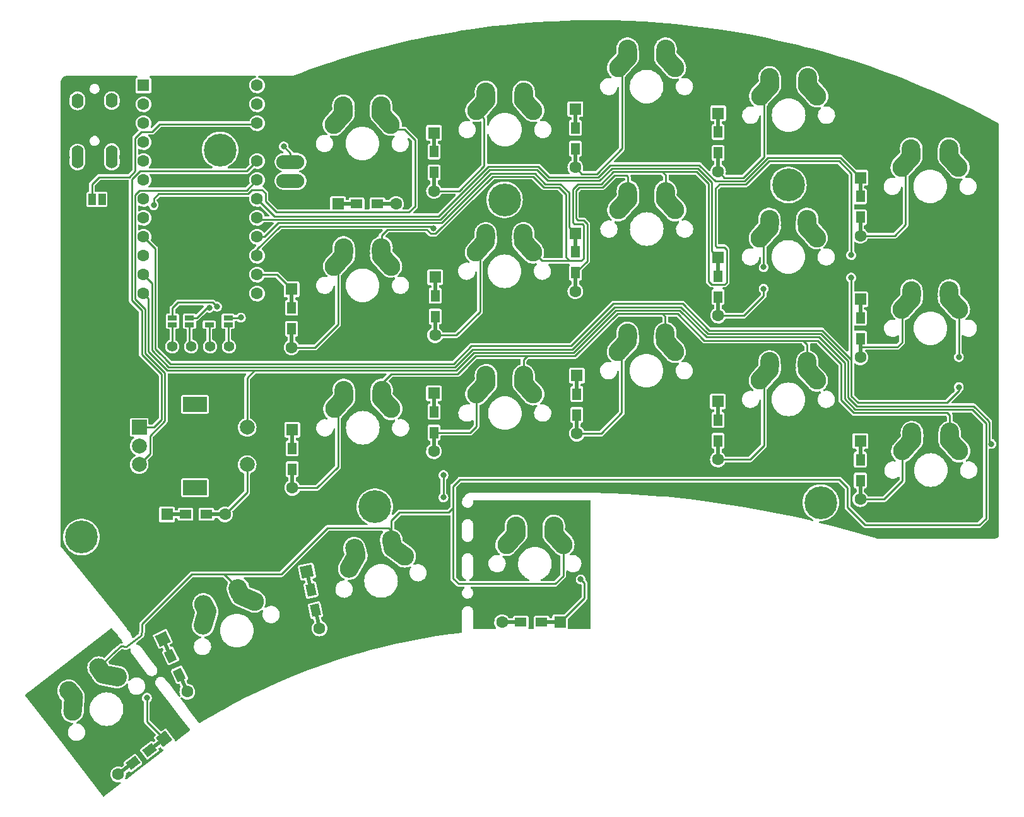
<source format=gbr>
%TF.GenerationSoftware,KiCad,Pcbnew,(5.99.0-11550-g369d813a32)*%
%TF.CreationDate,2022-01-17T19:26:53+05:30*%
%TF.ProjectId,Pteron36v0,50746572-6f6e-4333-9676-302e6b696361,rev?*%
%TF.SameCoordinates,Original*%
%TF.FileFunction,Copper,L1,Top*%
%TF.FilePolarity,Positive*%
%FSLAX46Y46*%
G04 Gerber Fmt 4.6, Leading zero omitted, Abs format (unit mm)*
G04 Created by KiCad (PCBNEW (5.99.0-11550-g369d813a32)) date 2022-01-17 19:26:53*
%MOMM*%
%LPD*%
G01*
G04 APERTURE LIST*
G04 Aperture macros list*
%AMHorizOval*
0 Thick line with rounded ends*
0 $1 width*
0 $2 $3 position (X,Y) of the first rounded end (center of the circle)*
0 $4 $5 position (X,Y) of the second rounded end (center of the circle)*
0 Add line between two ends*
20,1,$1,$2,$3,$4,$5,0*
0 Add two circle primitives to create the rounded ends*
1,1,$1,$2,$3*
1,1,$1,$4,$5*%
%AMRotRect*
0 Rectangle, with rotation*
0 The origin of the aperture is its center*
0 $1 length*
0 $2 width*
0 $3 Rotation angle, in degrees counterclockwise*
0 Add horizontal line*
21,1,$1,$2,0,0,$3*%
G04 Aperture macros list end*
%TA.AperFunction,ComponentPad*%
%ADD10C,2.000000*%
%TD*%
%TA.AperFunction,SMDPad,CuDef*%
%ADD11HorizOval,2.500000X-0.964041X0.180415X0.964041X-0.180415X0*%
%TD*%
%TA.AperFunction,SMDPad,CuDef*%
%ADD12HorizOval,2.500000X-0.160675X0.242247X0.160675X-0.242247X0*%
%TD*%
%TA.AperFunction,SMDPad,CuDef*%
%ADD13HorizOval,2.500000X0.075244X0.977887X-0.075244X-0.977887X0*%
%TD*%
%TA.AperFunction,SMDPad,CuDef*%
%ADD14HorizOval,2.500000X-0.192407X0.217898X0.192407X-0.217898X0*%
%TD*%
%TA.AperFunction,ComponentPad*%
%ADD15R,1.600000X1.600000*%
%TD*%
%TA.AperFunction,ComponentPad*%
%ADD16C,1.600000*%
%TD*%
%TA.AperFunction,SMDPad,CuDef*%
%ADD17HorizOval,2.500000X-0.654995X0.730004X0.654995X-0.730004X0*%
%TD*%
%TA.AperFunction,SMDPad,CuDef*%
%ADD18HorizOval,2.500000X-0.019999X-0.290000X0.019999X0.290000X0*%
%TD*%
%TA.AperFunction,SMDPad,CuDef*%
%ADD19HorizOval,2.500000X-0.019999X0.290000X0.019999X-0.290000X0*%
%TD*%
%TA.AperFunction,SMDPad,CuDef*%
%ADD20HorizOval,2.500000X0.654995X0.730004X-0.654995X-0.730004X0*%
%TD*%
%TA.AperFunction,SMDPad,CuDef*%
%ADD21HorizOval,2.500000X-0.797471X0.570933X0.797471X-0.570933X0*%
%TD*%
%TA.AperFunction,SMDPad,CuDef*%
%ADD22HorizOval,2.500000X-0.043243X0.287455X0.043243X-0.287455X0*%
%TD*%
%TA.AperFunction,SMDPad,CuDef*%
%ADD23HorizOval,2.500000X0.481468X0.854467X-0.481468X-0.854467X0*%
%TD*%
%TA.AperFunction,SMDPad,CuDef*%
%ADD24HorizOval,2.500000X-0.082293X0.278797X0.082293X-0.278797X0*%
%TD*%
%TA.AperFunction,SMDPad,CuDef*%
%ADD25R,0.500000X2.900000*%
%TD*%
%TA.AperFunction,SMDPad,CuDef*%
%ADD26R,1.200000X1.600000*%
%TD*%
%TA.AperFunction,SMDPad,CuDef*%
%ADD27R,1.600000X1.200000*%
%TD*%
%TA.AperFunction,SMDPad,CuDef*%
%ADD28R,2.900000X0.500000*%
%TD*%
%TA.AperFunction,SMDPad,CuDef*%
%ADD29HorizOval,2.500000X-0.104434X0.271281X0.104434X-0.271281X0*%
%TD*%
%TA.AperFunction,SMDPad,CuDef*%
%ADD30HorizOval,2.500000X-0.902141X0.384796X0.902141X-0.384796X0*%
%TD*%
%TA.AperFunction,SMDPad,CuDef*%
%ADD31HorizOval,2.500000X0.285114X0.938422X-0.285114X-0.938422X0*%
%TD*%
%TA.AperFunction,SMDPad,CuDef*%
%ADD32HorizOval,2.500000X-0.140685X0.254377X0.140685X-0.254377X0*%
%TD*%
%TA.AperFunction,ComponentPad*%
%ADD33O,1.600000X2.000000*%
%TD*%
%TA.AperFunction,SMDPad,CuDef*%
%ADD34R,1.270000X0.635000*%
%TD*%
%TA.AperFunction,ComponentPad*%
%ADD35C,1.397000*%
%TD*%
%TA.AperFunction,SMDPad,CuDef*%
%ADD36O,3.759200X1.879600*%
%TD*%
%TA.AperFunction,ComponentPad*%
%ADD37R,2.000000X2.000000*%
%TD*%
%TA.AperFunction,ComponentPad*%
%ADD38R,3.200000X2.000000*%
%TD*%
%TA.AperFunction,ComponentPad*%
%ADD39C,4.400000*%
%TD*%
%TA.AperFunction,SMDPad,CuDef*%
%ADD40R,1.000000X1.500000*%
%TD*%
%TA.AperFunction,SMDPad,CuDef*%
%ADD41RotRect,2.900000X0.500000X37.500000*%
%TD*%
%TA.AperFunction,SMDPad,CuDef*%
%ADD42RotRect,1.600000X1.200000X37.500000*%
%TD*%
%TA.AperFunction,ComponentPad*%
%ADD43RotRect,1.600000X1.600000X37.500000*%
%TD*%
%TA.AperFunction,SMDPad,CuDef*%
%ADD44RotRect,1.600000X1.200000X115.000000*%
%TD*%
%TA.AperFunction,SMDPad,CuDef*%
%ADD45RotRect,2.900000X0.500000X115.000000*%
%TD*%
%TA.AperFunction,ComponentPad*%
%ADD46RotRect,1.600000X1.600000X115.000000*%
%TD*%
%TA.AperFunction,SMDPad,CuDef*%
%ADD47RotRect,1.600000X1.200000X102.500000*%
%TD*%
%TA.AperFunction,SMDPad,CuDef*%
%ADD48RotRect,2.900000X0.500000X102.500000*%
%TD*%
%TA.AperFunction,ComponentPad*%
%ADD49RotRect,1.600000X1.600000X102.500000*%
%TD*%
%TA.AperFunction,ViaPad*%
%ADD50C,0.800000*%
%TD*%
%TA.AperFunction,Conductor*%
%ADD51C,0.250000*%
%TD*%
%TA.AperFunction,Conductor*%
%ADD52C,1.000000*%
%TD*%
G04 APERTURE END LIST*
D10*
%TO.P,SW20,1,1*%
%TO.N,/Row4*%
X117415180Y-139930998D03*
D11*
X118683603Y-140508084D03*
D10*
X119647645Y-140688493D03*
X117719561Y-140327675D03*
D12*
X117254506Y-139688751D03*
D10*
X117093832Y-139446503D03*
%TO.P,SW20,2,2*%
%TO.N,Net-(D20-Pad2)*%
X113752794Y-143371482D03*
X113602293Y-145327256D03*
D13*
X113677543Y-144349369D03*
D10*
X113063597Y-142539011D03*
X113448413Y-142974806D03*
D14*
X113256005Y-142756908D03*
%TD*%
D15*
%TO.P,U1,1,TX*%
%TO.N,/Serial*%
X123120968Y-61299844D03*
D16*
%TO.P,U1,2,RX*%
%TO.N,N/C*%
X123120968Y-63839844D03*
%TO.P,U1,3,GND*%
%TO.N,GND*%
X123120968Y-66379844D03*
%TO.P,U1,4,GND*%
X123120968Y-68919844D03*
%TO.P,U1,5,SCL*%
%TO.N,SDA*%
X123120968Y-71459844D03*
%TO.P,U1,6,SDA*%
%TO.N,SCL*%
X123120968Y-73999844D03*
%TO.P,U1,7,D4*%
%TO.N,N/C*%
X123120968Y-76539844D03*
%TO.P,U1,8,C6*%
X123120968Y-79079844D03*
%TO.P,U1,9,D7*%
%TO.N,/Row2*%
X123120968Y-81619844D03*
%TO.P,U1,10,E6*%
%TO.N,/Row1*%
X123120968Y-84159844D03*
%TO.P,U1,11,B4*%
%TO.N,/Row3*%
X123120968Y-86699844D03*
%TO.P,U1,12,B5*%
%TO.N,/Row4*%
X123120968Y-89239844D03*
%TO.P,U1,13,B6*%
%TO.N,/PWM*%
X138360968Y-89239844D03*
%TO.P,U1,14,B2*%
%TO.N,/Col5*%
X138360968Y-86699844D03*
%TO.P,U1,15,B3*%
%TO.N,/Col4*%
X138360968Y-84159844D03*
%TO.P,U1,16,B1*%
%TO.N,/Col3*%
X138360968Y-81619844D03*
%TO.P,U1,17,F7*%
%TO.N,/Col2*%
X138360968Y-79079844D03*
%TO.P,U1,18,F6*%
%TO.N,/Col1*%
X138360968Y-76539844D03*
%TO.P,U1,19,F5*%
%TO.N,/RotB*%
X138360968Y-73999844D03*
%TO.P,U1,20,F4*%
%TO.N,/RotA*%
X138360968Y-71459844D03*
%TO.P,U1,21,VCC*%
%TO.N,VCC*%
X138360968Y-68919844D03*
%TO.P,U1,22,RST*%
%TO.N,Net-(JP10-Pad1)*%
X138360968Y-66379844D03*
%TO.P,U1,23,GND*%
%TO.N,GND*%
X138360968Y-63839844D03*
%TO.P,U1,24,RAW*%
%TO.N,N/C*%
X138360968Y-61299844D03*
%TD*%
D10*
%TO.P,SW27,1,1*%
%TO.N,/Row2*%
X155074645Y-83054727D03*
D17*
X155689645Y-84864727D03*
D10*
X155034645Y-83634727D03*
D18*
X155054645Y-83344727D03*
D10*
X155034645Y-84134727D03*
X156344645Y-85594727D03*
%TO.P,SW27,2,2*%
%TO.N,Net-(D27-Pad2)*%
X148724645Y-85594727D03*
X149994645Y-83054727D03*
D19*
X150014645Y-83344727D03*
D10*
X150034645Y-84134727D03*
D20*
X149379645Y-84864727D03*
D10*
X150034645Y-83634727D03*
%TD*%
D18*
%TO.P,SW19,1,1*%
%TO.N,/Row3*%
X193134760Y-94810009D03*
D17*
X193769760Y-96330009D03*
D10*
X193114760Y-95100009D03*
X193154760Y-94520009D03*
X193114760Y-95600009D03*
X194424760Y-97060009D03*
%TO.P,SW19,2,2*%
%TO.N,Net-(D19-Pad2)*%
X188114760Y-95100009D03*
X186804760Y-97060009D03*
X188114760Y-95600009D03*
D20*
X187459760Y-96330009D03*
D10*
X188074760Y-94520009D03*
D19*
X188094760Y-94810009D03*
%TD*%
D10*
%TO.P,SW26,1,1*%
%TO.N,/Row1*%
X155031001Y-64019832D03*
X154991001Y-65099832D03*
D18*
X155011001Y-64309832D03*
D10*
X154991001Y-64599832D03*
D17*
X155646001Y-65829832D03*
D10*
X156301001Y-66559832D03*
%TO.P,SW26,2,2*%
%TO.N,Net-(D26-Pad2)*%
X149991001Y-65099832D03*
X149951001Y-64019832D03*
D20*
X149336001Y-65829832D03*
D10*
X148681001Y-66559832D03*
D19*
X149971001Y-64309832D03*
D10*
X149991001Y-64599832D03*
%TD*%
%TO.P,SW23,1,1*%
%TO.N,/Row2*%
X174077782Y-81749207D03*
X175387782Y-83709207D03*
D18*
X174097782Y-81459207D03*
D17*
X174732782Y-82979207D03*
D10*
X174077782Y-82249207D03*
X174117782Y-81169207D03*
%TO.P,SW23,2,2*%
%TO.N,Net-(D23-Pad2)*%
X169077782Y-81749207D03*
X169077782Y-82249207D03*
X167767782Y-83709207D03*
D20*
X168422782Y-82979207D03*
D19*
X169057782Y-81459207D03*
D10*
X169037782Y-81169207D03*
%TD*%
%TO.P,SW28,1,1*%
%TO.N,/Row3*%
X156364023Y-104720179D03*
X155054023Y-102760179D03*
D18*
X155074023Y-102470179D03*
D10*
X155054023Y-103260179D03*
X155094023Y-102180179D03*
D17*
X155709023Y-103990179D03*
D10*
%TO.P,SW28,2,2*%
%TO.N,Net-(D28-Pad2)*%
X150014023Y-102180179D03*
X150054023Y-103260179D03*
D20*
X149399023Y-103990179D03*
D10*
X148744023Y-104720179D03*
X150054023Y-102760179D03*
D19*
X150034023Y-102470179D03*
%TD*%
D18*
%TO.P,SW22,1,1*%
%TO.N,/Row1*%
X174144694Y-62448582D03*
D17*
X174779694Y-63968582D03*
D10*
X175434694Y-64698582D03*
X174124694Y-62738582D03*
X174124694Y-63238582D03*
X174164694Y-62158582D03*
%TO.P,SW22,2,2*%
%TO.N,Net-(D22-Pad2)*%
X169124694Y-63238582D03*
X169084694Y-62158582D03*
D20*
X168469694Y-63968582D03*
D10*
X167814694Y-64698582D03*
X169124694Y-62738582D03*
D19*
X169104694Y-62448582D03*
%TD*%
D10*
%TO.P,SW24,1,1*%
%TO.N,/Row3*%
X174121427Y-100784103D03*
X174161427Y-100204103D03*
X174121427Y-101284103D03*
D18*
X174141427Y-100494103D03*
D10*
X175431427Y-102744103D03*
D17*
X174776427Y-102014103D03*
D10*
%TO.P,SW24,2,2*%
%TO.N,Net-(D24-Pad2)*%
X167811427Y-102744103D03*
X169121427Y-101284103D03*
D20*
X168466427Y-102014103D03*
D10*
X169081427Y-100204103D03*
D19*
X169101427Y-100494103D03*
D10*
X169121427Y-100784103D03*
%TD*%
%TO.P,SW12,1,1*%
%TO.N,/Row1*%
X212202729Y-60809418D03*
D18*
X212222729Y-60519418D03*
D10*
X213512729Y-62769418D03*
D17*
X212857729Y-62039418D03*
D10*
X212202729Y-61309418D03*
X212242729Y-60229418D03*
%TO.P,SW12,2,2*%
%TO.N,Net-(D12-Pad2)*%
X207202729Y-60809418D03*
X207202729Y-61309418D03*
X207162729Y-60229418D03*
D19*
X207182729Y-60519418D03*
D10*
X205892729Y-62769418D03*
D20*
X206547729Y-62039418D03*
%TD*%
D10*
%TO.P,SW10,1,1*%
%TO.N,/Row4*%
X156472160Y-122879303D03*
X156580380Y-123367451D03*
X156385677Y-122304394D03*
D21*
X157377854Y-123938379D03*
D22*
X156428918Y-122591848D03*
D10*
X158175329Y-124509307D03*
D23*
%TO.P,SW10,2,2*%
%TO.N,Net-(D10-Pad2)*%
X151217427Y-125304113D03*
D10*
X151590680Y-123961501D03*
X151698900Y-124449649D03*
D24*
X151508386Y-123682704D03*
D10*
X151426093Y-123403907D03*
X150735954Y-126158577D03*
%TD*%
%TO.P,SW9,1,1*%
%TO.N,/Row3*%
X231317191Y-107851435D03*
X232587191Y-110391435D03*
X231277191Y-108431435D03*
D17*
X231932191Y-109661435D03*
D10*
X231277191Y-108931435D03*
D18*
X231297191Y-108141435D03*
D10*
%TO.P,SW9,2,2*%
%TO.N,Net-(D9-Pad2)*%
X226277191Y-108431435D03*
D19*
X226257191Y-108141435D03*
D10*
X226237191Y-107851435D03*
X224967191Y-110391435D03*
D20*
X225622191Y-109661435D03*
D10*
X226277191Y-108931435D03*
%TD*%
D17*
%TO.P,SW8,1,1*%
%TO.N,/Row2*%
X231888550Y-90626534D03*
D10*
X231233550Y-89896534D03*
X232543550Y-91356534D03*
X231233550Y-89396534D03*
D18*
X231253550Y-89106534D03*
D10*
X231273550Y-88816534D03*
%TO.P,SW8,2,2*%
%TO.N,Net-(D8-Pad2)*%
X224923550Y-91356534D03*
D20*
X225578550Y-90626534D03*
D19*
X226213550Y-89106534D03*
D10*
X226193550Y-88816534D03*
X226233550Y-89896534D03*
X226233550Y-89396534D03*
%TD*%
D25*
%TO.P,D22,1,K*%
%TO.N,/Col4*%
X162114161Y-69081297D03*
D15*
X162114161Y-67681297D03*
D26*
X162114161Y-70181297D03*
D16*
%TO.P,D22,2,A*%
%TO.N,Net-(D22-Pad2)*%
X162114161Y-75481297D03*
D25*
X162114161Y-74081297D03*
D26*
X162114161Y-72981297D03*
%TD*%
D25*
%TO.P,D19,1,K*%
%TO.N,/Col3*%
X181289170Y-101641131D03*
D26*
X181289170Y-102741131D03*
D15*
X181289170Y-100241131D03*
D25*
%TO.P,D19,2,A*%
%TO.N,Net-(D19-Pad2)*%
X181289170Y-106641131D03*
D26*
X181289170Y-105541131D03*
D16*
X181289170Y-108041131D03*
%TD*%
D27*
%TO.P,D26,1,K*%
%TO.N,/Col5*%
X151718369Y-77212943D03*
D15*
X149218369Y-77212943D03*
D28*
X150618369Y-77212943D03*
%TO.P,D26,2,A*%
%TO.N,Net-(D26-Pad2)*%
X155618369Y-77212943D03*
D27*
X154518369Y-77212943D03*
D16*
X157018369Y-77212943D03*
%TD*%
D25*
%TO.P,D28,1,K*%
%TO.N,/Col5*%
X143092015Y-108921782D03*
D15*
X143092015Y-107521782D03*
D26*
X143092015Y-110021782D03*
D16*
%TO.P,D28,2,A*%
%TO.N,Net-(D28-Pad2)*%
X143092015Y-115321782D03*
D26*
X143092015Y-112821782D03*
D25*
X143092015Y-113921782D03*
%TD*%
%TO.P,D27,1,K*%
%TO.N,/Col5*%
X142999847Y-90068004D03*
D26*
X142999847Y-91168004D03*
D15*
X142999847Y-88668004D03*
D25*
%TO.P,D27,2,A*%
%TO.N,Net-(D27-Pad2)*%
X142999847Y-95068004D03*
D26*
X142999847Y-93968004D03*
D16*
X142999847Y-96468004D03*
%TD*%
D25*
%TO.P,D14,1,K*%
%TO.N,/Col2*%
X200213177Y-105107103D03*
D15*
X200213177Y-103707103D03*
D26*
X200213177Y-106207103D03*
D16*
%TO.P,D14,2,A*%
%TO.N,Net-(D14-Pad2)*%
X200213177Y-111507103D03*
D26*
X200213177Y-109007103D03*
D25*
X200213177Y-110107103D03*
%TD*%
D15*
%TO.P,D24,1,K*%
%TO.N,/Col4*%
X162104377Y-102608300D03*
D26*
X162104377Y-105108300D03*
D25*
X162104377Y-104008300D03*
%TO.P,D24,2,A*%
%TO.N,Net-(D24-Pad2)*%
X162104377Y-109008300D03*
D26*
X162104377Y-107908300D03*
D16*
X162104377Y-110408300D03*
%TD*%
D26*
%TO.P,D9,1,K*%
%TO.N,/Col1*%
X219320188Y-111531435D03*
D25*
X219320188Y-110431435D03*
D15*
X219320188Y-109031435D03*
D25*
%TO.P,D9,2,A*%
%TO.N,Net-(D9-Pad2)*%
X219320188Y-115431435D03*
D16*
X219320188Y-116831435D03*
D26*
X219320188Y-114331435D03*
%TD*%
D18*
%TO.P,SW17,1,1*%
%TO.N,/Row1*%
X193162292Y-56673929D03*
D17*
X193797292Y-58193929D03*
D10*
X193182292Y-56383929D03*
X193142292Y-56963929D03*
X193142292Y-57463929D03*
X194452292Y-58923929D03*
%TO.P,SW17,2,2*%
%TO.N,Net-(D17-Pad2)*%
X188102292Y-56383929D03*
D19*
X188122292Y-56673929D03*
D20*
X187487292Y-58193929D03*
D10*
X188142292Y-57463929D03*
X186832292Y-58923929D03*
X188142292Y-56963929D03*
%TD*%
D26*
%TO.P,D13,1,K*%
%TO.N,/Col2*%
X200242334Y-86900540D03*
D15*
X200242334Y-84400540D03*
D25*
X200242334Y-85800540D03*
D26*
%TO.P,D13,2,A*%
%TO.N,Net-(D13-Pad2)*%
X200242334Y-89700540D03*
D16*
X200242334Y-92200540D03*
D25*
X200242334Y-90800540D03*
%TD*%
D10*
%TO.P,SW15,1,1*%
%TO.N,/Row4*%
X138034191Y-130557476D03*
X136018596Y-129334742D03*
D29*
X135914163Y-129063461D03*
D10*
X135809730Y-128792179D03*
D30*
X137132048Y-130172686D03*
D10*
X136229905Y-129787896D03*
%TO.P,SW15,2,2*%
%TO.N,Net-(D15-Pad2)*%
X131487057Y-131447834D03*
D31*
X131413246Y-132839407D03*
D10*
X131698366Y-131900988D03*
D32*
X131346372Y-131193457D03*
D10*
X131128126Y-133777827D03*
X131205686Y-130939080D03*
%TD*%
D17*
%TO.P,SW14,1,1*%
%TO.N,/Row3*%
X212830192Y-100175490D03*
D18*
X212195192Y-98655490D03*
D10*
X212215192Y-98365490D03*
X212175192Y-98945490D03*
X212175192Y-99445490D03*
X213485192Y-100905490D03*
D20*
%TO.P,SW14,2,2*%
%TO.N,Net-(D14-Pad2)*%
X206520192Y-100175490D03*
D10*
X207135192Y-98365490D03*
X207175192Y-99445490D03*
X207175192Y-98945490D03*
X205865192Y-100905490D03*
D19*
X207155192Y-98655490D03*
%TD*%
D17*
%TO.P,SW7,1,1*%
%TO.N,/Row1*%
X231844902Y-71591632D03*
D18*
X231209902Y-70071632D03*
D10*
X231229902Y-69781632D03*
X231189902Y-70861632D03*
X231189902Y-70361632D03*
X232499902Y-72321632D03*
D19*
%TO.P,SW7,2,2*%
%TO.N,Net-(D7-Pad2)*%
X226169902Y-70071632D03*
D20*
X225534902Y-71591632D03*
D10*
X226149902Y-69781632D03*
X226189902Y-70861632D03*
X226189902Y-70361632D03*
X224879902Y-72321632D03*
%TD*%
D25*
%TO.P,D17,1,K*%
%TO.N,/Col3*%
X181083769Y-65899142D03*
D26*
X181083769Y-66999142D03*
D15*
X181083769Y-64499142D03*
D25*
%TO.P,D17,2,A*%
%TO.N,Net-(D17-Pad2)*%
X181083769Y-70899142D03*
D16*
X181083769Y-72299142D03*
D26*
X181083769Y-69799142D03*
%TD*%
D15*
%TO.P,D8,1,K*%
%TO.N,/Col1*%
X219320189Y-89996535D03*
D26*
X219320189Y-92496535D03*
D25*
X219320189Y-91396535D03*
D26*
%TO.P,D8,2,A*%
%TO.N,Net-(D8-Pad2)*%
X219320189Y-95296535D03*
D25*
X219320189Y-96396535D03*
D16*
X219320189Y-97796535D03*
%TD*%
D10*
%TO.P,SW18,1,1*%
%TO.N,/Row2*%
X194471675Y-78049380D03*
X193161675Y-76089380D03*
X193201675Y-75509380D03*
D18*
X193181675Y-75799380D03*
D17*
X193816675Y-77319380D03*
D10*
X193161675Y-76589380D03*
%TO.P,SW18,2,2*%
%TO.N,Net-(D18-Pad2)*%
X188161675Y-76089380D03*
X186851675Y-78049380D03*
X188161675Y-76589380D03*
D20*
X187506675Y-77319380D03*
D10*
X188121675Y-75509380D03*
D19*
X188141675Y-75799380D03*
%TD*%
D15*
%TO.P,D23,1,K*%
%TO.N,/Col4*%
X162266117Y-87036384D03*
D25*
X162266117Y-88436384D03*
D26*
X162266117Y-89536384D03*
D16*
%TO.P,D23,2,A*%
%TO.N,Net-(D23-Pad2)*%
X162266117Y-94836384D03*
D25*
X162266117Y-93436384D03*
D26*
X162266117Y-92336384D03*
%TD*%
%TO.P,D18,1,K*%
%TO.N,/Col3*%
X181083770Y-83636143D03*
D15*
X181083770Y-81136143D03*
D25*
X181083770Y-82536143D03*
%TO.P,D18,2,A*%
%TO.N,Net-(D18-Pad2)*%
X181083770Y-87536143D03*
D16*
X181083770Y-88936143D03*
D26*
X181083770Y-86436143D03*
%TD*%
D25*
%TO.P,D12,1,K*%
%TO.N,/Col2*%
X200242333Y-66457942D03*
D26*
X200242333Y-67557942D03*
D15*
X200242333Y-65057942D03*
D16*
%TO.P,D12,2,A*%
%TO.N,Net-(D12-Pad2)*%
X200242333Y-72857942D03*
D25*
X200242333Y-71457942D03*
D26*
X200242333Y-70357942D03*
%TD*%
%TO.P,D7,1,K*%
%TO.N,/Col1*%
X219320190Y-76192116D03*
D25*
X219320190Y-75092116D03*
D15*
X219320190Y-73692116D03*
D26*
%TO.P,D7,2,A*%
%TO.N,Net-(D7-Pad2)*%
X219320190Y-78992116D03*
D25*
X219320190Y-80092116D03*
D16*
X219320190Y-81492116D03*
%TD*%
D33*
%TO.P,J1,1*%
%TO.N,GND*%
X114267769Y-71444144D03*
%TO.P,J1,2*%
X118867769Y-70344144D03*
%TO.P,J1,3*%
%TO.N,VCC*%
X118867769Y-66344144D03*
%TO.P,J1,4*%
%TO.N,/Serial*%
X118867769Y-63344144D03*
%TD*%
D34*
%TO.P,JP1,1,1*%
%TO.N,GND*%
X134500169Y-92511363D03*
%TO.P,JP1,2,2*%
%TO.N,Net-(J3-Pad1)*%
X134500169Y-93410523D03*
%TD*%
%TO.P,JP2,1,1*%
%TO.N,VCC*%
X131960168Y-92511364D03*
%TO.P,JP2,2,2*%
%TO.N,Net-(J3-Pad2)*%
X131960168Y-93410524D03*
%TD*%
%TO.P,JP3,1,1*%
%TO.N,SCL*%
X129293169Y-92511364D03*
%TO.P,JP3,2,2*%
%TO.N,Net-(J3-Pad3)*%
X129293169Y-93410524D03*
%TD*%
%TO.P,JP4,1,1*%
%TO.N,SDA*%
X127007168Y-92511364D03*
%TO.P,JP4,2,2*%
%TO.N,Net-(J3-Pad4)*%
X127007168Y-93410524D03*
%TD*%
D35*
%TO.P,J3,1,Pin_1*%
%TO.N,Net-(J3-Pad1)*%
X134601768Y-96339143D03*
%TO.P,J3,2,Pin_2*%
%TO.N,Net-(J3-Pad2)*%
X132061768Y-96339143D03*
%TO.P,J3,3,Pin_3*%
%TO.N,Net-(J3-Pad3)*%
X129521768Y-96339143D03*
%TO.P,J3,4,Pin_4*%
%TO.N,Net-(J3-Pad4)*%
X126981768Y-96339143D03*
%TD*%
D36*
%TO.P,PWM_PAD2,1,Pin_1*%
%TO.N,GND*%
X142856770Y-71574144D03*
%TO.P,PWM_PAD2,2,Pin_2*%
%TO.N,/PWM*%
X142856770Y-74114144D03*
%TO.P,PWM_PAD2,3,Pin_3*%
%TO.N,VCC*%
X142856770Y-76654144D03*
%TD*%
D15*
%TO.P,D_RE1,1,K*%
%TO.N,/Col5*%
X126269999Y-118884001D03*
D28*
X127669999Y-118884001D03*
D27*
X128769999Y-118884001D03*
D28*
%TO.P,D_RE1,2,A*%
%TO.N,Net-(D_RE1-Pad2)*%
X132669999Y-118884001D03*
D16*
X134069999Y-118884001D03*
D27*
X131569999Y-118884001D03*
%TD*%
D37*
%TO.P,RE1,A,A*%
%TO.N,/RotA*%
X122550000Y-107200000D03*
D10*
%TO.P,RE1,B,B*%
%TO.N,/RotB*%
X122550000Y-112200000D03*
%TO.P,RE1,C,C*%
%TO.N,GND*%
X122550000Y-109700000D03*
D38*
%TO.P,RE1,MP*%
%TO.N,N/C*%
X130050000Y-115300000D03*
X130050000Y-104100000D03*
D10*
%TO.P,RE1,S1,S1*%
%TO.N,Net-(D_RE1-Pad2)*%
X137050000Y-112200000D03*
%TO.P,RE1,S2,S2*%
%TO.N,/Row4*%
X137050000Y-107200000D03*
%TD*%
D39*
%TO.P,H2,1*%
%TO.N,N/C*%
X209675193Y-74672944D03*
%TD*%
%TO.P,H4,1*%
%TO.N,N/C*%
X133407968Y-69973943D03*
%TD*%
%TO.P,H5,1*%
%TO.N,N/C*%
X171577783Y-76654143D03*
%TD*%
D10*
%TO.P,SW13,1,1*%
%TO.N,/Row2*%
X212155820Y-79820046D03*
X212155820Y-80320046D03*
X213465820Y-81780046D03*
D18*
X212175820Y-79530046D03*
D10*
X212195820Y-79240046D03*
D17*
X212810820Y-81050046D03*
D10*
%TO.P,SW13,2,2*%
%TO.N,Net-(D13-Pad2)*%
X207115820Y-79240046D03*
D19*
X207135820Y-79530046D03*
D10*
X205845820Y-81780046D03*
X207155820Y-79820046D03*
D20*
X206500820Y-81050046D03*
D10*
X207155820Y-80320046D03*
%TD*%
%TO.P,SW25,1,1*%
%TO.N,/Row4*%
X178196513Y-120410813D03*
X179466513Y-122950813D03*
X178156513Y-120990813D03*
D17*
X178811513Y-122220813D03*
D18*
X178176513Y-120700813D03*
D10*
X178156513Y-121490813D03*
%TO.P,SW25,2,2*%
%TO.N,Net-(D25-Pad2)*%
X171846513Y-122950813D03*
D19*
X173136513Y-120700813D03*
D20*
X172501513Y-122220813D03*
D10*
X173156513Y-120990813D03*
X173156513Y-121490813D03*
X173116513Y-120410813D03*
%TD*%
D39*
%TO.P,H6,1*%
%TO.N,N/C*%
X214000000Y-117300000D03*
%TD*%
D15*
%TO.P,D25,1,K*%
%TO.N,/Col4*%
X179048514Y-133364814D03*
D27*
X176548514Y-133364814D03*
D28*
X177648514Y-133364814D03*
%TO.P,D25,2,A*%
%TO.N,Net-(D25-Pad2)*%
X172648514Y-133364814D03*
D27*
X173748514Y-133364814D03*
D16*
X171248514Y-133364814D03*
%TD*%
D40*
%TO.P,JP10,1,1*%
%TO.N,Net-(JP10-Pad1)*%
X116250000Y-76600000D03*
%TO.P,JP10,2,2*%
%TO.N,GND*%
X117550000Y-76600000D03*
%TD*%
D39*
%TO.P,H1,1*%
%TO.N,N/C*%
X114808000Y-121920000D03*
%TD*%
%TO.P,H3,1*%
%TO.N,N/C*%
X154178000Y-117856000D03*
%TD*%
D41*
%TO.P,D20,1,K*%
%TO.N,/Col3*%
X124807897Y-149876909D03*
D42*
X123935209Y-150546547D03*
D43*
X125918592Y-149024643D03*
D41*
%TO.P,D20,2,A*%
%TO.N,Net-(D20-Pad2)*%
X120841131Y-152920717D03*
D42*
X121713819Y-152251079D03*
D16*
X119730436Y-153772983D03*
%TD*%
D44*
%TO.P,D15,1,K*%
%TO.N,/Col2*%
X126771101Y-137869312D03*
D45*
X126306221Y-136872374D03*
D46*
X125714556Y-135603543D03*
D45*
%TO.P,D15,2,A*%
%TO.N,Net-(D15-Pad2)*%
X128419313Y-141403912D03*
D16*
X129010978Y-142672743D03*
D44*
X127954433Y-140406974D03*
%TD*%
D47*
%TO.P,D10,1,K*%
%TO.N,/Col1*%
X145601754Y-129008327D03*
D48*
X145363670Y-127934401D03*
D49*
X145060655Y-126567587D03*
D47*
%TO.P,D10,2,A*%
%TO.N,Net-(D10-Pad2)*%
X146207784Y-131741955D03*
D16*
X146748883Y-134182695D03*
D48*
X146445868Y-132815881D03*
%TD*%
D33*
%TO.P,J2,1*%
%TO.N,GND*%
X118867769Y-71480142D03*
%TO.P,J2,2*%
X114267769Y-70380142D03*
%TO.P,J2,3*%
%TO.N,VCC*%
X114267769Y-66380142D03*
%TO.P,J2,4*%
%TO.N,/Serial*%
X114267769Y-63380142D03*
%TD*%
D50*
%TO.N,Net-(D13-Pad2)*%
X206353817Y-88595094D03*
X206353818Y-85699493D03*
%TO.N,/Col3*%
X123584391Y-143508300D03*
%TO.N,/Col4*%
X163384391Y-116608300D03*
X162008367Y-80484697D03*
X181800000Y-127600000D03*
X163384391Y-113608300D03*
%TO.N,/Row1*%
X124500000Y-77400000D03*
%TO.N,/Row2*%
X218091569Y-87118943D03*
X232543550Y-97762162D03*
X232543549Y-101800762D03*
X218091567Y-84070943D03*
%TO.N,/Row3*%
X236901368Y-109432842D03*
%TO.N,VCC*%
X129301632Y-91242205D03*
X145574569Y-75917544D03*
%TO.N,GND*%
X136201969Y-92478343D03*
X117600000Y-76600000D03*
X141942368Y-69491343D03*
%TO.N,SCL*%
X131960168Y-91157542D03*
%TO.N,SDA*%
X132997759Y-91008955D03*
%TO.N,/PWM*%
X142856768Y-74114143D03*
%TO.N,Net-(JP10-Pad1)*%
X116200000Y-76600000D03*
%TD*%
D51*
%TO.N,/Col1*%
X219320190Y-73692116D02*
X219320190Y-76192115D01*
X162750642Y-78859677D02*
X167978779Y-73631544D01*
X219320190Y-73692116D02*
X218821962Y-74190344D01*
X140680804Y-78859676D02*
X162750642Y-78859677D01*
X169409630Y-72200000D02*
X176135718Y-72200000D01*
X199865387Y-74146000D02*
X203785629Y-74146000D01*
X138360969Y-76539843D02*
X140680804Y-78859676D01*
X203785629Y-74146000D02*
X206931629Y-71000000D01*
X167978779Y-73631544D02*
X167978779Y-73630851D01*
X184133177Y-73631543D02*
X185769798Y-71994924D01*
X176135718Y-72200000D02*
X177567261Y-73631543D01*
X167978779Y-73630851D02*
X169409630Y-72200000D01*
X216628074Y-71000000D02*
X219320190Y-73692116D01*
X177567261Y-73631543D02*
X184133177Y-73631543D01*
X185769798Y-71994924D02*
X197714311Y-71994922D01*
X197714311Y-71994922D02*
X199865387Y-74146000D01*
X206931629Y-71000000D02*
X216628074Y-71000000D01*
%TO.N,Net-(D7-Pad2)*%
X223921596Y-81492115D02*
X219320189Y-81492117D01*
X225387902Y-70543634D02*
X225387902Y-80025810D01*
D52*
X226149901Y-69781633D02*
X226149902Y-71051634D01*
D51*
X225387902Y-80025810D02*
X223921596Y-81492115D01*
X224879901Y-72321633D02*
X224371903Y-71813632D01*
D52*
X226149902Y-71051634D02*
X224879901Y-72321633D01*
D51*
%TO.N,Net-(D8-Pad2)*%
X226193549Y-88816535D02*
X226193549Y-90086535D01*
X224307977Y-96396534D02*
X219320188Y-96396534D01*
X224923549Y-95780963D02*
X224307977Y-96396534D01*
X226193549Y-90086535D02*
X224923550Y-91356534D01*
X224923549Y-91356534D02*
X224923549Y-95780963D01*
X225013550Y-89996536D02*
X226193549Y-88816535D01*
%TO.N,Net-(D9-Pad2)*%
X224967191Y-109121435D02*
X226237191Y-107851435D01*
X224967192Y-114380920D02*
X222516678Y-116831433D01*
X224967191Y-110391435D02*
X224967192Y-114380920D01*
X222516678Y-116831433D02*
X219320190Y-116831434D01*
X224967191Y-110391435D02*
X224967191Y-109121435D01*
D52*
%TO.N,Net-(D10-Pad2)*%
X151426093Y-125468437D02*
X150735954Y-126158577D01*
X151426093Y-123403907D02*
X150888290Y-123403908D01*
D51*
X150847081Y-124312771D02*
X150847082Y-126529056D01*
D52*
X151426093Y-123403907D02*
X151426093Y-125468437D01*
D51*
%TO.N,/Col2*%
X138360968Y-79079843D02*
X138590815Y-79309687D01*
X199415378Y-83573587D02*
X200242332Y-84400541D01*
X169597212Y-72649520D02*
X175949520Y-72649520D01*
X175949520Y-72649520D02*
X177381553Y-74081553D01*
X199415378Y-74332402D02*
X199415378Y-83573587D01*
X197527911Y-72444934D02*
X199415378Y-74332402D01*
X162937045Y-79309687D02*
X169597212Y-72649520D01*
X138590815Y-79309687D02*
X162937045Y-79309687D01*
X177381553Y-74081553D02*
X184342157Y-74081553D01*
X185978778Y-72444934D02*
X197527911Y-72444934D01*
X184342157Y-74081553D02*
X185978778Y-72444934D01*
%TO.N,Net-(D12-Pad2)*%
X206400729Y-60991419D02*
X206400729Y-70895182D01*
X201080871Y-73696480D02*
X200209970Y-72825579D01*
X200209970Y-72825579D02*
X200209970Y-71457942D01*
X203599431Y-73696480D02*
X201080871Y-73696480D01*
D52*
X207162729Y-60229418D02*
X207162730Y-61499417D01*
X207162730Y-61499417D02*
X205892729Y-62769418D01*
D51*
X206400729Y-70895182D02*
X203599431Y-73696480D01*
%TO.N,Net-(D13-Pad2)*%
X206353817Y-88595094D02*
X206353818Y-89560292D01*
X206353818Y-89560292D02*
X203713570Y-92200540D01*
X207115818Y-80510045D02*
X205845820Y-81780044D01*
X206353818Y-80002045D02*
X207115819Y-79240046D01*
X203713570Y-92200540D02*
X200242333Y-92200540D01*
X206353818Y-80002045D02*
X206353818Y-85699493D01*
X207115819Y-79240046D02*
X207115818Y-80510045D01*
%TO.N,Net-(D14-Pad2)*%
X205865193Y-99635491D02*
X207135193Y-98365489D01*
X206373194Y-99127491D02*
X206373194Y-109657721D01*
X204523809Y-111507102D02*
X200213179Y-111507103D01*
X206373194Y-109657721D02*
X204523809Y-111507102D01*
X205865192Y-100905490D02*
X205865193Y-99635491D01*
D52*
%TO.N,Net-(D15-Pad2)*%
X131205686Y-130939080D02*
X131205687Y-133700268D01*
D51*
X129384229Y-142299493D02*
X129010979Y-142672742D01*
D52*
X131205687Y-133700268D02*
X131128127Y-133777828D01*
D51*
%TO.N,/Col3*%
X179089599Y-74531566D02*
X180263780Y-75705743D01*
X138360970Y-81619844D02*
X139390254Y-81619844D01*
X123584390Y-146690443D02*
X123584391Y-143508300D01*
X180263780Y-80316153D02*
X181083768Y-81136143D01*
X163123442Y-79759698D02*
X168241572Y-74641572D01*
X180263780Y-75705743D02*
X180263780Y-80316153D01*
X175635908Y-73099040D02*
X177068434Y-74531566D01*
X139390254Y-81619844D02*
X141250400Y-79759698D01*
X125918592Y-149024644D02*
X123584390Y-146690443D01*
X177068434Y-74531566D02*
X179089599Y-74531566D01*
X169783409Y-73099040D02*
X175635908Y-73099040D01*
X168241572Y-74641572D02*
X168241572Y-74640877D01*
X168241572Y-74640877D02*
X169783409Y-73099040D01*
X141250400Y-79759698D02*
X163123442Y-79759698D01*
%TO.N,Net-(D17-Pad2)*%
X187340294Y-57145929D02*
X187340294Y-69788021D01*
X187340294Y-69788021D02*
X183946292Y-73182023D01*
X183946292Y-73182023D02*
X181966647Y-73182023D01*
D52*
X188102294Y-57653928D02*
X186832293Y-58923930D01*
X188102293Y-56383929D02*
X188102294Y-57653928D01*
D51*
X181966647Y-73182023D02*
X181083767Y-72299143D01*
%TO.N,Net-(D18-Pad2)*%
X186351578Y-73344954D02*
X184714958Y-74981572D01*
X181421158Y-79429933D02*
X182198973Y-79429934D01*
X187909177Y-73344953D02*
X186351578Y-73344954D01*
X187359678Y-76271379D02*
X188121678Y-75509380D01*
X181614751Y-74981570D02*
X181163797Y-75432523D01*
X182658780Y-79889742D02*
X182658779Y-84861132D01*
X188121676Y-76779380D02*
X186851677Y-78049379D01*
X186941676Y-76689380D02*
X188121676Y-75509380D01*
X188121677Y-73557450D02*
X187909177Y-73344953D01*
X188121676Y-75509380D02*
X188121676Y-76779380D01*
X184714958Y-74981572D02*
X181614751Y-74981570D01*
X181163797Y-75432523D02*
X181163797Y-79172573D01*
X182658779Y-84861132D02*
X181083767Y-86436144D01*
X181163797Y-79172573D02*
X181421158Y-79429933D01*
X182198973Y-79429934D02*
X182658780Y-79889742D01*
X188121678Y-75509380D02*
X188121677Y-73557450D01*
%TO.N,Net-(D19-Pad2)*%
X187312759Y-105248551D02*
X184520182Y-108041132D01*
X184520182Y-108041132D02*
X181289172Y-108041131D01*
X187312760Y-95282008D02*
X187312759Y-105248551D01*
D52*
X186894760Y-96970009D02*
X186804759Y-97060009D01*
%TO.N,Net-(D20-Pad2)*%
X113063597Y-144788560D02*
X113602292Y-145327256D01*
D51*
X112922940Y-143607421D02*
X112291482Y-142513706D01*
D52*
X113308634Y-145033598D02*
X113602292Y-145327256D01*
X113063598Y-142539012D02*
X113063597Y-144788560D01*
D51*
%TO.N,/Col4*%
X182300000Y-130113328D02*
X179048514Y-133364814D01*
X158350334Y-80209707D02*
X158223333Y-80209708D01*
X163384391Y-116608300D02*
X163384391Y-113608300D01*
X158223333Y-80209708D02*
X141436105Y-80209708D01*
X138360970Y-83284846D02*
X138360968Y-84159843D01*
X158223333Y-80209708D02*
X161733379Y-80209708D01*
X181800000Y-127600000D02*
X182300000Y-128100000D01*
X161733379Y-80209708D02*
X162008367Y-80484697D01*
X182300000Y-128100000D02*
X182300000Y-130113328D01*
X141436105Y-80209708D02*
X138360970Y-83284846D01*
%TO.N,Net-(D22-Pad2)*%
X168840970Y-72132942D02*
X168840970Y-65724854D01*
D52*
X169084695Y-63428582D02*
X167814695Y-64698582D01*
D51*
X162114160Y-75481298D02*
X165492614Y-75481298D01*
D52*
X169084694Y-62158582D02*
X169084695Y-63428582D01*
D51*
X168840970Y-65724854D02*
X167814693Y-64698582D01*
X165492614Y-75481298D02*
X168840970Y-72132942D01*
%TO.N,Net-(D23-Pad2)*%
X168275784Y-81931207D02*
X168275783Y-87075783D01*
X168275783Y-91671928D02*
X165111329Y-94836381D01*
X168275783Y-87075783D02*
X168275783Y-91671928D01*
X165111329Y-94836381D02*
X162266117Y-94836383D01*
X169037783Y-81169207D02*
X169037784Y-82439206D01*
X169037784Y-82439206D02*
X167767783Y-83709208D01*
%TO.N,Net-(D24-Pad2)*%
X168319426Y-100966103D02*
X169081429Y-100204103D01*
X166984391Y-107908300D02*
X162104377Y-107908299D01*
X167811426Y-102744102D02*
X167811427Y-107081264D01*
X167811427Y-107081264D02*
X166984391Y-107908300D01*
%TO.N,/Col5*%
X141031686Y-86699843D02*
X142999847Y-88668005D01*
X138360969Y-86699844D02*
X141031686Y-86699843D01*
D52*
%TO.N,Net-(D26-Pad2)*%
X148771001Y-66469832D02*
X148681000Y-66559833D01*
D51*
%TO.N,Net-(D27-Pad2)*%
X146156907Y-96468005D02*
X142999848Y-96468005D01*
X149232642Y-83816728D02*
X149232645Y-93392267D01*
X149232645Y-93392267D02*
X146156907Y-96468005D01*
%TO.N,Net-(D28-Pad2)*%
X149252022Y-102942177D02*
X149252023Y-112473689D01*
X146403928Y-115321783D02*
X143092014Y-115321783D01*
X149252023Y-112473689D02*
X146403928Y-115321783D01*
%TO.N,/Row1*%
X157056980Y-67240813D02*
X158157638Y-67240813D01*
X139485971Y-76864744D02*
X139485971Y-75780259D01*
X158157638Y-67240813D02*
X159544570Y-68627743D01*
X125135638Y-75864362D02*
X124500000Y-76500000D01*
X139485971Y-75780259D02*
X139005712Y-75300000D01*
X140959169Y-78337943D02*
X139485971Y-76864744D01*
D52*
X231229901Y-69781633D02*
X231229902Y-71051634D01*
X212242730Y-61499417D02*
X213512730Y-62769417D01*
X231229902Y-71051634D02*
X232499900Y-72321633D01*
D51*
X159544570Y-68627743D02*
X159544568Y-77543144D01*
X139005712Y-75300000D02*
X137696529Y-75300000D01*
X124500000Y-76500000D02*
X124500000Y-77400000D01*
X158749768Y-78337944D02*
X140959169Y-78337943D01*
D52*
X212242729Y-60229418D02*
X212242730Y-61499417D01*
X174164696Y-62158583D02*
X174164695Y-63428582D01*
D51*
X159544568Y-77543144D02*
X158749768Y-78337944D01*
X137696529Y-75300000D02*
X137132167Y-75864362D01*
X155646000Y-65829834D02*
X157056980Y-67240813D01*
D52*
X174164695Y-63428582D02*
X175434696Y-64698581D01*
X155030999Y-65289833D02*
X156301000Y-66559833D01*
D51*
X137132167Y-75864362D02*
X125135638Y-75864362D01*
D52*
X155031000Y-64019833D02*
X155030999Y-65289833D01*
X193182294Y-57653928D02*
X194452293Y-58923929D01*
D51*
X155793000Y-66051833D02*
X156219560Y-66478394D01*
D52*
X193182293Y-56383929D02*
X193182294Y-57653928D01*
D51*
%TO.N,/Row2*%
X232543550Y-97762162D02*
X232543550Y-91356534D01*
X193201675Y-73345425D02*
X193201675Y-75509380D01*
X193201676Y-75509380D02*
X193201677Y-76779380D01*
X169970993Y-73548560D02*
X162309853Y-81209700D01*
X200082969Y-83029544D02*
X199865390Y-82811962D01*
X164725768Y-98672113D02*
X167113366Y-96284517D01*
X201378368Y-84121743D02*
X201378368Y-83351575D01*
X180477996Y-96284514D02*
X186167599Y-90594913D01*
X181428349Y-74531563D02*
X184528559Y-74531562D01*
X124699040Y-96672615D02*
X124699040Y-83197913D01*
X126016569Y-97964743D02*
X126016569Y-97990144D01*
X182012571Y-79879943D02*
X180956769Y-79879943D01*
X124917179Y-96890754D02*
X124942578Y-96890753D01*
X198965368Y-74518802D02*
X198965368Y-87608579D01*
X199063345Y-94201920D02*
X214179218Y-94201920D01*
X181846570Y-84858344D02*
X182175968Y-84528947D01*
X218100000Y-98122702D02*
X218100000Y-103002374D01*
X174732783Y-82979207D02*
X176611918Y-84858342D01*
X199865390Y-75134610D02*
X200404480Y-74595520D01*
X175469222Y-83627768D02*
X175387783Y-83709207D01*
X212195818Y-80510045D02*
X213465819Y-81780045D01*
X124699040Y-83197913D02*
X123120970Y-81619843D01*
X207117827Y-71449520D02*
X216441876Y-71449520D01*
X167113366Y-96284517D02*
X180477996Y-96284514D01*
X178902712Y-74981086D02*
X176882237Y-74981086D01*
X199865390Y-82811962D02*
X199865390Y-75134610D01*
X155074644Y-84324728D02*
X156344644Y-85594729D01*
X174117783Y-81169207D02*
X174117784Y-82439206D01*
X125356169Y-97329743D02*
X124917179Y-96890754D01*
X201378368Y-84121743D02*
X201378369Y-83385143D01*
X192751193Y-72894943D02*
X193201675Y-73345425D01*
X182175968Y-84528947D02*
X182175967Y-82228945D01*
X126698538Y-98672113D02*
X164725768Y-98672113D01*
X201056336Y-83029543D02*
X200082969Y-83029544D01*
X174117784Y-82439206D02*
X175387783Y-83709207D01*
X179813769Y-82648545D02*
X179813770Y-75892143D01*
X193011307Y-72894943D02*
X197341509Y-72894943D01*
X155074645Y-81462855D02*
X155074645Y-83054727D01*
X179813770Y-84351145D02*
X180320967Y-84858342D01*
X201102333Y-88025542D02*
X201378368Y-87749507D01*
X124917179Y-96890754D02*
X124699040Y-96672615D01*
X161660366Y-81209698D02*
X161110387Y-80659716D01*
X155683770Y-85239603D02*
X155836645Y-85086728D01*
X198965368Y-87608579D02*
X199382332Y-88025542D01*
X214179218Y-94201920D02*
X217964079Y-97986781D01*
X197341509Y-72894943D02*
X198965368Y-74518802D01*
X182208769Y-82196144D02*
X182208769Y-80076143D01*
X179813769Y-82648545D02*
X179813768Y-82803593D01*
X200404480Y-74595520D02*
X203971827Y-74595520D01*
X162309853Y-81209700D02*
X161660366Y-81209698D01*
X124942578Y-96890753D02*
X126016569Y-97964743D01*
X230918570Y-103908343D02*
X232543548Y-102283362D01*
X179813770Y-75892143D02*
X178902712Y-74981086D01*
X218091569Y-98114271D02*
X218091569Y-87118943D01*
X203971827Y-74595520D02*
X207117827Y-71449520D01*
X176611918Y-84858342D02*
X180320967Y-84858342D01*
X218091567Y-73099211D02*
X218091567Y-84070943D01*
X180320967Y-84858342D02*
X181846570Y-84858344D01*
X155074644Y-83054728D02*
X155074644Y-84324728D01*
X219005969Y-103908343D02*
X230918570Y-103908343D01*
X175449711Y-73548560D02*
X169970993Y-73548560D01*
X180713789Y-75246123D02*
X181428349Y-74531563D01*
X176882237Y-74981086D02*
X175449711Y-73548560D01*
X216441876Y-71449520D02*
X218091567Y-73099211D01*
X186167599Y-90594913D02*
X195456338Y-90594913D01*
X212195819Y-79240045D02*
X212195818Y-80510045D01*
X218100000Y-98122702D02*
X218091569Y-98114271D01*
X201378368Y-87749507D02*
X201378368Y-84121743D01*
X180713788Y-79636963D02*
X180713789Y-75246123D01*
X199382332Y-88025542D02*
X201102333Y-88025542D01*
X126016569Y-97990144D02*
X126698538Y-98672113D01*
X195456338Y-90594913D02*
X199063345Y-94201920D01*
X231273549Y-88816534D02*
X231273548Y-90086535D01*
X232543548Y-102283362D02*
X232543549Y-101800762D01*
X179813769Y-82648545D02*
X179813770Y-84351145D01*
X192751193Y-72894943D02*
X193011307Y-72894943D01*
X182208769Y-80076143D02*
X182012571Y-79879943D01*
X184528559Y-74531562D02*
X186165179Y-72894944D01*
X180956769Y-79879943D02*
X180713788Y-79636963D01*
X201378368Y-83351575D02*
X201056336Y-83029543D01*
X218100000Y-103002374D02*
X219005969Y-103908343D01*
X161110387Y-80659716D02*
X155877784Y-80659716D01*
X190151568Y-72894943D02*
X192751193Y-72894943D01*
X217964079Y-97986781D02*
X218100000Y-98122702D01*
X182175967Y-82228945D02*
X182208769Y-82196144D01*
X231273548Y-90086535D02*
X232543549Y-91356536D01*
X193201677Y-76779380D02*
X194471676Y-78049380D01*
X155877784Y-80659716D02*
X155074645Y-81462855D01*
X186165179Y-72894944D02*
X190151568Y-72894943D01*
%TO.N,/Row3*%
X231317191Y-105593825D02*
X230981739Y-105258373D01*
X174141427Y-98114823D02*
X174621707Y-97634543D01*
X195269940Y-91044923D02*
X186353998Y-91044923D01*
X217650480Y-103189263D02*
X217650480Y-98308900D01*
X180664398Y-96734523D02*
X168597987Y-96734523D01*
X216751440Y-103563044D02*
X218446769Y-105258373D01*
X233592758Y-104358355D02*
X233884590Y-104358355D01*
X212977192Y-100397491D02*
X214075044Y-101495343D01*
X186726799Y-91944943D02*
X187590398Y-91944943D01*
X236626378Y-109157854D02*
X236901368Y-109432842D01*
X156378393Y-100022143D02*
X155074023Y-101326513D01*
X233592758Y-104358355D02*
X234543580Y-104358354D01*
X124249520Y-87828393D02*
X123120970Y-86699843D01*
X211630770Y-95550480D02*
X213620624Y-95550480D01*
D52*
X155094024Y-102180177D02*
X155094023Y-103450178D01*
D51*
X167672568Y-97634543D02*
X168612370Y-97634545D01*
X174141427Y-100494103D02*
X174141427Y-98114823D01*
X236455768Y-106270543D02*
X236455769Y-106294534D01*
X181037198Y-97634543D02*
X186726799Y-91944943D01*
X171304768Y-97634543D02*
X174628293Y-97634543D01*
X193154760Y-92348510D02*
X192751192Y-91944942D01*
X218819569Y-104358352D02*
X217650480Y-103189263D01*
X230798758Y-104358353D02*
X218819569Y-104358352D01*
X230981739Y-105258373D02*
X227004132Y-105258373D01*
X218446769Y-105258373D02*
X227004132Y-105258373D01*
X231985370Y-104340143D02*
X232621779Y-104340143D01*
X193154760Y-94520009D02*
X193154760Y-92348510D01*
X192751192Y-91944942D02*
X194775779Y-91944942D01*
X168597986Y-96734525D02*
X167299768Y-96734524D01*
X236626377Y-106465143D02*
X236626378Y-109157854D01*
X231317191Y-109121435D02*
X232587192Y-110391434D01*
X189643568Y-91944943D02*
X192751192Y-91944942D01*
X156378393Y-100022143D02*
X165284969Y-100022143D01*
X231317191Y-107851435D02*
X231317191Y-105593825D01*
X179585168Y-97634543D02*
X181037198Y-97634543D01*
X179585168Y-97634543D02*
X180067769Y-97634542D01*
X180067769Y-97634542D02*
X181037198Y-97634543D01*
D52*
X212215193Y-99635489D02*
X213485192Y-100905490D01*
D51*
X198381317Y-95550480D02*
X208650480Y-95550480D01*
X198876457Y-94651440D02*
X195269940Y-91044923D01*
X167299768Y-96734524D02*
X164912169Y-99122122D01*
X216751440Y-98681296D02*
X216751440Y-103563044D01*
X164912169Y-99122122D02*
X126512139Y-99122122D01*
X208650480Y-95550480D02*
X211630770Y-95550480D01*
D52*
X174161428Y-100204103D02*
X174161427Y-101474103D01*
X193154761Y-95790010D02*
X194424760Y-97060009D01*
D51*
X232505752Y-110309994D02*
X232079192Y-109883433D01*
X213620624Y-95550480D02*
X216751440Y-98681296D01*
X236455769Y-106294534D02*
X236626377Y-106465143D01*
X174621707Y-97634543D02*
X174628293Y-97634543D01*
X231317191Y-107851435D02*
X231317191Y-109121435D01*
X230798758Y-104358353D02*
X231967158Y-104358354D01*
X231967158Y-104358354D02*
X231985370Y-104340143D01*
D52*
X155094023Y-103450178D02*
X156364022Y-104720178D01*
D51*
X187590398Y-91944943D02*
X189643568Y-91944943D01*
X234543580Y-104358354D02*
X236455768Y-106270543D01*
D52*
X193154761Y-94520008D02*
X193154761Y-95790010D01*
D51*
X124249520Y-96859503D02*
X124249520Y-87828393D01*
X168612370Y-97634545D02*
X171304768Y-97634543D01*
X213993020Y-94651440D02*
X198876457Y-94651440D01*
X186353998Y-91044923D02*
X180664398Y-96734523D01*
X155074023Y-101326513D02*
X155074023Y-102470179D01*
X217650480Y-98308900D02*
X213993020Y-94651440D01*
X126512139Y-99122122D02*
X124249520Y-96859503D01*
X168597987Y-96734523D02*
X168597986Y-96734525D01*
X212195192Y-96114902D02*
X211630770Y-95550480D01*
X194775779Y-91944942D02*
X198381317Y-95550480D01*
X174628293Y-97634543D02*
X179585168Y-97634543D01*
D52*
X212215193Y-98365489D02*
X212215193Y-99635489D01*
D51*
X212195192Y-98655490D02*
X212195192Y-96114902D01*
X230798758Y-104358353D02*
X233592758Y-104358355D01*
D52*
X174161427Y-101474103D02*
X175431427Y-102744103D01*
D51*
X165284969Y-100022143D02*
X167672568Y-97634543D01*
%TO.N,/Row4*%
X165600000Y-114200000D02*
X164700000Y-115100000D01*
X123800000Y-89918874D02*
X123800000Y-97046395D01*
X167486168Y-97184536D02*
X180850797Y-97184533D01*
X122856887Y-135104123D02*
X122958213Y-134334477D01*
X119356089Y-137184246D02*
X117093833Y-139446504D01*
X120162136Y-136565745D02*
X120836382Y-136654511D01*
X119356089Y-137184246D02*
X120162136Y-136565745D01*
X164700000Y-117492690D02*
X164700000Y-127500000D01*
X133930765Y-126913212D02*
X135809730Y-128792179D01*
D52*
X117093833Y-139446504D02*
X118335821Y-140688493D01*
D51*
X157500000Y-118600000D02*
X156385677Y-119714323D01*
X186540397Y-91494933D02*
X195083537Y-91494934D01*
D52*
X156385677Y-122719655D02*
X158175329Y-124509307D01*
D51*
X165098568Y-99572134D02*
X167486168Y-97184536D01*
X235270315Y-120309212D02*
X219985304Y-120309213D01*
X195083537Y-91494934D02*
X198689563Y-95100960D01*
X218633168Y-104808362D02*
X234333188Y-104808364D01*
X236176368Y-119403159D02*
X235270315Y-120309212D01*
X156385677Y-119714323D02*
X156385677Y-121014323D01*
X179466513Y-127133487D02*
X179466513Y-122950813D01*
X122958213Y-133582122D02*
X129627123Y-126913212D01*
X129627123Y-126913212D02*
X133873513Y-126913213D01*
X217600000Y-115300000D02*
X216500000Y-114200000D01*
X178400000Y-128200000D02*
X179466513Y-127133487D01*
D52*
X135479453Y-129122458D02*
X135809730Y-128792179D01*
X156385677Y-122304394D02*
X156385677Y-122719655D01*
D51*
X180850797Y-97184533D02*
X186540397Y-91494933D01*
X219985304Y-120309213D02*
X217600000Y-117923909D01*
X147833728Y-120700000D02*
X141620514Y-126913212D01*
D52*
X136268894Y-128792179D02*
X138034191Y-130557475D01*
D51*
X126325737Y-99572134D02*
X138027867Y-99572133D01*
X123120969Y-89239843D02*
X123800000Y-89918874D01*
X156385677Y-121014323D02*
X156071354Y-120700000D01*
X164700000Y-117400000D02*
X164700000Y-117492690D01*
D52*
X118335821Y-140688493D02*
X119647644Y-140688493D01*
D51*
X164700000Y-117400000D02*
X164700000Y-118000000D01*
X234333188Y-104808364D02*
X236176367Y-106651543D01*
X122958213Y-134334477D02*
X122958213Y-133582122D01*
X137050000Y-107200000D02*
X137050000Y-100550000D01*
X217200960Y-98495098D02*
X217200960Y-103376154D01*
X123800000Y-97046395D02*
X126325737Y-99572134D01*
X217200960Y-103376154D02*
X218633168Y-104808362D01*
X164700000Y-118000000D02*
X164100000Y-118600000D01*
X138027867Y-99572133D02*
X165098568Y-99572134D01*
X156385677Y-121014323D02*
X156385677Y-122304394D01*
X213806822Y-95100960D02*
X217200960Y-98495098D01*
X198689563Y-95100960D02*
X213806822Y-95100960D01*
X216500000Y-114200000D02*
X165600000Y-114200000D01*
X165400000Y-128200000D02*
X178400000Y-128200000D01*
X164700000Y-115100000D02*
X164700000Y-117400000D01*
X156071354Y-120700000D02*
X147833728Y-120700000D01*
X164100000Y-118600000D02*
X157500000Y-118600000D01*
X217600000Y-117923909D02*
X217600000Y-115300000D01*
X133873513Y-126913213D02*
X133930765Y-126913212D01*
D52*
X156134870Y-122053588D02*
X156385677Y-122304394D01*
D51*
X137050000Y-100550000D02*
X138027867Y-99572133D01*
X141620514Y-126913212D02*
X133873513Y-126913213D01*
D52*
X135809730Y-128792179D02*
X136268894Y-128792179D01*
D51*
X120836382Y-136654511D02*
X122856887Y-135104123D01*
X164700000Y-127500000D02*
X165400000Y-128200000D01*
X236176367Y-106651543D02*
X236176368Y-119403159D01*
%TO.N,GND*%
X142856770Y-71574144D02*
X142856770Y-70405744D01*
X134500168Y-92511363D02*
X136168950Y-92511363D01*
X142856770Y-70405744D02*
X141942368Y-69491343D01*
X136168950Y-92511363D02*
X136201969Y-92478343D01*
%TO.N,Net-(J3-Pad4)*%
X127007169Y-93410523D02*
X127007170Y-96313745D01*
X127007170Y-96313745D02*
X126981768Y-96339144D01*
%TO.N,Net-(J3-Pad3)*%
X129293170Y-93410522D02*
X129293169Y-96110545D01*
X129293169Y-96110545D02*
X129521768Y-96339143D01*
%TO.N,Net-(J3-Pad2)*%
X131960167Y-93410523D02*
X131960168Y-96237542D01*
X131960168Y-96237542D02*
X132061768Y-96339144D01*
%TO.N,Net-(J3-Pad1)*%
X134500169Y-93410523D02*
X134500170Y-96237544D01*
X134500170Y-96237544D02*
X134601768Y-96339143D01*
%TO.N,SCL*%
X130250749Y-92511364D02*
X131604570Y-91157542D01*
X129293169Y-92511364D02*
X130250749Y-92511364D01*
X131604570Y-91157542D02*
X131960168Y-91157542D01*
%TO.N,SDA*%
X127007169Y-91208344D02*
X127007169Y-92511365D01*
X132421347Y-90432543D02*
X127782970Y-90432542D01*
X132997759Y-91008955D02*
X132421347Y-90432543D01*
X127782970Y-90432542D02*
X127007169Y-91208344D01*
%TO.N,Net-(D_RE1-Pad2)*%
X137050000Y-112200000D02*
X137050000Y-115904000D01*
X137050000Y-115904000D02*
X134069999Y-118884001D01*
%TO.N,/RotA*%
X138360968Y-71459843D02*
X137020811Y-72800000D01*
X137020811Y-72800000D02*
X122655809Y-72800000D01*
X125550480Y-100086198D02*
X125550480Y-106149520D01*
X122655809Y-72800000D02*
X121546449Y-73909360D01*
X121546449Y-90182167D02*
X122900960Y-91536678D01*
X122900960Y-97436678D02*
X125550480Y-100086198D01*
X122900960Y-91536678D02*
X122900960Y-97436678D01*
X124500000Y-107200000D02*
X122550000Y-107200000D01*
X125550480Y-106149520D02*
X124500000Y-107200000D01*
X121546449Y-73909360D02*
X121546449Y-90182167D01*
%TO.N,/RotB*%
X121995969Y-75999841D02*
X121995969Y-89995969D01*
X123350480Y-97250480D02*
X126000000Y-99900000D01*
X124000000Y-110750000D02*
X122550000Y-112200000D01*
X126000000Y-106335718D02*
X124000000Y-108335718D01*
X136945968Y-75414843D02*
X122580968Y-75414842D01*
X121995969Y-89995969D02*
X123350480Y-91350480D01*
X138360968Y-73999843D02*
X136945968Y-75414843D01*
X123350480Y-91350480D02*
X123350480Y-97250480D01*
X124000000Y-108335718D02*
X124000000Y-110750000D01*
X122580968Y-75414842D02*
X121995969Y-75999841D01*
X126000000Y-99900000D02*
X126000000Y-106335718D01*
%TO.N,Net-(JP10-Pad1)*%
X121996457Y-71925633D02*
X121996457Y-70994055D01*
X116200000Y-74600000D02*
X117200000Y-73600000D01*
X117200000Y-73600000D02*
X121220092Y-73600000D01*
X121220092Y-73600000D02*
X122000000Y-72820092D01*
X124295645Y-67504355D02*
X125300000Y-66500000D01*
X122000000Y-72820092D02*
X122000000Y-71929176D01*
X122000000Y-69389176D02*
X121996457Y-69385633D01*
X138240811Y-66500000D02*
X138360969Y-66379842D01*
X121996457Y-68379352D02*
X122871454Y-67504355D01*
X121996457Y-70994055D02*
X122000000Y-70990512D01*
X125300000Y-66500000D02*
X138240811Y-66500000D01*
X116200000Y-76600000D02*
X116200000Y-74600000D01*
X122871454Y-67504355D02*
X124295645Y-67504355D01*
X121996457Y-69385633D02*
X121996457Y-68379352D01*
X122000000Y-71929176D02*
X121996457Y-71925633D01*
X122000000Y-70990512D02*
X122000000Y-69389176D01*
%TD*%
%TA.AperFunction,Conductor*%
%TO.N,VCC*%
G36*
X184049025Y-52557077D02*
G01*
X186133400Y-52583857D01*
X186135635Y-52583906D01*
X188219241Y-52649031D01*
X188221343Y-52649116D01*
X190303411Y-52752562D01*
X190305660Y-52752695D01*
X192385259Y-52894411D01*
X192387569Y-52894589D01*
X194464367Y-53074553D01*
X194466628Y-53074771D01*
X196539655Y-53292899D01*
X196541958Y-53293163D01*
X198610603Y-53549390D01*
X198612901Y-53549696D01*
X200676489Y-53843936D01*
X200678781Y-53844284D01*
X202736614Y-54176440D01*
X202738899Y-54176830D01*
X204790338Y-54546797D01*
X204792615Y-54547230D01*
X206836823Y-54954860D01*
X206839034Y-54955322D01*
X208075686Y-55225665D01*
X208875461Y-55400503D01*
X208877721Y-55401019D01*
X210905543Y-55883573D01*
X210907793Y-55884130D01*
X211985910Y-56161738D01*
X212926487Y-56403930D01*
X212928644Y-56404507D01*
X214705371Y-56897027D01*
X214937411Y-56961350D01*
X214939639Y-56961990D01*
X215057429Y-56996988D01*
X216603105Y-57456243D01*
X216937731Y-57555668D01*
X216939947Y-57556348D01*
X218926893Y-58186719D01*
X218929096Y-58187441D01*
X220903978Y-58854215D01*
X220906167Y-58854976D01*
X222868547Y-59558004D01*
X222870722Y-59558806D01*
X224156694Y-60046384D01*
X224810626Y-60294323D01*
X224819804Y-60297803D01*
X224821947Y-60298639D01*
X226757152Y-61073387D01*
X226759179Y-61074220D01*
X228188659Y-61677249D01*
X228679852Y-61884460D01*
X228681979Y-61885381D01*
X229412397Y-62209464D01*
X230578823Y-62727002D01*
X230587252Y-62730742D01*
X230589349Y-62731695D01*
X232478962Y-63612064D01*
X232480950Y-63613013D01*
X233567345Y-64143702D01*
X234353907Y-64527927D01*
X234355980Y-64528963D01*
X234940111Y-64827736D01*
X236211854Y-65478212D01*
X236213843Y-65479253D01*
X237627765Y-66235586D01*
X237854199Y-66356710D01*
X237904832Y-66406478D01*
X237920768Y-66467813D01*
X237920768Y-121574718D01*
X237918347Y-121599296D01*
X237915792Y-121612143D01*
X237918214Y-121624317D01*
X237918214Y-121627732D01*
X237917422Y-121641844D01*
X237909620Y-121711080D01*
X237903343Y-121738581D01*
X237875147Y-121819161D01*
X237862910Y-121844572D01*
X237817487Y-121916861D01*
X237799898Y-121938916D01*
X237739541Y-121999273D01*
X237717486Y-122016862D01*
X237645197Y-122062285D01*
X237619786Y-122074522D01*
X237539206Y-122102718D01*
X237511705Y-122108995D01*
X237484622Y-122112047D01*
X237442465Y-122116797D01*
X237428357Y-122117589D01*
X237424942Y-122117589D01*
X237412768Y-122115167D01*
X237399921Y-122117722D01*
X237375343Y-122120143D01*
X221563996Y-122120143D01*
X221527986Y-122114888D01*
X221487176Y-122102717D01*
X219885289Y-121624986D01*
X219382262Y-121474968D01*
X219382252Y-121474965D01*
X219381809Y-121474833D01*
X217185052Y-120858201D01*
X215974509Y-120539429D01*
X214979086Y-120277304D01*
X214979048Y-120277294D01*
X214978610Y-120277179D01*
X213863931Y-120002849D01*
X213802564Y-119967147D01*
X213770241Y-119903936D01*
X213777223Y-119833283D01*
X213821295Y-119777622D01*
X213894042Y-119754500D01*
X214154424Y-119754500D01*
X214460837Y-119715791D01*
X214759982Y-119638984D01*
X215047142Y-119525289D01*
X215050726Y-119523319D01*
X215220922Y-119429752D01*
X215317787Y-119376500D01*
X215320991Y-119374172D01*
X215320996Y-119374169D01*
X215564447Y-119197292D01*
X215564449Y-119197291D01*
X215567651Y-119194964D01*
X215792791Y-118983543D01*
X215989658Y-118745571D01*
X216155147Y-118484802D01*
X216286649Y-118205348D01*
X216382088Y-117911616D01*
X216439960Y-117608239D01*
X216459353Y-117300000D01*
X216439960Y-116991761D01*
X216382088Y-116688384D01*
X216286649Y-116394652D01*
X216155147Y-116115198D01*
X216134881Y-116083263D01*
X216017541Y-115898365D01*
X215989658Y-115854429D01*
X215792791Y-115616457D01*
X215567651Y-115405036D01*
X215541460Y-115386007D01*
X215320996Y-115225831D01*
X215320991Y-115225828D01*
X215317787Y-115223500D01*
X215143439Y-115127651D01*
X215050604Y-115076614D01*
X215050601Y-115076612D01*
X215047142Y-115074711D01*
X214759982Y-114961016D01*
X214460837Y-114884209D01*
X214154424Y-114845500D01*
X213845576Y-114845500D01*
X213539163Y-114884209D01*
X213240018Y-114961016D01*
X212952858Y-115074711D01*
X212949399Y-115076612D01*
X212949396Y-115076614D01*
X212856561Y-115127651D01*
X212682213Y-115223500D01*
X212679009Y-115225828D01*
X212679004Y-115225831D01*
X212458540Y-115386007D01*
X212432349Y-115405036D01*
X212207209Y-115616457D01*
X212010342Y-115854429D01*
X211982459Y-115898365D01*
X211865120Y-116083263D01*
X211844853Y-116115198D01*
X211713351Y-116394652D01*
X211617912Y-116688384D01*
X211560040Y-116991761D01*
X211540647Y-117300000D01*
X211560040Y-117608239D01*
X211617912Y-117911616D01*
X211713351Y-118205348D01*
X211844853Y-118484802D01*
X212010342Y-118745571D01*
X212207209Y-118983543D01*
X212432349Y-119194964D01*
X212435551Y-119197291D01*
X212435553Y-119197292D01*
X212679004Y-119374169D01*
X212679009Y-119374172D01*
X212682213Y-119376500D01*
X212685678Y-119378405D01*
X212685697Y-119378417D01*
X212947013Y-119522077D01*
X212997072Y-119572422D01*
X213011965Y-119641839D01*
X212986964Y-119708288D01*
X212930007Y-119750672D01*
X212856202Y-119754840D01*
X212763060Y-119731917D01*
X210538981Y-119222559D01*
X210538448Y-119222446D01*
X210538430Y-119222442D01*
X208307449Y-118749342D01*
X208306954Y-118749237D01*
X208306478Y-118749144D01*
X206067997Y-118312161D01*
X206067565Y-118312077D01*
X203821398Y-117911191D01*
X201569042Y-117546685D01*
X201568556Y-117546614D01*
X201568508Y-117546607D01*
X200401286Y-117377036D01*
X199311085Y-117218654D01*
X197048118Y-116927185D01*
X197047730Y-116927141D01*
X197047702Y-116927138D01*
X194781214Y-116672406D01*
X194781206Y-116672405D01*
X194780733Y-116672352D01*
X194780292Y-116672310D01*
X194780238Y-116672304D01*
X193210930Y-116521587D01*
X192509523Y-116454223D01*
X190235083Y-116272856D01*
X188015281Y-116131933D01*
X187958464Y-116128326D01*
X187958462Y-116128326D01*
X187958007Y-116128297D01*
X187957591Y-116128277D01*
X187957567Y-116128276D01*
X185845860Y-116028475D01*
X185678890Y-116020584D01*
X183400179Y-115949802D01*
X183398338Y-115949392D01*
X183386124Y-115951531D01*
X183386123Y-115951531D01*
X183384570Y-115951803D01*
X183381137Y-115952404D01*
X183359382Y-115954293D01*
X167301919Y-115951009D01*
X167284824Y-115949077D01*
X167278482Y-115948896D01*
X167266384Y-115946129D01*
X167258528Y-115947460D01*
X167248610Y-115947930D01*
X167217762Y-115949392D01*
X167059109Y-115956911D01*
X167054427Y-115957856D01*
X167054424Y-115957856D01*
X166956402Y-115977633D01*
X166855728Y-115997945D01*
X166851238Y-115999588D01*
X166851235Y-115999589D01*
X166665383Y-116067604D01*
X166665380Y-116067605D01*
X166660886Y-116069250D01*
X166656693Y-116071555D01*
X166656690Y-116071556D01*
X166483246Y-116166887D01*
X166479060Y-116169188D01*
X166475273Y-116172093D01*
X166475271Y-116172094D01*
X166321867Y-116289756D01*
X166314430Y-116295460D01*
X166311124Y-116298905D01*
X166311121Y-116298908D01*
X166249019Y-116363628D01*
X166170778Y-116445166D01*
X166157982Y-116463357D01*
X166054158Y-116610953D01*
X166054155Y-116610958D01*
X166051406Y-116614866D01*
X165959056Y-116800660D01*
X165895850Y-116998278D01*
X165895099Y-117002996D01*
X165895098Y-117003001D01*
X165888580Y-117043957D01*
X165864473Y-117195440D01*
X165862284Y-117203100D01*
X165863510Y-117213769D01*
X165861415Y-117224301D01*
X165863067Y-117232606D01*
X165878938Y-117383602D01*
X165928436Y-117535940D01*
X165931739Y-117541661D01*
X165931740Y-117541663D01*
X165946655Y-117567496D01*
X166008525Y-117674659D01*
X166012943Y-117679566D01*
X166012944Y-117679567D01*
X166044421Y-117714525D01*
X166115706Y-117793695D01*
X166121045Y-117797574D01*
X166207546Y-117860420D01*
X166245293Y-117887845D01*
X166251322Y-117890529D01*
X166251325Y-117890531D01*
X166385588Y-117950308D01*
X166385591Y-117950309D01*
X166391624Y-117952995D01*
X166403094Y-117955433D01*
X166541845Y-117984926D01*
X166541849Y-117984926D01*
X166548302Y-117986298D01*
X166708481Y-117986298D01*
X166780947Y-117970894D01*
X166858697Y-117954368D01*
X166858701Y-117954367D01*
X166865159Y-117952994D01*
X166983023Y-117900517D01*
X167005459Y-117890528D01*
X167005461Y-117890527D01*
X167011489Y-117887843D01*
X167040111Y-117867048D01*
X167135732Y-117797576D01*
X167135734Y-117797574D01*
X167141076Y-117793693D01*
X167248256Y-117674656D01*
X167284351Y-117612139D01*
X167325041Y-117541661D01*
X167325042Y-117541660D01*
X167328345Y-117535938D01*
X167377843Y-117383599D01*
X167393713Y-117232602D01*
X167395365Y-117224297D01*
X167392811Y-117211456D01*
X167390390Y-117186876D01*
X167390390Y-117096300D01*
X167410392Y-117028179D01*
X167464048Y-116981686D01*
X167516390Y-116970300D01*
X175264359Y-116970300D01*
X183012390Y-116970299D01*
X183080511Y-116990301D01*
X183127004Y-117043957D01*
X183138390Y-117096299D01*
X183138391Y-134116300D01*
X183118389Y-134184421D01*
X183064733Y-134230914D01*
X183012391Y-134242300D01*
X180229014Y-134242300D01*
X180160893Y-134222298D01*
X180114400Y-134168642D01*
X180103014Y-134116300D01*
X180103013Y-132899199D01*
X180123015Y-132831078D01*
X180139918Y-132810104D01*
X182530216Y-130419806D01*
X182548964Y-130404664D01*
X182550189Y-130403549D01*
X182558940Y-130397899D01*
X182565387Y-130389721D01*
X182565389Y-130389719D01*
X182579729Y-130371528D01*
X182583675Y-130367087D01*
X182583602Y-130367025D01*
X182586961Y-130363061D01*
X182590638Y-130359384D01*
X182601892Y-130343636D01*
X182605398Y-130338966D01*
X182637156Y-130298681D01*
X182640188Y-130290047D01*
X182645514Y-130282594D01*
X182660203Y-130233478D01*
X182662036Y-130227836D01*
X182676390Y-130186961D01*
X182676390Y-130186960D01*
X182679018Y-130179477D01*
X182679500Y-130173912D01*
X182679500Y-130171204D01*
X182679614Y-130168570D01*
X182679643Y-130168472D01*
X182679807Y-130168479D01*
X182679851Y-130167775D01*
X182681713Y-130161550D01*
X182679597Y-130107693D01*
X182679500Y-130102746D01*
X182679500Y-128153920D01*
X182682049Y-128129972D01*
X182682128Y-128128307D01*
X182684320Y-128118124D01*
X182680373Y-128084777D01*
X182680023Y-128078846D01*
X182679928Y-128078854D01*
X182679500Y-128073676D01*
X182679500Y-128068476D01*
X182678646Y-128063344D01*
X182676331Y-128049435D01*
X182675494Y-128043557D01*
X182670694Y-128002999D01*
X182670694Y-128002998D01*
X182669470Y-127992659D01*
X182665507Y-127984407D01*
X182664004Y-127975374D01*
X182657873Y-127964010D01*
X182639666Y-127930268D01*
X182636969Y-127924975D01*
X182618213Y-127885913D01*
X182618209Y-127885907D01*
X182614781Y-127878768D01*
X182611187Y-127874492D01*
X182609248Y-127872553D01*
X182607492Y-127870638D01*
X182607445Y-127870552D01*
X182607567Y-127870439D01*
X182607095Y-127869904D01*
X182604010Y-127864186D01*
X182583213Y-127844961D01*
X182564439Y-127827607D01*
X182560873Y-127824178D01*
X182490143Y-127753448D01*
X182456118Y-127691137D01*
X182454495Y-127646599D01*
X182458581Y-127617890D01*
X182458581Y-127617889D01*
X182459162Y-127613807D01*
X182459231Y-127607265D01*
X182459264Y-127604134D01*
X182459264Y-127604128D01*
X182459307Y-127600000D01*
X182458737Y-127595285D01*
X182450079Y-127523744D01*
X182440276Y-127442733D01*
X182384280Y-127294546D01*
X182356171Y-127253647D01*
X182298855Y-127170251D01*
X182298854Y-127170249D01*
X182294553Y-127163992D01*
X182280031Y-127151053D01*
X182230024Y-127106499D01*
X182176275Y-127058611D01*
X182168889Y-127054700D01*
X182042988Y-126988039D01*
X182042989Y-126988039D01*
X182036274Y-126984484D01*
X181882633Y-126945892D01*
X181875034Y-126945852D01*
X181875033Y-126945852D01*
X181809181Y-126945507D01*
X181724221Y-126945062D01*
X181716841Y-126946834D01*
X181716839Y-126946834D01*
X181577563Y-126980271D01*
X181577560Y-126980272D01*
X181570184Y-126982043D01*
X181429414Y-127054700D01*
X181310039Y-127158838D01*
X181218950Y-127288444D01*
X181202897Y-127329618D01*
X181168416Y-127418058D01*
X181161406Y-127436037D01*
X181160414Y-127443570D01*
X181160414Y-127443571D01*
X181143087Y-127575186D01*
X181140729Y-127593096D01*
X181146805Y-127648131D01*
X181157017Y-127740623D01*
X181158113Y-127750553D01*
X181160723Y-127757684D01*
X181160723Y-127757686D01*
X181205547Y-127880173D01*
X181212553Y-127899319D01*
X181216789Y-127905622D01*
X181216789Y-127905623D01*
X181292217Y-128017871D01*
X181300908Y-128030805D01*
X181306527Y-128035918D01*
X181306528Y-128035919D01*
X181369663Y-128093367D01*
X181418076Y-128137419D01*
X181557293Y-128213008D01*
X181710522Y-128253207D01*
X181796480Y-128254557D01*
X181864277Y-128275626D01*
X181909921Y-128330005D01*
X181920500Y-128380541D01*
X181920500Y-129903944D01*
X181900498Y-129972065D01*
X181883595Y-129993039D01*
X179603225Y-132273409D01*
X179540913Y-132307435D01*
X179514130Y-132310314D01*
X178365811Y-132310315D01*
X178223448Y-132310315D01*
X178187696Y-132317426D01*
X178161388Y-132322658D01*
X178161386Y-132322659D01*
X178149213Y-132325080D01*
X178138893Y-132331975D01*
X178138892Y-132331976D01*
X178102235Y-132356470D01*
X178065030Y-132381330D01*
X178008780Y-132465513D01*
X177994014Y-132539747D01*
X177994014Y-132734314D01*
X177974012Y-132802435D01*
X177920356Y-132848928D01*
X177868015Y-132860314D01*
X177798099Y-132860315D01*
X177728478Y-132860315D01*
X177660358Y-132840313D01*
X177613865Y-132786658D01*
X177603085Y-132746667D01*
X177603013Y-132745934D01*
X177603013Y-132739748D01*
X177592082Y-132684788D01*
X177590670Y-132677688D01*
X177590669Y-132677686D01*
X177588248Y-132665513D01*
X177531998Y-132581330D01*
X177447815Y-132525080D01*
X177373581Y-132510314D01*
X176548648Y-132510314D01*
X175723448Y-132510315D01*
X175687696Y-132517426D01*
X175661388Y-132522658D01*
X175661386Y-132522659D01*
X175649213Y-132525080D01*
X175638893Y-132531975D01*
X175638892Y-132531976D01*
X175618003Y-132545934D01*
X175565030Y-132581330D01*
X175508780Y-132665513D01*
X175494014Y-132739747D01*
X175494015Y-133989880D01*
X175508780Y-134064115D01*
X175513354Y-134070960D01*
X175520632Y-134138675D01*
X175488852Y-134202161D01*
X175427793Y-134238387D01*
X175396635Y-134242300D01*
X174900393Y-134242300D01*
X174832272Y-134222298D01*
X174785779Y-134168642D01*
X174775675Y-134098368D01*
X174782860Y-134072178D01*
X174788248Y-134064115D01*
X174803014Y-133989881D01*
X174803013Y-132739748D01*
X174791541Y-132682070D01*
X174790670Y-132677688D01*
X174790669Y-132677686D01*
X174788248Y-132665513D01*
X174731998Y-132581330D01*
X174647815Y-132525080D01*
X174573581Y-132510314D01*
X173748648Y-132510314D01*
X172923448Y-132510315D01*
X172887696Y-132517426D01*
X172861388Y-132522658D01*
X172861386Y-132522659D01*
X172849213Y-132525080D01*
X172838893Y-132531975D01*
X172838892Y-132531976D01*
X172818003Y-132545934D01*
X172765030Y-132581330D01*
X172708780Y-132665513D01*
X172705943Y-132679778D01*
X172695222Y-132733676D01*
X172694014Y-132739747D01*
X172694014Y-132745934D01*
X172693942Y-132746665D01*
X172667359Y-132812497D01*
X172609405Y-132853506D01*
X172568549Y-132860314D01*
X172370082Y-132860315D01*
X172250322Y-132860315D01*
X172182202Y-132840313D01*
X172139070Y-132793468D01*
X172133972Y-132783880D01*
X172131079Y-132778439D01*
X172117227Y-132761455D01*
X172004272Y-132622957D01*
X172004269Y-132622954D01*
X172000377Y-132618182D01*
X171991315Y-132610685D01*
X171845785Y-132490292D01*
X171845780Y-132490289D01*
X171841036Y-132486364D01*
X171835617Y-132483434D01*
X171835614Y-132483432D01*
X171664546Y-132390936D01*
X171664541Y-132390934D01*
X171659126Y-132388006D01*
X171461577Y-132326854D01*
X171455452Y-132326210D01*
X171455451Y-132326210D01*
X171262040Y-132305882D01*
X171262038Y-132305882D01*
X171255911Y-132305238D01*
X171129743Y-132316720D01*
X171056105Y-132323421D01*
X171056104Y-132323421D01*
X171049964Y-132323980D01*
X170851580Y-132382368D01*
X170846115Y-132385225D01*
X170673775Y-132475322D01*
X170673771Y-132475325D01*
X170668315Y-132478177D01*
X170507149Y-132607757D01*
X170374222Y-132766174D01*
X170274596Y-132947392D01*
X170212067Y-133144510D01*
X170211381Y-133150627D01*
X170211380Y-133150631D01*
X170193983Y-133305731D01*
X170189015Y-133350020D01*
X170189531Y-133356163D01*
X170204068Y-133529270D01*
X170206320Y-133556092D01*
X170263321Y-133754880D01*
X170266139Y-133760362D01*
X170266140Y-133760366D01*
X170355028Y-133933323D01*
X170355031Y-133933327D01*
X170357848Y-133938809D01*
X170403139Y-133995951D01*
X170436494Y-134038035D01*
X170463132Y-134103845D01*
X170449961Y-134173609D01*
X170401164Y-134225178D01*
X170337749Y-134242300D01*
X167516391Y-134242300D01*
X167448270Y-134222298D01*
X167401777Y-134168642D01*
X167390391Y-134116300D01*
X167390391Y-131993725D01*
X167392812Y-131969144D01*
X167392946Y-131968472D01*
X167395367Y-131956300D01*
X167393715Y-131947996D01*
X167377845Y-131796999D01*
X167328347Y-131644660D01*
X167311720Y-131615861D01*
X167251559Y-131511659D01*
X167251556Y-131511654D01*
X167248257Y-131505941D01*
X167159028Y-131406841D01*
X167145499Y-131391816D01*
X167145498Y-131391815D01*
X167141077Y-131386905D01*
X167011490Y-131292754D01*
X167005462Y-131290070D01*
X167005460Y-131290069D01*
X166871190Y-131230288D01*
X166871188Y-131230288D01*
X166865159Y-131227603D01*
X166782084Y-131209945D01*
X166714937Y-131195672D01*
X166714933Y-131195672D01*
X166708480Y-131194300D01*
X166548302Y-131194300D01*
X166541849Y-131195672D01*
X166541845Y-131195672D01*
X166474698Y-131209945D01*
X166391623Y-131227603D01*
X166385594Y-131230287D01*
X166385592Y-131230288D01*
X166251323Y-131290069D01*
X166251321Y-131290070D01*
X166245293Y-131292754D01*
X166239952Y-131296634D01*
X166239951Y-131296635D01*
X166121049Y-131383022D01*
X166121047Y-131383024D01*
X166115705Y-131386905D01*
X166111284Y-131391815D01*
X166111283Y-131391816D01*
X166097755Y-131406841D01*
X166008525Y-131505941D01*
X166005226Y-131511654D01*
X166005223Y-131511659D01*
X165945062Y-131615861D01*
X165928435Y-131644660D01*
X165878937Y-131796999D01*
X165863067Y-131947996D01*
X165861415Y-131956300D01*
X165863836Y-131968471D01*
X165863836Y-131968473D01*
X165863970Y-131969145D01*
X165866391Y-131993726D01*
X165866390Y-134663175D01*
X165846388Y-134731296D01*
X165792732Y-134777789D01*
X165755697Y-134788242D01*
X165220770Y-134853714D01*
X164294949Y-134967029D01*
X162503268Y-135224705D01*
X162502674Y-135224803D01*
X162502669Y-135224804D01*
X160718023Y-135519934D01*
X160718011Y-135519936D01*
X160717407Y-135520036D01*
X160716780Y-135520153D01*
X160716759Y-135520157D01*
X158938799Y-135852772D01*
X158938774Y-135852777D01*
X158938159Y-135852892D01*
X158937567Y-135853016D01*
X158937520Y-135853025D01*
X158157818Y-136015946D01*
X157166310Y-136223124D01*
X157165664Y-136223273D01*
X157165656Y-136223275D01*
X155403356Y-136630405D01*
X155403338Y-136630409D01*
X155402647Y-136630569D01*
X153647951Y-137075046D01*
X152597261Y-137364859D01*
X151924509Y-137550425D01*
X151902999Y-137556358D01*
X150168565Y-138074292D01*
X150167969Y-138074484D01*
X150167952Y-138074489D01*
X149621306Y-138250342D01*
X148445417Y-138628619D01*
X148444819Y-138628825D01*
X148444778Y-138628839D01*
X146734943Y-139218876D01*
X146734917Y-139218885D01*
X146734318Y-139219092D01*
X145036026Y-139845451D01*
X143351295Y-140507417D01*
X141680871Y-141204698D01*
X141680302Y-141204950D01*
X141680278Y-141204960D01*
X140026062Y-141936732D01*
X140026040Y-141936742D01*
X140025493Y-141936984D01*
X140024917Y-141937254D01*
X140024907Y-141937258D01*
X138386573Y-142703634D01*
X138386549Y-142703646D01*
X138385896Y-142703951D01*
X138385234Y-142704278D01*
X138385217Y-142704286D01*
X137624167Y-143080011D01*
X136762805Y-143505259D01*
X136762245Y-143505550D01*
X136762210Y-143505568D01*
X135831294Y-143989787D01*
X135156940Y-144340554D01*
X135156443Y-144340826D01*
X135156411Y-144340843D01*
X133810812Y-145077152D01*
X133569013Y-145209464D01*
X132878939Y-145606169D01*
X132124046Y-146040137D01*
X131999726Y-146111605D01*
X131239566Y-146570154D01*
X130742574Y-146869953D01*
X130673913Y-146888012D01*
X130606388Y-146866083D01*
X130577529Y-146838767D01*
X130574890Y-146835327D01*
X129225795Y-145077152D01*
X128660805Y-144340843D01*
X128098766Y-143608379D01*
X128073166Y-143542159D01*
X128087431Y-143472610D01*
X128137032Y-143421814D01*
X128206222Y-143405898D01*
X128273032Y-143429915D01*
X128280384Y-143435715D01*
X128323736Y-143472610D01*
X128386694Y-143526191D01*
X128406249Y-143542834D01*
X128586767Y-143643723D01*
X128783444Y-143707627D01*
X128988787Y-143732113D01*
X128994922Y-143731641D01*
X128994924Y-143731641D01*
X129188834Y-143716720D01*
X129188838Y-143716719D01*
X129194976Y-143716247D01*
X129394156Y-143660635D01*
X129399660Y-143657855D01*
X129399662Y-143657854D01*
X129573240Y-143570174D01*
X129573242Y-143570173D01*
X129578741Y-143567395D01*
X129741700Y-143440077D01*
X129745726Y-143435413D01*
X129745729Y-143435410D01*
X129872797Y-143288200D01*
X129872798Y-143288198D01*
X129876826Y-143283532D01*
X129959741Y-143137576D01*
X129975928Y-143109083D01*
X129975930Y-143109079D01*
X129978973Y-143103722D01*
X130024125Y-142967989D01*
X130042303Y-142913344D01*
X130042304Y-142913341D01*
X130044248Y-142907496D01*
X130070167Y-142702329D01*
X130070580Y-142672743D01*
X130050400Y-142466932D01*
X129990629Y-142268960D01*
X129904031Y-142106093D01*
X129896437Y-142091810D01*
X129896435Y-142091807D01*
X129893543Y-142086368D01*
X129889652Y-142081598D01*
X129889650Y-142081594D01*
X129766736Y-141930886D01*
X129766733Y-141930883D01*
X129762841Y-141926111D01*
X129750126Y-141915592D01*
X129608249Y-141798221D01*
X129608244Y-141798218D01*
X129603500Y-141794293D01*
X129598081Y-141791363D01*
X129598078Y-141791361D01*
X129427010Y-141698865D01*
X129427005Y-141698863D01*
X129421590Y-141695935D01*
X129224041Y-141634783D01*
X129147284Y-141626715D01*
X129081628Y-141599703D01*
X129046262Y-141554658D01*
X128959694Y-141369013D01*
X128910340Y-141263173D01*
X128899679Y-141192981D01*
X128928659Y-141128168D01*
X128960349Y-141101497D01*
X128960975Y-141101127D01*
X128966586Y-141098510D01*
X128971576Y-141094851D01*
X128971580Y-141094849D01*
X129017616Y-141061095D01*
X129027626Y-141053756D01*
X129080149Y-140967199D01*
X129095551Y-140867131D01*
X129077561Y-140793611D01*
X128695944Y-139975232D01*
X128382800Y-139303692D01*
X128382798Y-139303688D01*
X128380184Y-139298083D01*
X128362094Y-139273411D01*
X128342767Y-139247051D01*
X128342765Y-139247049D01*
X128335429Y-139237044D01*
X128324821Y-139230607D01*
X128324820Y-139230606D01*
X128259482Y-139190958D01*
X128259481Y-139190958D01*
X128248872Y-139184520D01*
X128236608Y-139182632D01*
X128236607Y-139182632D01*
X128208357Y-139178284D01*
X128148804Y-139169118D01*
X128075285Y-139187108D01*
X126942280Y-139715438D01*
X126881240Y-139760192D01*
X126828717Y-139846749D01*
X126813315Y-139946817D01*
X126831305Y-140020337D01*
X127134387Y-140670298D01*
X127525852Y-141509796D01*
X127528682Y-141515865D01*
X127546772Y-141540537D01*
X127566099Y-141566897D01*
X127566101Y-141566899D01*
X127573437Y-141576904D01*
X127584045Y-141583341D01*
X127584046Y-141583342D01*
X127643244Y-141619264D01*
X127659994Y-141629428D01*
X127672258Y-141631316D01*
X127672259Y-141631316D01*
X127694786Y-141634783D01*
X127760062Y-141644830D01*
X127833581Y-141626840D01*
X127839188Y-141624225D01*
X127839883Y-141623981D01*
X127910782Y-141620253D01*
X127972441Y-141655447D01*
X127995876Y-141689596D01*
X128111118Y-141936732D01*
X128130496Y-141978289D01*
X128141157Y-142048481D01*
X128126717Y-142092236D01*
X128037060Y-142255321D01*
X127974531Y-142452439D01*
X127973845Y-142458556D01*
X127973844Y-142458560D01*
X127965894Y-142529438D01*
X127951479Y-142657949D01*
X127954910Y-142698805D01*
X127968038Y-142855134D01*
X127968784Y-142864021D01*
X128025785Y-143062809D01*
X128087788Y-143183454D01*
X128101136Y-143253183D01*
X128074666Y-143319060D01*
X128016782Y-143360169D01*
X127945861Y-143363458D01*
X127884421Y-143327881D01*
X127875760Y-143317751D01*
X127679542Y-143062035D01*
X126472485Y-141488968D01*
X126472453Y-141488922D01*
X126472065Y-141488149D01*
X126457567Y-141469522D01*
X126457053Y-141468856D01*
X126443984Y-141451824D01*
X126443973Y-141451811D01*
X126442538Y-141449941D01*
X126441887Y-141449371D01*
X126441844Y-141449320D01*
X126088445Y-140995260D01*
X126075563Y-140974702D01*
X126075151Y-140974165D01*
X126069662Y-140963034D01*
X126063286Y-140957443D01*
X125958783Y-140847319D01*
X125826776Y-140756593D01*
X125820678Y-140754067D01*
X125820676Y-140754066D01*
X125684892Y-140697822D01*
X125684887Y-140697821D01*
X125678790Y-140695295D01*
X125521293Y-140666105D01*
X125437593Y-140668297D01*
X125367766Y-140670125D01*
X125367764Y-140670125D01*
X125361169Y-140670298D01*
X125354756Y-140671838D01*
X125354753Y-140671838D01*
X125211833Y-140706150D01*
X125211829Y-140706151D01*
X125205416Y-140707691D01*
X125060841Y-140776650D01*
X124933763Y-140874160D01*
X124913906Y-140897410D01*
X124835240Y-140989516D01*
X124829735Y-140995961D01*
X124753304Y-141136729D01*
X124707811Y-141290311D01*
X124701114Y-141375412D01*
X124697013Y-141427524D01*
X124695244Y-141449996D01*
X124696106Y-141456543D01*
X124696106Y-141456545D01*
X124711423Y-141572889D01*
X124716151Y-141608805D01*
X124718353Y-141615024D01*
X124718354Y-141615027D01*
X124728908Y-141644830D01*
X124769620Y-141759796D01*
X124848943Y-141889240D01*
X124852694Y-141896846D01*
X124862024Y-141905028D01*
X124863538Y-141906356D01*
X124879891Y-141923695D01*
X125249122Y-142398096D01*
X125249393Y-142398447D01*
X126470471Y-143989787D01*
X128016725Y-146004905D01*
X129335876Y-147724055D01*
X129346879Y-147738395D01*
X129372479Y-147804615D01*
X129358214Y-147874164D01*
X129323620Y-147915062D01*
X128326689Y-148680035D01*
X127516050Y-149302060D01*
X127497570Y-149316240D01*
X127431350Y-149341840D01*
X127361801Y-149327575D01*
X127311005Y-149277974D01*
X127295726Y-149211555D01*
X127297549Y-149206186D01*
X127292848Y-149134441D01*
X127291740Y-149117540D01*
X127291739Y-149117538D01*
X127290928Y-149105156D01*
X127257452Y-149037274D01*
X126252914Y-147728136D01*
X126196009Y-147678230D01*
X126100135Y-147645686D01*
X126087755Y-147646497D01*
X126087753Y-147646497D01*
X126011489Y-147651495D01*
X126011487Y-147651496D01*
X125999105Y-147652307D01*
X125931223Y-147685783D01*
X125692553Y-147868921D01*
X125557853Y-147972280D01*
X125491633Y-147997880D01*
X125422084Y-147983615D01*
X125392054Y-147961412D01*
X124000795Y-146570154D01*
X123966770Y-146507842D01*
X123963890Y-146481059D01*
X123963891Y-144103030D01*
X123983893Y-144034909D01*
X124008060Y-144007219D01*
X124063927Y-143959504D01*
X124069705Y-143954569D01*
X124162146Y-143825924D01*
X124221233Y-143678941D01*
X124240699Y-143542159D01*
X124242972Y-143526191D01*
X124242972Y-143526188D01*
X124243553Y-143522107D01*
X124243698Y-143508300D01*
X124224667Y-143351033D01*
X124168671Y-143202846D01*
X124104230Y-143109083D01*
X124083246Y-143078551D01*
X124083245Y-143078549D01*
X124078944Y-143072292D01*
X124068301Y-143062809D01*
X124004799Y-143006232D01*
X123960666Y-142966911D01*
X123953280Y-142963000D01*
X123909755Y-142939955D01*
X123820665Y-142892784D01*
X123667024Y-142854192D01*
X123659425Y-142854152D01*
X123659424Y-142854152D01*
X123593572Y-142853807D01*
X123508612Y-142853362D01*
X123501232Y-142855134D01*
X123501230Y-142855134D01*
X123361954Y-142888571D01*
X123361951Y-142888572D01*
X123354575Y-142890343D01*
X123213805Y-142963000D01*
X123094430Y-143067138D01*
X123003341Y-143196744D01*
X122945797Y-143344337D01*
X122944805Y-143351870D01*
X122944805Y-143351871D01*
X122928910Y-143472610D01*
X122925120Y-143501396D01*
X122929695Y-143542834D01*
X122941330Y-143648216D01*
X122942504Y-143658853D01*
X122945114Y-143665984D01*
X122945114Y-143665986D01*
X122960353Y-143707627D01*
X122996944Y-143807619D01*
X123085299Y-143939105D01*
X123090918Y-143944218D01*
X123090919Y-143944219D01*
X123163690Y-144010435D01*
X123200613Y-144071075D01*
X123204891Y-144103629D01*
X123204890Y-146636523D01*
X123202341Y-146660471D01*
X123202262Y-146662136D01*
X123200070Y-146672319D01*
X123201294Y-146682660D01*
X123204017Y-146705666D01*
X123204367Y-146711597D01*
X123204462Y-146711589D01*
X123204890Y-146716767D01*
X123204890Y-146721967D01*
X123205744Y-146727096D01*
X123205744Y-146727099D01*
X123208059Y-146741008D01*
X123208896Y-146746886D01*
X123214920Y-146797784D01*
X123218883Y-146806036D01*
X123220386Y-146815069D01*
X123225333Y-146824238D01*
X123225334Y-146824240D01*
X123244724Y-146860175D01*
X123247421Y-146865468D01*
X123266175Y-146904525D01*
X123266178Y-146904529D01*
X123269609Y-146911675D01*
X123273204Y-146915951D01*
X123275127Y-146917874D01*
X123276899Y-146919806D01*
X123276942Y-146919885D01*
X123276818Y-146919998D01*
X123277294Y-146920538D01*
X123280380Y-146926257D01*
X123288025Y-146933324D01*
X123319976Y-146962859D01*
X123323542Y-146966289D01*
X124090301Y-147733047D01*
X124761245Y-148403991D01*
X124795270Y-148466303D01*
X124790206Y-148537118D01*
X124748857Y-148593045D01*
X124622085Y-148690321D01*
X124572179Y-148747226D01*
X124539635Y-148843100D01*
X124540446Y-148855480D01*
X124540446Y-148855482D01*
X124545444Y-148931746D01*
X124546256Y-148944130D01*
X124579732Y-149012012D01*
X124583498Y-149016920D01*
X124583503Y-149016928D01*
X124698176Y-149166372D01*
X124723777Y-149232592D01*
X124709512Y-149302141D01*
X124674918Y-149343038D01*
X124564216Y-149427983D01*
X124497996Y-149453584D01*
X124428447Y-149439319D01*
X124395546Y-149414151D01*
X124395059Y-149413631D01*
X124391283Y-149408710D01*
X124347293Y-149370130D01*
X124343710Y-149366988D01*
X124343709Y-149366988D01*
X124334378Y-149358804D01*
X124238504Y-149326260D01*
X124226124Y-149327071D01*
X124226122Y-149327071D01*
X124149858Y-149332069D01*
X124149856Y-149332070D01*
X124137475Y-149332881D01*
X124126345Y-149338370D01*
X124126344Y-149338370D01*
X124084583Y-149358965D01*
X124069592Y-149366358D01*
X122760454Y-150370896D01*
X122710548Y-150427801D01*
X122706558Y-150439556D01*
X122681993Y-150511921D01*
X122681993Y-150511924D01*
X122678004Y-150523674D01*
X122684625Y-150624704D01*
X122718101Y-150692587D01*
X123479135Y-151684384D01*
X123515130Y-151715952D01*
X123523126Y-151722964D01*
X123536040Y-151734290D01*
X123631914Y-151766834D01*
X123644294Y-151766023D01*
X123644296Y-151766023D01*
X123720560Y-151761025D01*
X123720562Y-151761024D01*
X123732943Y-151760213D01*
X123744073Y-151754724D01*
X123744074Y-151754724D01*
X123795268Y-151729477D01*
X123800826Y-151726736D01*
X125109964Y-150722198D01*
X125159870Y-150665293D01*
X125177852Y-150612319D01*
X125188425Y-150581173D01*
X125188425Y-150581170D01*
X125192414Y-150569420D01*
X125185793Y-150468390D01*
X125165777Y-150427801D01*
X125155055Y-150406058D01*
X125155052Y-150406054D01*
X125152317Y-150400507D01*
X125148551Y-150395599D01*
X125148161Y-150394972D01*
X125129176Y-150326561D01*
X125150191Y-150258746D01*
X125178458Y-150228476D01*
X125289159Y-150143532D01*
X125355379Y-150117931D01*
X125424928Y-150132196D01*
X125465825Y-150166790D01*
X125584270Y-150321150D01*
X125641175Y-150371056D01*
X125737049Y-150403600D01*
X125738353Y-150403515D01*
X125796251Y-150429127D01*
X125835344Y-150488391D01*
X125836189Y-150559383D01*
X125798520Y-150619562D01*
X125791590Y-150625284D01*
X122135582Y-153430638D01*
X120860201Y-154409272D01*
X120793981Y-154434872D01*
X120724432Y-154420607D01*
X120673636Y-154371006D01*
X120657720Y-154301816D01*
X120673941Y-154247072D01*
X120695386Y-154209323D01*
X120695388Y-154209319D01*
X120698431Y-154203962D01*
X120763706Y-154007736D01*
X120789625Y-153802569D01*
X120790038Y-153772983D01*
X120780713Y-153677878D01*
X120793973Y-153608131D01*
X120829408Y-153565620D01*
X120853927Y-153546806D01*
X121084813Y-153369642D01*
X121151032Y-153344042D01*
X121220581Y-153358307D01*
X121253482Y-153383475D01*
X121253969Y-153383995D01*
X121257745Y-153388916D01*
X121262405Y-153393002D01*
X121262406Y-153393004D01*
X121305318Y-153430638D01*
X121314650Y-153438822D01*
X121410524Y-153471366D01*
X121422904Y-153470555D01*
X121422906Y-153470555D01*
X121499170Y-153465557D01*
X121499172Y-153465556D01*
X121511553Y-153464745D01*
X121522683Y-153459256D01*
X121522684Y-153459256D01*
X121573878Y-153434009D01*
X121579436Y-153431268D01*
X121659749Y-153369642D01*
X122407104Y-152796175D01*
X122888574Y-152426730D01*
X122938480Y-152369825D01*
X122956462Y-152316851D01*
X122967035Y-152285705D01*
X122967035Y-152285702D01*
X122971024Y-152273952D01*
X122964403Y-152172922D01*
X122930927Y-152105039D01*
X122169893Y-151113242D01*
X122133898Y-151081674D01*
X122122320Y-151071520D01*
X122122319Y-151071520D01*
X122112988Y-151063336D01*
X122017114Y-151030792D01*
X122004734Y-151031603D01*
X122004732Y-151031603D01*
X121928468Y-151036601D01*
X121928466Y-151036602D01*
X121916085Y-151037413D01*
X121904955Y-151042902D01*
X121904954Y-151042902D01*
X121853760Y-151068149D01*
X121848202Y-151070890D01*
X120539064Y-152075428D01*
X120489158Y-152132333D01*
X120485168Y-152144088D01*
X120460603Y-152216453D01*
X120460603Y-152216456D01*
X120456614Y-152228206D01*
X120463235Y-152329236D01*
X120468724Y-152340366D01*
X120468724Y-152340367D01*
X120493973Y-152391568D01*
X120493976Y-152391572D01*
X120496711Y-152397119D01*
X120500477Y-152402027D01*
X120500867Y-152402654D01*
X120519852Y-152471065D01*
X120498837Y-152538880D01*
X120470570Y-152569150D01*
X120216736Y-152763924D01*
X120150516Y-152789525D01*
X120102774Y-152784327D01*
X119943499Y-152735023D01*
X119937374Y-152734379D01*
X119937373Y-152734379D01*
X119743962Y-152714051D01*
X119743960Y-152714051D01*
X119737833Y-152713407D01*
X119611665Y-152724889D01*
X119538027Y-152731590D01*
X119538026Y-152731590D01*
X119531886Y-152732149D01*
X119333502Y-152790537D01*
X119328037Y-152793394D01*
X119155697Y-152883491D01*
X119155693Y-152883494D01*
X119150237Y-152886346D01*
X118989071Y-153015926D01*
X118856144Y-153174343D01*
X118756518Y-153355561D01*
X118693989Y-153552679D01*
X118670937Y-153758189D01*
X118688242Y-153964261D01*
X118745243Y-154163049D01*
X118748061Y-154168531D01*
X118748062Y-154168535D01*
X118836950Y-154341492D01*
X118836953Y-154341496D01*
X118839770Y-154346978D01*
X118968222Y-154509044D01*
X119125707Y-154643074D01*
X119306225Y-154743963D01*
X119502902Y-154807867D01*
X119708245Y-154832353D01*
X119714380Y-154831881D01*
X119714382Y-154831881D01*
X119908292Y-154816960D01*
X119908296Y-154816959D01*
X119914434Y-154816487D01*
X119939673Y-154809440D01*
X120010661Y-154810385D01*
X120069870Y-154849560D01*
X120098501Y-154914528D01*
X120087463Y-154984661D01*
X120050260Y-155030761D01*
X118540454Y-156189277D01*
X117866177Y-156706668D01*
X117835865Y-156729927D01*
X117769645Y-156755527D01*
X117700096Y-156741262D01*
X117659198Y-156706668D01*
X111574290Y-148776663D01*
X107298078Y-143203795D01*
X107272478Y-143137576D01*
X107286743Y-143068027D01*
X107321337Y-143027129D01*
X107442733Y-142933979D01*
X107442734Y-142933978D01*
X107976522Y-142524388D01*
X111554274Y-142524388D01*
X111554631Y-142529437D01*
X111554631Y-142529438D01*
X111566857Y-142702329D01*
X111571351Y-142765889D01*
X111572510Y-142770813D01*
X111619857Y-142971964D01*
X111626821Y-143001552D01*
X111628753Y-143006229D01*
X111628754Y-143006232D01*
X111712907Y-143209949D01*
X111719255Y-143225317D01*
X111846276Y-143431423D01*
X111848759Y-143434507D01*
X111848761Y-143434509D01*
X111856301Y-143443871D01*
X111864486Y-143454035D01*
X111865430Y-143455104D01*
X112172322Y-143802654D01*
X112202417Y-143866956D01*
X112203502Y-143895720D01*
X112134464Y-144792956D01*
X112097565Y-145272494D01*
X112097574Y-145275035D01*
X112097963Y-145386403D01*
X112098197Y-145453559D01*
X112137739Y-145692412D01*
X112139352Y-145697205D01*
X112139353Y-145697209D01*
X112213349Y-145917082D01*
X112214961Y-145921871D01*
X112327875Y-146136030D01*
X112330920Y-146140071D01*
X112330922Y-146140074D01*
X112438160Y-146282384D01*
X112473576Y-146329383D01*
X112648318Y-146496954D01*
X112652483Y-146499828D01*
X112652484Y-146499828D01*
X112821265Y-146616262D01*
X112847602Y-146634431D01*
X113066303Y-146738278D01*
X113298794Y-146805822D01*
X113303814Y-146806438D01*
X113303817Y-146806439D01*
X113534065Y-146834710D01*
X113534068Y-146834710D01*
X113539092Y-146835327D01*
X113574327Y-146833973D01*
X113643163Y-146851344D01*
X113691682Y-146903175D01*
X113704477Y-146973009D01*
X113677486Y-147038675D01*
X113640998Y-147067595D01*
X113641834Y-147069001D01*
X113464451Y-147174532D01*
X113464448Y-147174534D01*
X113459483Y-147177488D01*
X113455143Y-147181294D01*
X113455139Y-147181297D01*
X113346906Y-147276216D01*
X113299956Y-147317390D01*
X113296381Y-147321925D01*
X113296380Y-147321926D01*
X113173297Y-147478056D01*
X113168595Y-147484020D01*
X113069800Y-147671799D01*
X113006879Y-147874438D01*
X112981939Y-148085149D01*
X112995817Y-148296877D01*
X113048046Y-148502531D01*
X113136878Y-148695223D01*
X113259338Y-148868500D01*
X113411325Y-149016559D01*
X113416121Y-149019764D01*
X113416124Y-149019766D01*
X113527263Y-149094026D01*
X113587748Y-149134441D01*
X113593051Y-149136719D01*
X113593054Y-149136721D01*
X113674896Y-149171883D01*
X113782699Y-149218199D01*
X113846307Y-149232592D01*
X113984013Y-149263752D01*
X113984018Y-149263753D01*
X113989650Y-149265027D01*
X113995421Y-149265254D01*
X113995423Y-149265254D01*
X114060899Y-149267826D01*
X114201669Y-149273357D01*
X114306662Y-149258134D01*
X114405941Y-149243739D01*
X114405946Y-149243738D01*
X114411655Y-149242910D01*
X114417119Y-149241055D01*
X114417124Y-149241054D01*
X114556318Y-149193804D01*
X114612577Y-149174707D01*
X114617620Y-149171883D01*
X114792658Y-149073857D01*
X114792662Y-149073854D01*
X114797705Y-149071030D01*
X114960840Y-148935352D01*
X115096518Y-148772217D01*
X115099342Y-148767174D01*
X115099345Y-148767170D01*
X115197371Y-148592132D01*
X115197372Y-148592130D01*
X115200195Y-148587089D01*
X115268398Y-148386167D01*
X115280533Y-148302479D01*
X115298312Y-148179855D01*
X115298845Y-148176181D01*
X115300434Y-148115500D01*
X115282383Y-147919048D01*
X115281548Y-147909962D01*
X115281547Y-147909959D01*
X115281019Y-147904208D01*
X115262448Y-147838358D01*
X115224992Y-147705551D01*
X115224991Y-147705549D01*
X115223424Y-147699992D01*
X115216729Y-147686414D01*
X115132133Y-147514872D01*
X115129578Y-147509691D01*
X115002624Y-147339679D01*
X114978512Y-147317390D01*
X114851054Y-147199569D01*
X114851051Y-147199567D01*
X114846814Y-147195650D01*
X114667365Y-147082426D01*
X114470288Y-147003800D01*
X114464631Y-147002675D01*
X114464625Y-147002673D01*
X114267851Y-146963533D01*
X114267847Y-146963533D01*
X114262183Y-146962406D01*
X114256408Y-146962330D01*
X114256404Y-146962330D01*
X114239237Y-146962106D01*
X114221296Y-146961871D01*
X114153444Y-146940980D01*
X114107657Y-146886720D01*
X114098474Y-146816320D01*
X114128809Y-146752131D01*
X114178613Y-146717939D01*
X114240228Y-146694779D01*
X114240231Y-146694777D01*
X114244968Y-146692997D01*
X114455058Y-146572678D01*
X114643208Y-146420317D01*
X114804578Y-146239835D01*
X114935016Y-146035874D01*
X115031167Y-145813682D01*
X115032407Y-145808783D01*
X115032409Y-145808776D01*
X115089584Y-145582820D01*
X115090557Y-145578975D01*
X115094095Y-145550159D01*
X115134658Y-145022992D01*
X115917999Y-145022992D01*
X115918269Y-145027111D01*
X115934353Y-145272494D01*
X115937276Y-145317097D01*
X115938080Y-145321137D01*
X115938080Y-145321140D01*
X115990132Y-145582820D01*
X115994776Y-145606169D01*
X116089515Y-145885263D01*
X116091338Y-145888959D01*
X116091341Y-145888967D01*
X116196878Y-146102973D01*
X116219874Y-146149604D01*
X116383620Y-146394668D01*
X116386334Y-146397762D01*
X116386338Y-146397768D01*
X116475843Y-146499828D01*
X116577953Y-146616262D01*
X116581042Y-146618971D01*
X116796447Y-146807877D01*
X116796453Y-146807881D01*
X116799547Y-146810595D01*
X116957224Y-146915951D01*
X117028436Y-146963533D01*
X117044611Y-146974341D01*
X117048314Y-146976167D01*
X117305248Y-147102874D01*
X117305256Y-147102877D01*
X117308952Y-147104700D01*
X117312866Y-147106029D01*
X117312867Y-147106029D01*
X117584139Y-147198113D01*
X117584142Y-147198114D01*
X117588046Y-147199439D01*
X117592085Y-147200242D01*
X117592091Y-147200244D01*
X117873075Y-147256135D01*
X117873078Y-147256135D01*
X117877118Y-147256939D01*
X117881229Y-147257208D01*
X117881233Y-147257209D01*
X118167104Y-147275946D01*
X118171223Y-147276216D01*
X118175342Y-147275946D01*
X118461213Y-147257209D01*
X118461217Y-147257208D01*
X118465328Y-147256939D01*
X118469368Y-147256135D01*
X118469371Y-147256135D01*
X118750355Y-147200244D01*
X118750361Y-147200242D01*
X118754400Y-147199439D01*
X118758304Y-147198114D01*
X118758307Y-147198113D01*
X119029579Y-147106029D01*
X119029580Y-147106029D01*
X119033494Y-147104700D01*
X119037190Y-147102877D01*
X119037198Y-147102874D01*
X119294132Y-146976167D01*
X119297835Y-146974341D01*
X119314011Y-146963533D01*
X119385222Y-146915951D01*
X119542899Y-146810595D01*
X119545993Y-146807881D01*
X119545999Y-146807877D01*
X119761404Y-146618971D01*
X119764493Y-146616262D01*
X119866603Y-146499828D01*
X119956108Y-146397768D01*
X119956112Y-146397762D01*
X119958826Y-146394668D01*
X120122572Y-146149604D01*
X120145568Y-146102973D01*
X120251105Y-145888967D01*
X120251108Y-145888959D01*
X120252931Y-145885263D01*
X120347670Y-145606169D01*
X120352315Y-145582820D01*
X120404366Y-145321140D01*
X120404366Y-145321137D01*
X120405170Y-145317097D01*
X120408094Y-145272494D01*
X120424177Y-145027111D01*
X120424447Y-145022992D01*
X120422846Y-144998559D01*
X120405440Y-144733002D01*
X120405439Y-144732998D01*
X120405170Y-144728887D01*
X120347670Y-144439815D01*
X120252931Y-144160721D01*
X120251108Y-144157025D01*
X120251105Y-144157017D01*
X120124398Y-143900083D01*
X120122572Y-143896380D01*
X119958826Y-143651316D01*
X119956112Y-143648222D01*
X119956108Y-143648216D01*
X119767202Y-143432811D01*
X119764493Y-143429722D01*
X119697860Y-143371286D01*
X119545999Y-143238107D01*
X119545993Y-143238103D01*
X119542899Y-143235389D01*
X119337093Y-143097874D01*
X119301270Y-143073938D01*
X119301268Y-143073937D01*
X119297835Y-143071643D01*
X119165386Y-143006326D01*
X119037198Y-142943110D01*
X119037190Y-142943107D01*
X119033494Y-142941284D01*
X118915931Y-142901377D01*
X118758307Y-142847871D01*
X118758304Y-142847870D01*
X118754400Y-142846545D01*
X118750361Y-142845742D01*
X118750355Y-142845740D01*
X118469371Y-142789849D01*
X118469368Y-142789849D01*
X118465328Y-142789045D01*
X118461217Y-142788776D01*
X118461213Y-142788775D01*
X118175342Y-142770038D01*
X118171223Y-142769768D01*
X118167104Y-142770038D01*
X117881233Y-142788775D01*
X117881229Y-142788776D01*
X117877118Y-142789045D01*
X117873078Y-142789849D01*
X117873075Y-142789849D01*
X117592091Y-142845740D01*
X117592085Y-142845742D01*
X117588046Y-142846545D01*
X117584142Y-142847870D01*
X117584139Y-142847871D01*
X117426515Y-142901377D01*
X117308952Y-142941284D01*
X117305256Y-142943107D01*
X117305248Y-142943110D01*
X117177060Y-143006326D01*
X117044611Y-143071643D01*
X117041178Y-143073937D01*
X117041176Y-143073938D01*
X117005353Y-143097874D01*
X116799547Y-143235389D01*
X116796453Y-143238103D01*
X116796447Y-143238107D01*
X116644586Y-143371286D01*
X116577953Y-143429722D01*
X116575244Y-143432811D01*
X116386338Y-143648216D01*
X116386334Y-143648222D01*
X116383620Y-143651316D01*
X116219874Y-143896380D01*
X116218048Y-143900083D01*
X116091341Y-144157017D01*
X116091338Y-144157025D01*
X116089515Y-144160721D01*
X115994776Y-144439815D01*
X115937276Y-144728887D01*
X115937007Y-144732998D01*
X115937006Y-144733002D01*
X115919600Y-144998559D01*
X115917999Y-145022992D01*
X115134658Y-145022992D01*
X115138819Y-144968919D01*
X115257327Y-143428769D01*
X115257327Y-143428762D01*
X115257521Y-143426244D01*
X115257261Y-143351871D01*
X115256907Y-143250240D01*
X115256907Y-143250236D01*
X115256889Y-143245179D01*
X115217347Y-143006326D01*
X115210799Y-142986867D01*
X115141737Y-142781656D01*
X115141736Y-142781653D01*
X115140125Y-142776867D01*
X115027211Y-142562708D01*
X115002141Y-142529438D01*
X114884558Y-142373400D01*
X114881510Y-142369355D01*
X114877858Y-142365853D01*
X114877851Y-142365845D01*
X114797955Y-142289227D01*
X114777899Y-142264393D01*
X114667811Y-142085763D01*
X114667810Y-142085762D01*
X114665734Y-142082393D01*
X114654031Y-142067861D01*
X114648404Y-142060873D01*
X114648391Y-142060858D01*
X114647524Y-142059781D01*
X114151088Y-141497575D01*
X114020742Y-141371898D01*
X113946015Y-141320048D01*
X113825990Y-141236768D01*
X113825986Y-141236766D01*
X113821830Y-141233882D01*
X113783845Y-141215719D01*
X113656153Y-141154663D01*
X113603411Y-141129444D01*
X113598559Y-141128020D01*
X113598556Y-141128019D01*
X113375957Y-141062695D01*
X113375955Y-141062695D01*
X113371104Y-141061271D01*
X113296700Y-141051931D01*
X113135908Y-141031745D01*
X113135903Y-141031745D01*
X113130886Y-141031115D01*
X112888936Y-141039754D01*
X112883977Y-141040740D01*
X112656443Y-141085979D01*
X112656440Y-141085980D01*
X112651480Y-141086966D01*
X112424627Y-141171534D01*
X112214213Y-141291285D01*
X112025651Y-141443135D01*
X111956070Y-141520535D01*
X111876718Y-141608805D01*
X111863794Y-141623181D01*
X111861063Y-141627427D01*
X111861060Y-141627430D01*
X111814106Y-141700414D01*
X111732803Y-141826788D01*
X111636052Y-142048719D01*
X111634798Y-142053620D01*
X111634796Y-142053625D01*
X111614754Y-142131940D01*
X111576027Y-142283264D01*
X111575572Y-142288309D01*
X111575571Y-142288314D01*
X111565160Y-142403719D01*
X111554274Y-142524388D01*
X107976522Y-142524388D01*
X118809094Y-134212263D01*
X118875314Y-134186663D01*
X118944863Y-134200928D01*
X118985760Y-134235522D01*
X119681499Y-135142225D01*
X119681879Y-135142722D01*
X119744219Y-135224804D01*
X120195061Y-135818425D01*
X120207721Y-135838897D01*
X120213934Y-135851494D01*
X120220304Y-135857081D01*
X120225351Y-135862400D01*
X120225360Y-135862411D01*
X120320267Y-135962420D01*
X120320274Y-135962426D01*
X120324812Y-135967208D01*
X120327038Y-135968738D01*
X120365057Y-136026980D01*
X120365563Y-136097975D01*
X120327605Y-136157973D01*
X120263236Y-136187925D01*
X120231385Y-136187477D01*
X120230269Y-136187078D01*
X120206239Y-136186763D01*
X120196689Y-136186638D01*
X120190765Y-136186211D01*
X120190760Y-136186306D01*
X120185563Y-136186054D01*
X120180416Y-136185377D01*
X120162793Y-136185977D01*
X120161127Y-136186034D01*
X120155188Y-136186096D01*
X120114356Y-136185561D01*
X120114354Y-136185561D01*
X120103939Y-136185425D01*
X120095241Y-136188276D01*
X120086088Y-136188588D01*
X120076359Y-136192294D01*
X120076357Y-136192294D01*
X120053828Y-136200875D01*
X120038178Y-136206836D01*
X120032586Y-136208816D01*
X119983884Y-136224781D01*
X119979176Y-136227786D01*
X119977003Y-136229453D01*
X119974871Y-136230947D01*
X119974776Y-136230983D01*
X119974684Y-136230853D01*
X119974115Y-136231235D01*
X119968021Y-136233556D01*
X119926556Y-136268042D01*
X119922746Y-136271086D01*
X119332587Y-136723931D01*
X119166784Y-136851156D01*
X119144625Y-136864774D01*
X119134857Y-136869465D01*
X119130582Y-136873059D01*
X119109235Y-136894406D01*
X119104815Y-136898618D01*
X119104184Y-136899191D01*
X119100055Y-136902359D01*
X119096506Y-136906158D01*
X119096505Y-136906159D01*
X119084092Y-136919447D01*
X119081112Y-136922529D01*
X118482802Y-137520840D01*
X117923003Y-138080639D01*
X117860691Y-138114664D01*
X117789876Y-138109600D01*
X117782168Y-138106431D01*
X117605882Y-138027040D01*
X117605879Y-138027039D01*
X117601274Y-138024965D01*
X117367469Y-137962120D01*
X117126624Y-137937465D01*
X117121575Y-137937761D01*
X116889994Y-137951337D01*
X116889989Y-137951338D01*
X116884935Y-137951634D01*
X116879995Y-137952734D01*
X116879989Y-137952735D01*
X116673310Y-137998764D01*
X116648621Y-138004262D01*
X116423760Y-138093996D01*
X116419426Y-138096596D01*
X116419419Y-138096599D01*
X116220480Y-138215921D01*
X116220477Y-138215923D01*
X116216139Y-138218525D01*
X116031100Y-138374648D01*
X115873400Y-138558347D01*
X115870762Y-138562662D01*
X115870760Y-138562664D01*
X115785681Y-138701803D01*
X115747101Y-138764896D01*
X115745186Y-138769578D01*
X115745185Y-138769580D01*
X115668506Y-138957056D01*
X115655448Y-138988981D01*
X115600802Y-139224837D01*
X115600462Y-139229891D01*
X115600462Y-139229893D01*
X115599950Y-139237511D01*
X115584567Y-139466395D01*
X115585039Y-139471430D01*
X115585039Y-139471434D01*
X115604136Y-139675163D01*
X115607162Y-139707442D01*
X115668005Y-139941777D01*
X115670041Y-139946403D01*
X115745062Y-140116857D01*
X115765532Y-140163368D01*
X115780465Y-140188266D01*
X115781253Y-140189454D01*
X115781258Y-140189462D01*
X115969968Y-140473976D01*
X116195028Y-140813295D01*
X116239690Y-140870142D01*
X116278184Y-140919138D01*
X116306889Y-140955675D01*
X116310611Y-140959103D01*
X116364708Y-141008926D01*
X116389081Y-141040374D01*
X116389327Y-141040936D01*
X116520477Y-141244439D01*
X116523862Y-141248199D01*
X116523864Y-141248201D01*
X116569608Y-141299004D01*
X116682476Y-141424357D01*
X116871157Y-141576060D01*
X116875556Y-141578559D01*
X116875559Y-141578561D01*
X116960327Y-141626716D01*
X117081665Y-141695646D01*
X117086398Y-141697406D01*
X117086402Y-141697408D01*
X117304872Y-141778656D01*
X117304879Y-141778658D01*
X117308584Y-141780036D01*
X117312436Y-141780940D01*
X117312441Y-141780941D01*
X117335480Y-141786345D01*
X117335494Y-141786348D01*
X117336850Y-141786666D01*
X119430692Y-142178517D01*
X119433198Y-142178780D01*
X119433202Y-142178781D01*
X119605742Y-142196916D01*
X119605744Y-142196916D01*
X119610767Y-142197444D01*
X119852493Y-142183929D01*
X119857426Y-142182844D01*
X119857429Y-142182844D01*
X120084011Y-142133026D01*
X120084014Y-142133025D01*
X120088949Y-142131940D01*
X120314051Y-142042816D01*
X120522009Y-141918849D01*
X120536898Y-141906356D01*
X120703592Y-141766482D01*
X120703593Y-141766481D01*
X120707471Y-141763227D01*
X120710777Y-141759397D01*
X120710782Y-141759392D01*
X120840765Y-141608805D01*
X120845540Y-141603273D01*
X120905193Y-141564776D01*
X120976189Y-141564641D01*
X121035988Y-141602911D01*
X121065604Y-141667435D01*
X121066048Y-141700414D01*
X121042409Y-141900133D01*
X121056287Y-142111861D01*
X121108516Y-142317515D01*
X121197348Y-142510207D01*
X121319808Y-142683484D01*
X121339153Y-142702329D01*
X121428170Y-142789045D01*
X121471795Y-142831543D01*
X121476591Y-142834748D01*
X121476594Y-142834750D01*
X121565005Y-142893824D01*
X121648218Y-142949425D01*
X121653521Y-142951703D01*
X121653524Y-142951705D01*
X121769546Y-143001552D01*
X121843169Y-143033183D01*
X121919208Y-143050389D01*
X122044483Y-143078736D01*
X122044488Y-143078737D01*
X122050120Y-143080011D01*
X122055891Y-143080238D01*
X122055893Y-143080238D01*
X122121369Y-143082810D01*
X122262139Y-143088341D01*
X122372825Y-143072292D01*
X122466411Y-143058723D01*
X122466416Y-143058722D01*
X122472125Y-143057894D01*
X122477589Y-143056039D01*
X122477594Y-143056038D01*
X122624041Y-143006326D01*
X122673047Y-142989691D01*
X122711799Y-142967989D01*
X122853128Y-142888841D01*
X122853132Y-142888838D01*
X122858175Y-142886014D01*
X123021310Y-142750336D01*
X123156988Y-142587201D01*
X123159812Y-142582158D01*
X123159815Y-142582154D01*
X123257841Y-142407116D01*
X123257842Y-142407114D01*
X123260665Y-142402073D01*
X123300995Y-142283264D01*
X123327012Y-142206620D01*
X123327013Y-142206615D01*
X123328868Y-142201151D01*
X123331325Y-142184211D01*
X123349366Y-142059781D01*
X123359315Y-141991165D01*
X123360904Y-141930484D01*
X123347689Y-141786666D01*
X123342018Y-141724946D01*
X123342017Y-141724943D01*
X123341489Y-141719192D01*
X123335757Y-141698865D01*
X123285462Y-141520535D01*
X123285461Y-141520533D01*
X123283894Y-141514976D01*
X123274448Y-141495820D01*
X123192603Y-141329856D01*
X123190048Y-141324675D01*
X123169305Y-141296896D01*
X123066547Y-141159287D01*
X123066546Y-141159286D01*
X123063094Y-141154663D01*
X123058858Y-141150747D01*
X122911524Y-141014553D01*
X122911521Y-141014551D01*
X122907284Y-141010634D01*
X122727835Y-140897410D01*
X122530758Y-140818784D01*
X122525101Y-140817659D01*
X122525095Y-140817657D01*
X122328321Y-140778517D01*
X122328317Y-140778517D01*
X122322653Y-140777390D01*
X122316878Y-140777314D01*
X122316874Y-140777314D01*
X122210262Y-140775918D01*
X122110489Y-140774612D01*
X122104792Y-140775591D01*
X122104791Y-140775591D01*
X122032552Y-140788004D01*
X121901371Y-140810545D01*
X121702304Y-140883985D01*
X121697343Y-140886937D01*
X121697342Y-140886937D01*
X121524921Y-140989516D01*
X121524918Y-140989518D01*
X121519953Y-140992472D01*
X121515613Y-140996278D01*
X121515609Y-140996281D01*
X121403215Y-141094849D01*
X121360426Y-141132374D01*
X121356849Y-141136912D01*
X121325031Y-141177271D01*
X121267149Y-141218384D01*
X121196229Y-141221676D01*
X121134787Y-141186104D01*
X121102330Y-141122961D01*
X121103411Y-141070491D01*
X121105722Y-141060641D01*
X121140068Y-140914207D01*
X121156956Y-140672693D01*
X121156356Y-140666105D01*
X121135474Y-140436635D01*
X121135473Y-140436630D01*
X121135014Y-140431585D01*
X121074804Y-140197088D01*
X121060072Y-140163368D01*
X120979905Y-139979868D01*
X120979902Y-139979862D01*
X120977879Y-139975232D01*
X120846729Y-139771728D01*
X120684730Y-139591811D01*
X120496049Y-139440108D01*
X120491650Y-139437609D01*
X120491647Y-139437607D01*
X120289938Y-139323020D01*
X120285541Y-139320522D01*
X120280808Y-139318762D01*
X120280804Y-139318760D01*
X120179003Y-139280901D01*
X120058621Y-139236132D01*
X120030356Y-139229502D01*
X120028960Y-139229241D01*
X120028947Y-139229238D01*
X118626922Y-138966857D01*
X118563643Y-138934665D01*
X118545097Y-138912652D01*
X118450234Y-138769628D01*
X118429250Y-138701803D01*
X118448266Y-138633401D01*
X118466142Y-138610888D01*
X119601003Y-137476026D01*
X119613394Y-137465158D01*
X119650838Y-137436426D01*
X120227045Y-136994287D01*
X120293265Y-136968687D01*
X120320192Y-136969328D01*
X120733385Y-137023726D01*
X120756797Y-137029380D01*
X120758441Y-137029676D01*
X120768249Y-137033178D01*
X120792647Y-137033497D01*
X120801829Y-137033618D01*
X120807753Y-137034045D01*
X120807758Y-137033950D01*
X120812955Y-137034202D01*
X120818102Y-137034879D01*
X120835725Y-137034279D01*
X120837391Y-137034222D01*
X120843330Y-137034160D01*
X120884162Y-137034695D01*
X120884164Y-137034695D01*
X120894579Y-137034831D01*
X120903277Y-137031980D01*
X120912430Y-137031668D01*
X120922159Y-137027962D01*
X120922161Y-137027962D01*
X120944690Y-137019381D01*
X120960340Y-137013420D01*
X120965932Y-137011440D01*
X121007096Y-136997946D01*
X121014634Y-136995475D01*
X121019342Y-136992470D01*
X121021515Y-136990803D01*
X121023647Y-136989309D01*
X121023742Y-136989273D01*
X121023834Y-136989403D01*
X121024403Y-136989021D01*
X121030497Y-136986700D01*
X121071962Y-136952214D01*
X121075772Y-136949170D01*
X121185179Y-136865219D01*
X121251400Y-136839619D01*
X121320948Y-136853884D01*
X121371744Y-136903485D01*
X121387495Y-136975067D01*
X121378977Y-137083305D01*
X121376291Y-137117438D01*
X121397198Y-137276247D01*
X121450666Y-137427238D01*
X121454113Y-137432864D01*
X121454115Y-137432867D01*
X121526155Y-137550425D01*
X121529989Y-137556681D01*
X121533740Y-137564287D01*
X121543406Y-137572764D01*
X121560380Y-137590911D01*
X123551325Y-140192455D01*
X123596849Y-140251941D01*
X123609792Y-140272785D01*
X123615693Y-140284752D01*
X123622063Y-140290339D01*
X123627119Y-140295667D01*
X123627123Y-140295672D01*
X123722018Y-140395669D01*
X123722022Y-140395672D01*
X123726571Y-140400466D01*
X123779197Y-140436635D01*
X123833529Y-140473976D01*
X123858578Y-140491192D01*
X123864676Y-140493718D01*
X123864678Y-140493719D01*
X124000462Y-140549963D01*
X124000467Y-140549964D01*
X124006564Y-140552490D01*
X124164061Y-140581680D01*
X124247776Y-140579488D01*
X124317587Y-140577660D01*
X124317589Y-140577660D01*
X124324184Y-140577487D01*
X124330597Y-140575947D01*
X124330600Y-140575947D01*
X124473520Y-140541635D01*
X124473524Y-140541634D01*
X124479937Y-140540094D01*
X124624512Y-140471135D01*
X124682453Y-140426675D01*
X124746354Y-140377642D01*
X124746355Y-140377641D01*
X124751590Y-140373624D01*
X124755875Y-140368607D01*
X124851331Y-140256844D01*
X124851333Y-140256841D01*
X124855618Y-140251824D01*
X124932048Y-140111056D01*
X124977541Y-139957473D01*
X124990108Y-139797789D01*
X124986677Y-139771728D01*
X124970063Y-139645526D01*
X124970062Y-139645524D01*
X124969201Y-139638980D01*
X124952498Y-139591811D01*
X124917935Y-139494211D01*
X124915732Y-139487989D01*
X124912284Y-139482362D01*
X124912280Y-139482354D01*
X124840251Y-139364815D01*
X124840249Y-139364812D01*
X124836404Y-139358538D01*
X124832657Y-139350940D01*
X124822998Y-139342469D01*
X124806015Y-139324314D01*
X123962260Y-138221788D01*
X122769550Y-136663287D01*
X122756609Y-136642446D01*
X122750708Y-136630479D01*
X122744332Y-136624887D01*
X122739288Y-136619572D01*
X122739286Y-136619569D01*
X122644378Y-136519555D01*
X122644370Y-136519548D01*
X122639830Y-136514764D01*
X122560479Y-136460228D01*
X122513264Y-136427778D01*
X122513263Y-136427777D01*
X122507822Y-136424038D01*
X122500541Y-136421022D01*
X122365936Y-136365266D01*
X122365933Y-136365265D01*
X122359837Y-136362740D01*
X122219413Y-136336713D01*
X122156079Y-136304633D01*
X122120143Y-136243403D01*
X122123015Y-136172465D01*
X122165672Y-136112861D01*
X123045137Y-135438024D01*
X123065686Y-135425469D01*
X123067055Y-135424518D01*
X123076468Y-135420058D01*
X123083931Y-135412788D01*
X123100512Y-135396635D01*
X123105010Y-135392741D01*
X123104946Y-135392671D01*
X123108804Y-135389170D01*
X123112922Y-135386010D01*
X123116470Y-135382212D01*
X123126111Y-135371892D01*
X123130240Y-135367675D01*
X123166965Y-135331898D01*
X123171099Y-135323732D01*
X123177351Y-135317039D01*
X123198332Y-135270247D01*
X123200887Y-135264890D01*
X123219608Y-135227910D01*
X124392176Y-135227910D01*
X124410166Y-135301429D01*
X124694726Y-135911669D01*
X125096118Y-136772455D01*
X125107543Y-136796957D01*
X125152298Y-136857997D01*
X125162906Y-136864434D01*
X125162907Y-136864435D01*
X125209503Y-136892710D01*
X125238855Y-136910521D01*
X125251119Y-136912409D01*
X125251120Y-136912409D01*
X125279370Y-136916757D01*
X125338923Y-136925923D01*
X125412442Y-136907933D01*
X125588780Y-136825705D01*
X125658970Y-136815044D01*
X125723783Y-136844024D01*
X125756224Y-136886651D01*
X125815194Y-137013114D01*
X125825855Y-137083305D01*
X125796875Y-137148118D01*
X125765185Y-137174789D01*
X125764559Y-137175159D01*
X125758948Y-137177776D01*
X125753958Y-137181435D01*
X125753954Y-137181437D01*
X125733687Y-137196297D01*
X125697908Y-137222530D01*
X125645385Y-137309087D01*
X125629983Y-137409155D01*
X125647973Y-137482675D01*
X125900847Y-138024965D01*
X126325048Y-138934665D01*
X126345350Y-138978203D01*
X126363440Y-139002875D01*
X126382767Y-139029235D01*
X126382769Y-139029237D01*
X126390105Y-139039242D01*
X126400713Y-139045679D01*
X126400714Y-139045680D01*
X126466052Y-139085328D01*
X126476662Y-139091766D01*
X126488926Y-139093654D01*
X126488927Y-139093654D01*
X126517177Y-139098002D01*
X126576730Y-139107168D01*
X126650249Y-139089178D01*
X127783254Y-138560848D01*
X127844294Y-138516094D01*
X127896817Y-138429537D01*
X127912219Y-138329469D01*
X127894229Y-138255949D01*
X127530842Y-137476663D01*
X127199468Y-136766030D01*
X127199466Y-136766026D01*
X127196852Y-136760421D01*
X127169141Y-136722627D01*
X127159435Y-136709389D01*
X127159433Y-136709387D01*
X127152097Y-136699382D01*
X127141489Y-136692945D01*
X127141488Y-136692944D01*
X127076150Y-136653296D01*
X127076149Y-136653296D01*
X127065540Y-136646858D01*
X127053276Y-136644970D01*
X127053275Y-136644970D01*
X127025025Y-136640622D01*
X126965472Y-136631456D01*
X126891953Y-136649446D01*
X126886346Y-136652061D01*
X126885651Y-136652305D01*
X126814752Y-136656033D01*
X126753093Y-136620839D01*
X126729658Y-136586690D01*
X126696119Y-136514764D01*
X126670688Y-136460228D01*
X126660027Y-136390036D01*
X126689007Y-136325223D01*
X126731633Y-136292783D01*
X126902361Y-136213172D01*
X126902365Y-136213170D01*
X126907970Y-136210556D01*
X126969010Y-136165801D01*
X127021534Y-136079244D01*
X127024519Y-136059854D01*
X127029578Y-136026980D01*
X127036936Y-135979176D01*
X127018946Y-135905657D01*
X126658953Y-135133651D01*
X126324185Y-134415738D01*
X126324183Y-134415734D01*
X126321569Y-134410129D01*
X126276814Y-134349089D01*
X126266206Y-134342652D01*
X126266205Y-134342651D01*
X126200867Y-134303003D01*
X126200866Y-134303003D01*
X126190257Y-134296565D01*
X126177993Y-134294677D01*
X126177992Y-134294677D01*
X126149742Y-134290329D01*
X126090189Y-134281163D01*
X126016670Y-134299153D01*
X125418152Y-134578247D01*
X124526751Y-134993914D01*
X124526747Y-134993916D01*
X124521142Y-134996530D01*
X124460102Y-135041285D01*
X124453665Y-135051893D01*
X124453664Y-135051894D01*
X124431061Y-135089143D01*
X124407578Y-135127842D01*
X124405690Y-135140106D01*
X124405690Y-135140107D01*
X124403671Y-135153226D01*
X124392176Y-135227910D01*
X123219608Y-135227910D01*
X123220448Y-135226250D01*
X123220448Y-135226249D01*
X123224028Y-135219178D01*
X123225233Y-135213723D01*
X123225587Y-135211035D01*
X123226042Y-135208443D01*
X123226092Y-135208331D01*
X123226247Y-135208358D01*
X123226377Y-135207697D01*
X123229041Y-135201756D01*
X123233972Y-135148092D01*
X123234521Y-135143176D01*
X123327602Y-134436151D01*
X123333641Y-134410849D01*
X123334606Y-134408102D01*
X123334607Y-134408098D01*
X123337231Y-134400626D01*
X123337713Y-134395061D01*
X123337713Y-134364873D01*
X123337861Y-134358773D01*
X123337903Y-134357909D01*
X123338581Y-134352758D01*
X123337786Y-134329403D01*
X123337713Y-134325117D01*
X123337713Y-133817341D01*
X129619254Y-133817341D01*
X129619791Y-133822364D01*
X129619791Y-133822370D01*
X129636167Y-133975603D01*
X129644981Y-134058074D01*
X129646317Y-134062957D01*
X129646318Y-134062963D01*
X129682835Y-134196444D01*
X129708866Y-134291597D01*
X129809265Y-134511902D01*
X129812076Y-134516116D01*
X129812076Y-134516117D01*
X129910152Y-134663175D01*
X129943595Y-134713321D01*
X130108400Y-134890673D01*
X130112395Y-134893783D01*
X130292446Y-135033948D01*
X130299440Y-135039393D01*
X130511801Y-135155657D01*
X130740017Y-135236473D01*
X130759227Y-135239964D01*
X130779653Y-135243676D01*
X130843100Y-135275536D01*
X130879250Y-135336640D01*
X130876627Y-135407588D01*
X130836062Y-135465855D01*
X130778464Y-135491826D01*
X130756174Y-135495656D01*
X130756171Y-135495657D01*
X130750478Y-135496635D01*
X130551411Y-135570075D01*
X130546450Y-135573027D01*
X130546449Y-135573027D01*
X130374028Y-135675606D01*
X130374025Y-135675608D01*
X130369060Y-135678562D01*
X130364720Y-135682368D01*
X130364716Y-135682371D01*
X130213874Y-135814657D01*
X130209533Y-135818464D01*
X130205958Y-135822999D01*
X130205957Y-135823000D01*
X130145216Y-135900050D01*
X130078172Y-135985094D01*
X129979377Y-136172873D01*
X129916456Y-136375512D01*
X129891516Y-136586223D01*
X129905394Y-136797951D01*
X129957623Y-137003605D01*
X130046455Y-137196297D01*
X130168915Y-137369574D01*
X130173049Y-137373601D01*
X130285017Y-137482675D01*
X130320902Y-137517633D01*
X130325698Y-137520838D01*
X130325701Y-137520840D01*
X130415733Y-137580997D01*
X130497325Y-137635515D01*
X130502628Y-137637793D01*
X130502631Y-137637795D01*
X130584473Y-137672957D01*
X130692276Y-137719273D01*
X130768315Y-137736479D01*
X130893590Y-137764826D01*
X130893595Y-137764827D01*
X130899227Y-137766101D01*
X130904998Y-137766328D01*
X130905000Y-137766328D01*
X130970476Y-137768900D01*
X131111246Y-137774431D01*
X131216239Y-137759208D01*
X131315518Y-137744813D01*
X131315523Y-137744812D01*
X131321232Y-137743984D01*
X131326696Y-137742129D01*
X131326701Y-137742128D01*
X131419805Y-137710523D01*
X131522154Y-137675781D01*
X131599786Y-137632305D01*
X131702235Y-137574931D01*
X131702239Y-137574928D01*
X131707282Y-137572104D01*
X131870417Y-137436426D01*
X132006095Y-137273291D01*
X132008919Y-137268248D01*
X132008922Y-137268244D01*
X132106948Y-137093206D01*
X132106949Y-137093204D01*
X132109772Y-137088163D01*
X132146473Y-136980044D01*
X132176119Y-136892710D01*
X132176120Y-136892705D01*
X132177975Y-136887241D01*
X132179752Y-136874989D01*
X132205066Y-136700400D01*
X132208422Y-136677255D01*
X132210011Y-136616574D01*
X132192663Y-136427778D01*
X132191125Y-136411036D01*
X132191124Y-136411033D01*
X132190596Y-136405282D01*
X132186297Y-136390036D01*
X132134569Y-136206625D01*
X132134568Y-136206623D01*
X132133001Y-136201066D01*
X132129902Y-136194780D01*
X132041710Y-136015946D01*
X132039155Y-136010765D01*
X132015567Y-135979176D01*
X131915654Y-135845377D01*
X131915653Y-135845376D01*
X131912201Y-135840753D01*
X131888089Y-135818464D01*
X131760631Y-135700643D01*
X131760628Y-135700641D01*
X131756391Y-135696724D01*
X131576942Y-135583500D01*
X131379865Y-135504874D01*
X131377308Y-135504365D01*
X131318539Y-135466399D01*
X131289199Y-135401749D01*
X131299470Y-135331499D01*
X131346090Y-135277954D01*
X131396205Y-135259370D01*
X131459967Y-135250295D01*
X131577388Y-135213723D01*
X131686288Y-135179805D01*
X131686292Y-135179804D01*
X131691119Y-135178300D01*
X131697070Y-135175333D01*
X131903257Y-135072532D01*
X131903261Y-135072530D01*
X131907785Y-135070274D01*
X131911889Y-135067325D01*
X131911894Y-135067322D01*
X132075125Y-134950029D01*
X132104394Y-134928997D01*
X132107976Y-134925427D01*
X132107980Y-134925424D01*
X132235695Y-134798152D01*
X132275885Y-134758102D01*
X132376554Y-134619035D01*
X132414880Y-134566090D01*
X132414882Y-134566087D01*
X132417849Y-134561988D01*
X132464278Y-134469673D01*
X133401385Y-134469673D01*
X133401655Y-134473792D01*
X133420105Y-134755276D01*
X133420662Y-134763778D01*
X133421466Y-134767818D01*
X133421466Y-134767821D01*
X133475970Y-135041828D01*
X133478162Y-135052850D01*
X133479487Y-135056754D01*
X133479488Y-135056757D01*
X133550139Y-135264890D01*
X133572901Y-135331944D01*
X133574724Y-135335640D01*
X133574727Y-135335648D01*
X133651746Y-135491826D01*
X133703260Y-135596285D01*
X133867006Y-135841349D01*
X133869720Y-135844443D01*
X133869724Y-135844449D01*
X134029800Y-136026980D01*
X134061339Y-136062943D01*
X134064428Y-136065652D01*
X134279833Y-136254558D01*
X134279839Y-136254562D01*
X134282933Y-136257276D01*
X134527997Y-136421022D01*
X134531700Y-136422848D01*
X134788634Y-136549555D01*
X134788642Y-136549558D01*
X134792338Y-136551381D01*
X134796252Y-136552710D01*
X134796253Y-136552710D01*
X135067525Y-136644794D01*
X135067528Y-136644795D01*
X135071432Y-136646120D01*
X135075471Y-136646923D01*
X135075477Y-136646925D01*
X135356461Y-136702816D01*
X135356464Y-136702816D01*
X135360504Y-136703620D01*
X135364615Y-136703889D01*
X135364619Y-136703890D01*
X135650490Y-136722627D01*
X135654609Y-136722897D01*
X135658728Y-136722627D01*
X135944599Y-136703890D01*
X135944603Y-136703889D01*
X135948714Y-136703620D01*
X135952754Y-136702816D01*
X135952757Y-136702816D01*
X136233741Y-136646925D01*
X136233747Y-136646923D01*
X136237786Y-136646120D01*
X136241690Y-136644795D01*
X136241693Y-136644794D01*
X136512965Y-136552710D01*
X136512966Y-136552710D01*
X136516880Y-136551381D01*
X136520576Y-136549558D01*
X136520584Y-136549555D01*
X136777518Y-136422848D01*
X136781221Y-136421022D01*
X137026285Y-136257276D01*
X137029379Y-136254562D01*
X137029385Y-136254558D01*
X137244790Y-136065652D01*
X137247879Y-136062943D01*
X137279418Y-136026980D01*
X137439494Y-135844449D01*
X137439498Y-135844443D01*
X137442212Y-135841349D01*
X137605958Y-135596285D01*
X137657472Y-135491826D01*
X137734491Y-135335648D01*
X137734494Y-135335640D01*
X137736317Y-135331944D01*
X137759079Y-135264890D01*
X137829730Y-135056757D01*
X137829731Y-135056754D01*
X137831056Y-135052850D01*
X137833249Y-135041828D01*
X137887752Y-134767821D01*
X137887752Y-134767818D01*
X137888556Y-134763778D01*
X137889114Y-134755276D01*
X137907563Y-134473792D01*
X137907833Y-134469673D01*
X137899929Y-134349089D01*
X137888826Y-134179683D01*
X137888825Y-134179679D01*
X137888556Y-134175568D01*
X137887752Y-134171525D01*
X137831861Y-133890541D01*
X137831859Y-133890535D01*
X137831056Y-133886496D01*
X137809289Y-133822370D01*
X137737646Y-133611317D01*
X137737646Y-133611316D01*
X137736317Y-133607402D01*
X137734494Y-133603706D01*
X137734491Y-133603698D01*
X137607784Y-133346764D01*
X137605958Y-133343061D01*
X137602913Y-133338503D01*
X137526291Y-133223831D01*
X137442212Y-133097997D01*
X137439498Y-133094903D01*
X137439494Y-133094897D01*
X137250588Y-132879492D01*
X137247879Y-132876403D01*
X137196196Y-132831078D01*
X137029385Y-132684788D01*
X137029379Y-132684784D01*
X137026285Y-132682070D01*
X136848044Y-132562973D01*
X136784656Y-132520619D01*
X136784654Y-132520618D01*
X136781221Y-132518324D01*
X136710467Y-132483432D01*
X136520584Y-132389791D01*
X136520576Y-132389788D01*
X136516880Y-132387965D01*
X136477028Y-132374437D01*
X136241693Y-132294552D01*
X136241690Y-132294551D01*
X136237786Y-132293226D01*
X136233747Y-132292423D01*
X136233741Y-132292421D01*
X135952757Y-132236530D01*
X135952754Y-132236530D01*
X135948714Y-132235726D01*
X135944603Y-132235457D01*
X135944599Y-132235456D01*
X135674473Y-132217751D01*
X135654609Y-132216449D01*
X135634745Y-132217751D01*
X135364619Y-132235456D01*
X135364615Y-132235457D01*
X135360504Y-132235726D01*
X135356464Y-132236530D01*
X135356461Y-132236530D01*
X135075477Y-132292421D01*
X135075471Y-132292423D01*
X135071432Y-132293226D01*
X135067528Y-132294551D01*
X135067525Y-132294552D01*
X134832190Y-132374437D01*
X134792338Y-132387965D01*
X134788642Y-132389788D01*
X134788634Y-132389791D01*
X134598751Y-132483432D01*
X134527997Y-132518324D01*
X134524564Y-132520618D01*
X134524562Y-132520619D01*
X134461174Y-132562973D01*
X134282933Y-132682070D01*
X134279839Y-132684784D01*
X134279833Y-132684788D01*
X134113022Y-132831078D01*
X134061339Y-132876403D01*
X134058630Y-132879492D01*
X133869724Y-133094897D01*
X133869720Y-133094903D01*
X133867006Y-133097997D01*
X133782927Y-133223831D01*
X133706306Y-133338503D01*
X133703260Y-133343061D01*
X133701434Y-133346764D01*
X133574727Y-133603698D01*
X133574724Y-133603706D01*
X133572901Y-133607402D01*
X133571572Y-133611316D01*
X133571572Y-133611317D01*
X133499930Y-133822370D01*
X133478162Y-133886496D01*
X133477359Y-133890535D01*
X133477357Y-133890541D01*
X133421466Y-134171525D01*
X133420662Y-134175568D01*
X133420393Y-134179679D01*
X133420392Y-134179683D01*
X133409289Y-134349089D01*
X133401385Y-134469673D01*
X132464278Y-134469673D01*
X132526630Y-134345699D01*
X132536321Y-134318332D01*
X132542935Y-134296565D01*
X132988183Y-132831078D01*
X133155573Y-132280133D01*
X133165256Y-132235726D01*
X133191091Y-132117234D01*
X133194146Y-132103223D01*
X133195001Y-132087447D01*
X133204758Y-131907264D01*
X133207238Y-131861474D01*
X133202822Y-131820148D01*
X133182047Y-131625765D01*
X133181510Y-131620740D01*
X133117626Y-131387218D01*
X133017227Y-131166913D01*
X132952994Y-131070599D01*
X132938792Y-131042017D01*
X132878631Y-130868726D01*
X132868675Y-130840048D01*
X132855791Y-130814030D01*
X132639750Y-130423399D01*
X132494033Y-130159924D01*
X132494031Y-130159920D01*
X132492805Y-130157704D01*
X132392750Y-130006794D01*
X132228425Y-129828998D01*
X132037787Y-129679761D01*
X132020570Y-129670274D01*
X131934486Y-129622842D01*
X131825742Y-129562924D01*
X131597744Y-129481491D01*
X131592775Y-129480574D01*
X131592771Y-129480573D01*
X131501447Y-129463722D01*
X131359659Y-129437559D01*
X131354611Y-129437448D01*
X131354607Y-129437448D01*
X131201323Y-129434090D01*
X131117614Y-129432256D01*
X130877834Y-129465721D01*
X130789508Y-129492970D01*
X130651327Y-129535599D01*
X130651322Y-129535601D01*
X130646489Y-129537092D01*
X130429531Y-129644531D01*
X130425415Y-129647472D01*
X130236656Y-129782337D01*
X130236651Y-129782341D01*
X130232542Y-129785277D01*
X130060588Y-129955707D01*
X130057609Y-129959799D01*
X129921078Y-130147340D01*
X129921075Y-130147345D01*
X129918096Y-130151437D01*
X129915810Y-130155952D01*
X129915808Y-130155955D01*
X129820754Y-130343681D01*
X129808729Y-130367430D01*
X129790916Y-130423399D01*
X129741978Y-130577162D01*
X129735304Y-130598131D01*
X129734561Y-130603128D01*
X129734561Y-130603129D01*
X129703021Y-130815311D01*
X129699707Y-130837603D01*
X129700352Y-130887187D01*
X129702576Y-131058131D01*
X129702856Y-131079686D01*
X129744667Y-131318153D01*
X129746327Y-131322933D01*
X129746327Y-131322935D01*
X129779687Y-131419025D01*
X129824069Y-131546866D01*
X129825823Y-131550408D01*
X129825826Y-131550415D01*
X129836315Y-131571596D01*
X129836327Y-131571619D01*
X129836953Y-131572883D01*
X130055736Y-131968472D01*
X130062035Y-131979862D01*
X130077500Y-132049154D01*
X130072333Y-132077469D01*
X129937694Y-132520619D01*
X129675430Y-133383836D01*
X129670919Y-133398682D01*
X129670381Y-133401149D01*
X129670379Y-133401157D01*
X129661727Y-133440838D01*
X129632346Y-133575592D01*
X129632073Y-133580637D01*
X129632072Y-133580643D01*
X129625800Y-133696466D01*
X129619254Y-133817341D01*
X123337713Y-133817341D01*
X123337713Y-133791506D01*
X123357715Y-133723385D01*
X123374618Y-133702411D01*
X129747412Y-127329617D01*
X129809724Y-127295591D01*
X129836507Y-127292712D01*
X131778925Y-127292712D01*
X133721380Y-127292713D01*
X133789501Y-127312715D01*
X133810476Y-127329618D01*
X134444867Y-127964010D01*
X134478892Y-128026322D01*
X134473827Y-128097138D01*
X134469454Y-128107438D01*
X134403058Y-128246362D01*
X134400069Y-128252615D01*
X134331936Y-128484933D01*
X134324853Y-128541439D01*
X134305429Y-128696394D01*
X134301823Y-128725157D01*
X134302004Y-128730209D01*
X134302004Y-128730215D01*
X134302813Y-128752752D01*
X134310504Y-128967106D01*
X134357757Y-129204553D01*
X134359009Y-129208304D01*
X134365176Y-129226782D01*
X134366948Y-129232093D01*
X134557832Y-129727938D01*
X134635226Y-129928978D01*
X134636402Y-129932034D01*
X134714794Y-130095250D01*
X134723460Y-130107693D01*
X134759719Y-130159757D01*
X134776707Y-130195730D01*
X134776825Y-130196333D01*
X134778579Y-130201075D01*
X134778580Y-130201078D01*
X134790568Y-130233484D01*
X134860820Y-130423399D01*
X134863308Y-130427796D01*
X134863310Y-130427801D01*
X134945010Y-130572205D01*
X134980036Y-130634115D01*
X134983197Y-130638061D01*
X134983200Y-130638065D01*
X135027679Y-130693583D01*
X135131410Y-130823060D01*
X135135165Y-130826453D01*
X135135167Y-130826455D01*
X135307293Y-130981984D01*
X135311045Y-130985374D01*
X135514321Y-131116878D01*
X135523702Y-131121393D01*
X135539192Y-131128849D01*
X135539207Y-131128856D01*
X135540481Y-131129469D01*
X135541795Y-131130030D01*
X135541805Y-131130034D01*
X137497556Y-131964233D01*
X137497562Y-131964235D01*
X137499880Y-131965224D01*
X137581400Y-131992500D01*
X137666795Y-132021073D01*
X137666799Y-132021074D01*
X137671590Y-132022677D01*
X137910511Y-132061802D01*
X137915563Y-132061811D01*
X137915565Y-132061811D01*
X138031563Y-132062013D01*
X138152615Y-132062224D01*
X138292469Y-132039823D01*
X138386672Y-132024734D01*
X138386675Y-132024733D01*
X138391671Y-132023933D01*
X138483013Y-131993725D01*
X138616734Y-131949502D01*
X138616740Y-131949499D01*
X138621531Y-131947915D01*
X138836280Y-131836124D01*
X138879966Y-131803562D01*
X139005655Y-131709876D01*
X139072227Y-131685203D01*
X139141569Y-131700437D01*
X139191668Y-131750743D01*
X139206616Y-131820148D01*
X139192466Y-131869565D01*
X139190154Y-131873959D01*
X139190152Y-131873964D01*
X139187465Y-131879071D01*
X139166814Y-131945579D01*
X139130595Y-132062224D01*
X139124544Y-132081710D01*
X139099604Y-132292421D01*
X139113482Y-132504149D01*
X139165711Y-132709803D01*
X139254543Y-132902495D01*
X139377003Y-133075772D01*
X139399552Y-133097738D01*
X139508700Y-133204065D01*
X139528990Y-133223831D01*
X139533786Y-133227036D01*
X139533789Y-133227038D01*
X139629195Y-133290786D01*
X139705413Y-133341713D01*
X139710716Y-133343991D01*
X139710719Y-133343993D01*
X139894233Y-133422837D01*
X139900364Y-133425471D01*
X139968277Y-133440838D01*
X140101678Y-133471024D01*
X140101683Y-133471025D01*
X140107315Y-133472299D01*
X140113086Y-133472526D01*
X140113088Y-133472526D01*
X140178564Y-133475098D01*
X140319334Y-133480629D01*
X140428358Y-133464821D01*
X140523606Y-133451011D01*
X140523611Y-133451010D01*
X140529320Y-133450182D01*
X140534784Y-133448327D01*
X140534789Y-133448326D01*
X140661236Y-133405403D01*
X140730242Y-133381979D01*
X140735285Y-133379155D01*
X140910323Y-133281129D01*
X140910327Y-133281126D01*
X140915370Y-133278302D01*
X141078505Y-133142624D01*
X141214183Y-132979489D01*
X141217007Y-132974446D01*
X141217010Y-132974442D01*
X141315036Y-132799404D01*
X141315037Y-132799402D01*
X141317860Y-132794361D01*
X141357465Y-132677686D01*
X141384207Y-132598908D01*
X141384208Y-132598903D01*
X141386063Y-132593439D01*
X141388819Y-132574437D01*
X141415850Y-132388006D01*
X141416510Y-132383453D01*
X141418099Y-132322772D01*
X141398684Y-132111480D01*
X141396356Y-132103223D01*
X141342657Y-131912823D01*
X141342656Y-131912821D01*
X141341089Y-131907264D01*
X141286713Y-131796999D01*
X141249798Y-131722144D01*
X141247243Y-131716963D01*
X141234903Y-131700437D01*
X141123742Y-131551575D01*
X141123741Y-131551574D01*
X141120289Y-131546951D01*
X141096177Y-131524662D01*
X140968719Y-131406841D01*
X140968716Y-131406839D01*
X140964479Y-131402922D01*
X140785030Y-131289698D01*
X140587953Y-131211072D01*
X140582296Y-131209947D01*
X140582290Y-131209945D01*
X140385516Y-131170805D01*
X140385512Y-131170805D01*
X140379848Y-131169678D01*
X140374073Y-131169602D01*
X140374069Y-131169602D01*
X140267457Y-131168206D01*
X140167684Y-131166900D01*
X140161987Y-131167879D01*
X140161986Y-131167879D01*
X139964263Y-131201854D01*
X139958566Y-131202833D01*
X139759499Y-131276273D01*
X139754538Y-131279225D01*
X139754537Y-131279225D01*
X139582116Y-131381804D01*
X139582113Y-131381806D01*
X139577148Y-131384760D01*
X139572293Y-131389018D01*
X139572150Y-131389143D01*
X139571776Y-131389317D01*
X139568129Y-131391966D01*
X139567609Y-131391250D01*
X139507749Y-131419025D01*
X139437415Y-131409345D01*
X139383480Y-131363177D01*
X139363067Y-131295178D01*
X139375529Y-131239777D01*
X139440192Y-131105417D01*
X139440193Y-131105415D01*
X139442385Y-131100860D01*
X139458717Y-131045723D01*
X145193311Y-131045723D01*
X145194962Y-131121393D01*
X145552117Y-132732411D01*
X145554610Y-132738078D01*
X145554611Y-132738080D01*
X145574762Y-132783880D01*
X145582599Y-132801691D01*
X145591566Y-132810275D01*
X145591567Y-132810276D01*
X145646772Y-132863122D01*
X145646775Y-132863124D01*
X145655737Y-132871703D01*
X145750099Y-132908400D01*
X145825769Y-132906748D01*
X145831806Y-132905410D01*
X145832541Y-132905321D01*
X145902566Y-132917026D01*
X145955147Y-132964731D01*
X145970635Y-133003144D01*
X146039176Y-133312316D01*
X146034392Y-133383151D01*
X146007112Y-133425298D01*
X146007518Y-133425638D01*
X145874591Y-133584055D01*
X145774965Y-133765273D01*
X145712436Y-133962391D01*
X145711750Y-133968508D01*
X145711749Y-133968512D01*
X145700580Y-134068085D01*
X145689384Y-134167901D01*
X145692815Y-134208757D01*
X145705440Y-134359096D01*
X145706689Y-134373973D01*
X145763690Y-134572761D01*
X145766508Y-134578243D01*
X145766509Y-134578247D01*
X145855397Y-134751204D01*
X145855400Y-134751208D01*
X145858217Y-134756690D01*
X145986669Y-134918756D01*
X145991362Y-134922750D01*
X145991363Y-134922751D01*
X146124761Y-135036281D01*
X146144154Y-135052786D01*
X146324672Y-135153675D01*
X146521349Y-135217579D01*
X146726692Y-135242065D01*
X146732827Y-135241593D01*
X146732829Y-135241593D01*
X146926739Y-135226672D01*
X146926743Y-135226671D01*
X146932881Y-135226199D01*
X147132061Y-135170587D01*
X147137565Y-135167807D01*
X147137567Y-135167806D01*
X147311145Y-135080126D01*
X147311147Y-135080125D01*
X147316646Y-135077347D01*
X147479605Y-134950029D01*
X147483631Y-134945365D01*
X147483634Y-134945362D01*
X147610702Y-134798152D01*
X147610703Y-134798150D01*
X147614731Y-134793484D01*
X147679527Y-134679424D01*
X147713833Y-134619035D01*
X147713835Y-134619031D01*
X147716878Y-134613674D01*
X147764780Y-134469673D01*
X147780208Y-134423296D01*
X147780209Y-134423293D01*
X147782153Y-134417448D01*
X147808072Y-134212281D01*
X147808485Y-134182695D01*
X147788305Y-133976884D01*
X147728534Y-133778912D01*
X147657142Y-133644643D01*
X147634342Y-133601762D01*
X147634340Y-133601759D01*
X147631448Y-133596320D01*
X147627557Y-133591550D01*
X147627555Y-133591546D01*
X147504641Y-133440838D01*
X147504638Y-133440835D01*
X147500746Y-133436063D01*
X147495997Y-133432134D01*
X147346154Y-133308173D01*
X147346149Y-133308170D01*
X147341405Y-133304245D01*
X147335986Y-133301315D01*
X147335983Y-133301313D01*
X147164915Y-133208817D01*
X147164910Y-133208815D01*
X147159495Y-133205887D01*
X147110857Y-133190831D01*
X147051697Y-133151580D01*
X147025103Y-133097738D01*
X146983128Y-132908400D01*
X146955716Y-132784753D01*
X146960500Y-132713919D01*
X147002820Y-132656915D01*
X147039537Y-132637733D01*
X147040215Y-132637511D01*
X147046269Y-132636169D01*
X147087150Y-132618182D01*
X147104190Y-132610685D01*
X147104192Y-132610683D01*
X147115548Y-132605687D01*
X147185561Y-132532550D01*
X147191804Y-132516498D01*
X147217759Y-132449754D01*
X147217759Y-132449753D01*
X147222257Y-132438187D01*
X147220606Y-132362517D01*
X146863451Y-130751499D01*
X146832969Y-130682219D01*
X146786844Y-130638065D01*
X146768796Y-130620788D01*
X146768793Y-130620786D01*
X146759831Y-130612207D01*
X146665469Y-130575510D01*
X146589799Y-130577162D01*
X145369299Y-130847741D01*
X145347823Y-130857190D01*
X145311378Y-130873225D01*
X145311376Y-130873227D01*
X145300020Y-130878223D01*
X145230007Y-130951360D01*
X145225510Y-130962925D01*
X145225509Y-130962926D01*
X145215711Y-130988121D01*
X145193311Y-131045723D01*
X139458717Y-131045723D01*
X139511146Y-130868726D01*
X139526163Y-130751499D01*
X139541267Y-130633599D01*
X139541267Y-130633595D01*
X139541909Y-130628585D01*
X139537266Y-130488634D01*
X139534049Y-130391670D01*
X139534049Y-130391667D01*
X139533881Y-130386614D01*
X139531062Y-130372245D01*
X139488246Y-130154001D01*
X139488244Y-130153995D01*
X139487272Y-130149039D01*
X139484783Y-130142309D01*
X139462669Y-130082529D01*
X139403277Y-129921973D01*
X139284060Y-129711257D01*
X139280899Y-129707311D01*
X139280896Y-129707307D01*
X139135852Y-129526264D01*
X139132686Y-129522312D01*
X139089391Y-129483191D01*
X138956803Y-129363388D01*
X138956801Y-129363387D01*
X138953051Y-129359998D01*
X138749775Y-129228494D01*
X138723615Y-129215904D01*
X137410294Y-128655725D01*
X137355482Y-128610600D01*
X137342140Y-128585094D01*
X137340839Y-128581713D01*
X137227336Y-128286876D01*
X137192833Y-128197249D01*
X137192832Y-128197247D01*
X137191924Y-128194888D01*
X137113532Y-128031672D01*
X136984488Y-127846382D01*
X136978060Y-127837152D01*
X136978060Y-127837151D01*
X136975169Y-127833001D01*
X136952542Y-127809615D01*
X136810342Y-127662646D01*
X136806822Y-127659008D01*
X136647215Y-127539846D01*
X136620202Y-127519678D01*
X136577583Y-127462896D01*
X136572427Y-127392087D01*
X136606373Y-127329732D01*
X136668641Y-127295627D01*
X136695582Y-127292713D01*
X141479212Y-127292712D01*
X141566594Y-127292712D01*
X141590542Y-127295261D01*
X141592207Y-127295340D01*
X141602390Y-127297532D01*
X141612731Y-127296308D01*
X141635737Y-127293585D01*
X141641668Y-127293235D01*
X141641660Y-127293140D01*
X141646838Y-127292712D01*
X141652038Y-127292712D01*
X141657167Y-127291858D01*
X141657170Y-127291858D01*
X141671079Y-127289543D01*
X141676957Y-127288706D01*
X141717515Y-127283906D01*
X141717516Y-127283906D01*
X141727855Y-127282682D01*
X141736107Y-127278719D01*
X141745140Y-127277216D01*
X141754309Y-127272269D01*
X141754311Y-127272268D01*
X141790246Y-127252878D01*
X141795539Y-127250181D01*
X141834596Y-127231427D01*
X141834600Y-127231424D01*
X141841746Y-127227993D01*
X141846022Y-127224398D01*
X141847945Y-127222475D01*
X141849877Y-127220703D01*
X141849956Y-127220660D01*
X141850069Y-127220784D01*
X141850609Y-127220308D01*
X141856328Y-127217222D01*
X141865797Y-127206979D01*
X141892930Y-127177626D01*
X141896360Y-127174060D01*
X143155777Y-125914643D01*
X143850922Y-125914643D01*
X143852574Y-125990313D01*
X144209729Y-127601331D01*
X144212222Y-127606998D01*
X144212223Y-127607000D01*
X144221713Y-127628569D01*
X144240211Y-127670611D01*
X144313348Y-127740623D01*
X144324914Y-127745121D01*
X144330103Y-127747139D01*
X144407711Y-127777320D01*
X144483381Y-127775668D01*
X144631272Y-127742881D01*
X144673335Y-127733556D01*
X144744171Y-127738340D01*
X144801175Y-127780660D01*
X144823620Y-127829297D01*
X144826776Y-127843534D01*
X144853486Y-127964010D01*
X144853822Y-127965527D01*
X144849039Y-128036362D01*
X144806718Y-128093367D01*
X144770001Y-128112549D01*
X144769323Y-128112771D01*
X144763269Y-128114113D01*
X144737360Y-128125513D01*
X144705348Y-128139597D01*
X144705346Y-128139599D01*
X144693990Y-128144595D01*
X144623977Y-128217732D01*
X144619480Y-128229297D01*
X144619479Y-128229298D01*
X144610181Y-128253207D01*
X144587281Y-128312095D01*
X144588932Y-128387765D01*
X144946087Y-129998783D01*
X144948580Y-130004450D01*
X144948581Y-130004452D01*
X144967601Y-130047681D01*
X144976569Y-130068063D01*
X144985536Y-130076647D01*
X144985537Y-130076648D01*
X145040742Y-130129494D01*
X145040745Y-130129496D01*
X145049707Y-130138075D01*
X145144069Y-130174772D01*
X145219739Y-130173120D01*
X146440239Y-129902541D01*
X146461715Y-129893092D01*
X146498160Y-129877057D01*
X146498162Y-129877055D01*
X146509518Y-129872059D01*
X146579531Y-129798922D01*
X146592691Y-129765083D01*
X146611729Y-129716126D01*
X146611729Y-129716125D01*
X146616227Y-129704559D01*
X146614576Y-129628889D01*
X146449193Y-128882896D01*
X148886765Y-128882896D01*
X148900643Y-129094624D01*
X148952872Y-129300278D01*
X149041704Y-129492970D01*
X149164164Y-129666247D01*
X149233370Y-129733664D01*
X149267497Y-129766909D01*
X149316151Y-129814306D01*
X149320947Y-129817511D01*
X149320950Y-129817513D01*
X149434847Y-129893616D01*
X149492574Y-129932188D01*
X149497877Y-129934466D01*
X149497880Y-129934468D01*
X149647577Y-129998783D01*
X149687525Y-130015946D01*
X149763564Y-130033152D01*
X149888839Y-130061499D01*
X149888844Y-130061500D01*
X149894476Y-130062774D01*
X149900247Y-130063001D01*
X149900249Y-130063001D01*
X149965725Y-130065573D01*
X150106495Y-130071104D01*
X150211488Y-130055880D01*
X150310767Y-130041486D01*
X150310772Y-130041485D01*
X150316481Y-130040657D01*
X150321945Y-130038802D01*
X150321950Y-130038801D01*
X150439839Y-129998783D01*
X150517403Y-129972454D01*
X150522446Y-129969630D01*
X150697484Y-129871604D01*
X150697488Y-129871601D01*
X150702531Y-129868777D01*
X150865666Y-129733099D01*
X151001344Y-129569964D01*
X151004168Y-129564921D01*
X151004171Y-129564917D01*
X151102197Y-129389879D01*
X151102198Y-129389877D01*
X151105021Y-129384836D01*
X151139763Y-129282487D01*
X151171368Y-129189383D01*
X151171369Y-129189378D01*
X151173224Y-129183914D01*
X151184716Y-129104660D01*
X151203138Y-128977602D01*
X151203671Y-128973928D01*
X151205260Y-128913247D01*
X151187977Y-128725157D01*
X151186374Y-128707709D01*
X151186373Y-128707706D01*
X151185845Y-128701955D01*
X151181798Y-128687603D01*
X151129818Y-128503298D01*
X151129817Y-128503296D01*
X151128250Y-128497739D01*
X151124749Y-128490638D01*
X151036959Y-128312619D01*
X151034404Y-128307438D01*
X150997091Y-128257469D01*
X150910903Y-128142050D01*
X150910902Y-128142049D01*
X150907450Y-128137426D01*
X150903214Y-128133510D01*
X150755880Y-127997316D01*
X150755877Y-127997314D01*
X150751640Y-127993397D01*
X150595465Y-127894858D01*
X150548526Y-127841591D01*
X150544284Y-127813734D01*
X152752174Y-127813734D01*
X152752444Y-127817853D01*
X152770750Y-128097138D01*
X152771451Y-128107839D01*
X152772255Y-128111879D01*
X152772255Y-128111882D01*
X152827132Y-128387765D01*
X152828951Y-128396911D01*
X152830276Y-128400815D01*
X152830277Y-128400818D01*
X152922361Y-128672090D01*
X152923690Y-128676005D01*
X152925513Y-128679701D01*
X152925516Y-128679709D01*
X152978926Y-128788012D01*
X153054049Y-128940346D01*
X153056343Y-128943779D01*
X153056344Y-128943781D01*
X153098698Y-129007169D01*
X153217795Y-129185410D01*
X153220509Y-129188504D01*
X153220513Y-129188510D01*
X153323133Y-129305525D01*
X153412128Y-129407004D01*
X153415217Y-129409713D01*
X153630622Y-129598619D01*
X153630628Y-129598623D01*
X153633722Y-129601337D01*
X153730867Y-129666247D01*
X153831760Y-129733661D01*
X153878786Y-129765083D01*
X153882489Y-129766909D01*
X154139423Y-129893616D01*
X154139431Y-129893619D01*
X154143127Y-129895442D01*
X154147041Y-129896771D01*
X154147042Y-129896771D01*
X154418314Y-129988855D01*
X154418317Y-129988856D01*
X154422221Y-129990181D01*
X154426260Y-129990984D01*
X154426266Y-129990986D01*
X154707250Y-130046877D01*
X154707253Y-130046877D01*
X154711293Y-130047681D01*
X154715404Y-130047950D01*
X154715408Y-130047951D01*
X155001279Y-130066688D01*
X155005398Y-130066958D01*
X155009517Y-130066688D01*
X155295388Y-130047951D01*
X155295392Y-130047950D01*
X155299503Y-130047681D01*
X155303543Y-130046877D01*
X155303546Y-130046877D01*
X155584530Y-129990986D01*
X155584536Y-129990984D01*
X155588575Y-129990181D01*
X155592479Y-129988856D01*
X155592482Y-129988855D01*
X155863754Y-129896771D01*
X155863755Y-129896771D01*
X155867669Y-129895442D01*
X155871365Y-129893619D01*
X155871373Y-129893616D01*
X156128307Y-129766909D01*
X156132010Y-129765083D01*
X156179037Y-129733661D01*
X156279929Y-129666247D01*
X156377074Y-129601337D01*
X156380168Y-129598623D01*
X156380174Y-129598619D01*
X156595579Y-129409713D01*
X156598668Y-129407004D01*
X156687663Y-129305525D01*
X156790283Y-129188510D01*
X156790287Y-129188504D01*
X156793001Y-129185410D01*
X156912098Y-129007169D01*
X156954452Y-128943781D01*
X156954453Y-128943779D01*
X156956747Y-128940346D01*
X157031870Y-128788012D01*
X157085280Y-128679709D01*
X157085283Y-128679701D01*
X157087106Y-128676005D01*
X157088435Y-128672090D01*
X157180519Y-128400818D01*
X157180520Y-128400815D01*
X157181845Y-128396911D01*
X157183665Y-128387765D01*
X157238541Y-128111882D01*
X157238541Y-128111879D01*
X157239345Y-128107839D01*
X157240047Y-128097138D01*
X157258352Y-127817853D01*
X157258622Y-127813734D01*
X157256235Y-127777320D01*
X157239615Y-127523744D01*
X157239614Y-127523740D01*
X157239345Y-127519629D01*
X157238259Y-127514169D01*
X157182650Y-127234602D01*
X157182648Y-127234596D01*
X157181845Y-127230557D01*
X157179755Y-127224398D01*
X157088435Y-126955378D01*
X157088435Y-126955377D01*
X157087106Y-126951463D01*
X157085283Y-126947767D01*
X157085280Y-126947759D01*
X156958573Y-126690825D01*
X156956747Y-126687122D01*
X156793001Y-126442058D01*
X156790287Y-126438964D01*
X156790283Y-126438958D01*
X156601377Y-126223553D01*
X156598668Y-126220464D01*
X156479802Y-126116221D01*
X156380174Y-126028849D01*
X156380168Y-126028845D01*
X156377074Y-126026131D01*
X156132010Y-125862385D01*
X155994092Y-125794371D01*
X155871373Y-125733852D01*
X155871365Y-125733849D01*
X155867669Y-125732026D01*
X155822405Y-125716661D01*
X155592482Y-125638613D01*
X155592479Y-125638612D01*
X155588575Y-125637287D01*
X155584536Y-125636484D01*
X155584530Y-125636482D01*
X155303546Y-125580591D01*
X155303543Y-125580591D01*
X155299503Y-125579787D01*
X155295392Y-125579518D01*
X155295388Y-125579517D01*
X155009517Y-125560780D01*
X155005398Y-125560510D01*
X155001279Y-125560780D01*
X154715408Y-125579517D01*
X154715404Y-125579518D01*
X154711293Y-125579787D01*
X154707253Y-125580591D01*
X154707250Y-125580591D01*
X154426266Y-125636482D01*
X154426260Y-125636484D01*
X154422221Y-125637287D01*
X154418317Y-125638612D01*
X154418314Y-125638613D01*
X154188391Y-125716661D01*
X154143127Y-125732026D01*
X154139431Y-125733849D01*
X154139423Y-125733852D01*
X154016704Y-125794371D01*
X153878786Y-125862385D01*
X153633722Y-126026131D01*
X153630628Y-126028845D01*
X153630622Y-126028849D01*
X153530994Y-126116221D01*
X153412128Y-126220464D01*
X153409419Y-126223553D01*
X153220513Y-126438958D01*
X153220509Y-126438964D01*
X153217795Y-126442058D01*
X153054049Y-126687122D01*
X153052223Y-126690825D01*
X152925516Y-126947759D01*
X152925513Y-126947767D01*
X152923690Y-126951463D01*
X152922361Y-126955377D01*
X152922361Y-126955378D01*
X152831042Y-127224398D01*
X152828951Y-127230557D01*
X152828148Y-127234596D01*
X152828146Y-127234602D01*
X152772537Y-127514169D01*
X152771451Y-127519629D01*
X152771182Y-127523740D01*
X152771181Y-127523744D01*
X152754561Y-127777320D01*
X152752174Y-127813734D01*
X150544284Y-127813734D01*
X150537837Y-127771404D01*
X150566792Y-127706580D01*
X150626196Y-127667700D01*
X150672366Y-127662667D01*
X150716034Y-127666027D01*
X150741227Y-127667965D01*
X150746265Y-127667542D01*
X150746267Y-127667542D01*
X150814900Y-127661779D01*
X150982482Y-127647708D01*
X150987389Y-127646484D01*
X150987392Y-127646484D01*
X151128693Y-127611253D01*
X151217394Y-127589137D01*
X151222044Y-127587144D01*
X151222047Y-127587143D01*
X151423961Y-127500603D01*
X151439920Y-127493763D01*
X151644335Y-127364037D01*
X151649901Y-127359096D01*
X151821598Y-127206656D01*
X151821599Y-127206655D01*
X151825380Y-127203298D01*
X151837337Y-127188638D01*
X151920400Y-127086792D01*
X151978397Y-127015681D01*
X151993782Y-126991060D01*
X153004848Y-125196708D01*
X153038264Y-125137405D01*
X153038265Y-125137404D01*
X153039503Y-125135206D01*
X153115452Y-124970838D01*
X153147851Y-124854799D01*
X153179200Y-124742517D01*
X153179200Y-124742516D01*
X153180558Y-124737653D01*
X153207545Y-124497057D01*
X153205518Y-124455599D01*
X153200880Y-124360766D01*
X153195719Y-124255243D01*
X153145383Y-124018430D01*
X153110165Y-123927632D01*
X153103516Y-123910490D01*
X153095836Y-123879506D01*
X153071554Y-123671089D01*
X153071096Y-123667158D01*
X153067471Y-123652448D01*
X153064487Y-123640339D01*
X153064483Y-123640324D01*
X153064149Y-123638969D01*
X153054493Y-123606254D01*
X152852537Y-122922058D01*
X152852536Y-122922056D01*
X152851822Y-122919636D01*
X152786801Y-122750647D01*
X152718274Y-122633119D01*
X152667402Y-122545870D01*
X152667400Y-122545866D01*
X152664853Y-122541499D01*
X152511035Y-122354538D01*
X152499611Y-122344482D01*
X152451098Y-122301781D01*
X152329304Y-122194576D01*
X152159601Y-122087894D01*
X152128617Y-122068416D01*
X152128615Y-122068415D01*
X152124336Y-122065725D01*
X152116207Y-122062282D01*
X151906063Y-121973276D01*
X151906060Y-121973275D01*
X151901404Y-121971303D01*
X151666243Y-121913738D01*
X151424905Y-121894512D01*
X151419859Y-121894922D01*
X151188641Y-121913709D01*
X151188640Y-121913709D01*
X151183596Y-121914119D01*
X151082981Y-121938916D01*
X150953438Y-121970842D01*
X150953433Y-121970844D01*
X150948526Y-121972053D01*
X150725744Y-122066826D01*
X150721472Y-122069521D01*
X150721470Y-122069522D01*
X150677684Y-122097144D01*
X150520978Y-122195999D01*
X150517193Y-122199341D01*
X150517188Y-122199345D01*
X150343291Y-122352901D01*
X150343288Y-122352904D01*
X150339500Y-122356249D01*
X150336296Y-122360156D01*
X150336293Y-122360159D01*
X150291049Y-122415328D01*
X150185976Y-122543451D01*
X150183436Y-122547824D01*
X150183432Y-122547829D01*
X150136774Y-122628143D01*
X150064359Y-122752791D01*
X149977774Y-122978882D01*
X149976744Y-122983831D01*
X149976743Y-122983835D01*
X149931834Y-123199656D01*
X149928452Y-123215908D01*
X149917659Y-123457772D01*
X149945676Y-123698249D01*
X149952623Y-123726439D01*
X150084285Y-124172489D01*
X150084387Y-124243483D01*
X150073214Y-124270008D01*
X149395351Y-125473020D01*
X149319402Y-125637388D01*
X149318043Y-125642254D01*
X149318043Y-125642255D01*
X149297643Y-125715321D01*
X149254296Y-125870573D01*
X149227309Y-126111168D01*
X149239135Y-126352982D01*
X149289471Y-126589796D01*
X149291297Y-126594504D01*
X149291298Y-126594507D01*
X149328658Y-126690825D01*
X149377022Y-126815515D01*
X149379581Y-126819876D01*
X149379583Y-126819881D01*
X149405542Y-126864127D01*
X149499534Y-127024333D01*
X149502755Y-127028226D01*
X149502756Y-127028228D01*
X149539045Y-127072094D01*
X149653857Y-127210877D01*
X149657663Y-127214209D01*
X149657666Y-127214212D01*
X149791721Y-127331567D01*
X149836020Y-127370348D01*
X149913100Y-127418513D01*
X150037047Y-127495965D01*
X150037051Y-127495967D01*
X150041335Y-127498644D01*
X150045994Y-127500602D01*
X150045995Y-127500603D01*
X150083220Y-127516251D01*
X150138267Y-127561089D01*
X150160335Y-127628569D01*
X150142416Y-127697267D01*
X150090202Y-127745372D01*
X150032743Y-127758395D01*
X149954845Y-127757375D01*
X149949148Y-127758354D01*
X149949147Y-127758354D01*
X149819334Y-127780660D01*
X149745727Y-127793308D01*
X149546660Y-127866748D01*
X149541699Y-127869700D01*
X149541698Y-127869700D01*
X149369277Y-127972279D01*
X149369274Y-127972281D01*
X149364309Y-127975235D01*
X149359969Y-127979041D01*
X149359965Y-127979044D01*
X149239401Y-128084777D01*
X149204782Y-128115137D01*
X149201207Y-128119672D01*
X149201206Y-128119673D01*
X149093975Y-128255695D01*
X149073421Y-128281767D01*
X148974626Y-128469546D01*
X148911705Y-128672185D01*
X148886765Y-128882896D01*
X146449193Y-128882896D01*
X146257421Y-128017871D01*
X146242698Y-127984407D01*
X146231939Y-127959955D01*
X146226939Y-127948591D01*
X146182053Y-127905623D01*
X146162766Y-127887160D01*
X146162763Y-127887158D01*
X146153801Y-127878579D01*
X146059439Y-127841882D01*
X145983769Y-127843534D01*
X145977725Y-127844874D01*
X145977003Y-127844961D01*
X145906978Y-127833260D01*
X145854395Y-127785558D01*
X145838903Y-127747139D01*
X145838838Y-127746842D01*
X145808702Y-127610909D01*
X145813486Y-127540075D01*
X145855807Y-127483071D01*
X145904443Y-127460626D01*
X146088352Y-127419854D01*
X146088356Y-127419853D01*
X146094399Y-127418513D01*
X146100066Y-127416020D01*
X146100071Y-127416018D01*
X146152317Y-127393030D01*
X146163679Y-127388031D01*
X146175856Y-127375311D01*
X146225110Y-127323858D01*
X146233691Y-127314894D01*
X146270388Y-127220531D01*
X146268736Y-127144861D01*
X145911581Y-125533843D01*
X145896766Y-125500170D01*
X145886098Y-125475925D01*
X145881099Y-125464563D01*
X145807962Y-125394551D01*
X145713599Y-125357854D01*
X145637929Y-125359506D01*
X144026911Y-125716661D01*
X144021244Y-125719154D01*
X144021242Y-125719155D01*
X143995010Y-125730697D01*
X143957631Y-125747143D01*
X143887619Y-125820280D01*
X143850922Y-125914643D01*
X143155777Y-125914643D01*
X147954017Y-121116405D01*
X148016329Y-121082379D01*
X148043112Y-121079500D01*
X155175167Y-121079500D01*
X155243288Y-121099502D01*
X155289781Y-121153158D01*
X155299885Y-121223432D01*
X155274396Y-121283151D01*
X155196345Y-121382891D01*
X155126212Y-121472513D01*
X155123771Y-121476945D01*
X155123769Y-121476948D01*
X155039490Y-121629967D01*
X155009411Y-121684578D01*
X154928018Y-121912590D01*
X154927101Y-121917564D01*
X154927100Y-121917568D01*
X154917056Y-121972053D01*
X154884127Y-122150682D01*
X154884017Y-122155744D01*
X154879733Y-122352901D01*
X154878867Y-122392729D01*
X154881879Y-122421605D01*
X154993452Y-123163277D01*
X155004596Y-123210957D01*
X155023783Y-123293051D01*
X155034660Y-123339592D01*
X155057404Y-123394895D01*
X155064557Y-123412288D01*
X155073356Y-123451089D01*
X155073341Y-123451703D01*
X155106199Y-123691567D01*
X155176983Y-123923091D01*
X155179215Y-123927627D01*
X155179217Y-123927632D01*
X155281641Y-124135786D01*
X155281644Y-124135791D01*
X155283873Y-124140321D01*
X155424119Y-124337667D01*
X155427668Y-124341266D01*
X155427669Y-124341267D01*
X155591332Y-124507230D01*
X155594114Y-124510051D01*
X155616929Y-124528005D01*
X155618096Y-124528840D01*
X155618098Y-124528842D01*
X155656884Y-124556610D01*
X157348991Y-125768039D01*
X157421016Y-125811316D01*
X157499864Y-125858693D01*
X157499867Y-125858695D01*
X157504195Y-125861295D01*
X157728985Y-125951205D01*
X157965258Y-126004018D01*
X157970303Y-126004318D01*
X157970305Y-126004318D01*
X158155610Y-126015327D01*
X158206935Y-126018376D01*
X158327368Y-126006143D01*
X158442770Y-125994421D01*
X158442771Y-125994421D01*
X158447800Y-125993910D01*
X158461225Y-125990313D01*
X158676770Y-125932558D01*
X158676771Y-125932558D01*
X158681655Y-125931249D01*
X158686265Y-125929177D01*
X158686271Y-125929175D01*
X158879368Y-125842393D01*
X158949701Y-125832713D01*
X159014103Y-125862595D01*
X159052126Y-125922551D01*
X159051698Y-125993546D01*
X159029968Y-126035326D01*
X158996408Y-126077897D01*
X158992589Y-126082741D01*
X158893794Y-126270520D01*
X158830873Y-126473159D01*
X158805933Y-126683870D01*
X158819811Y-126895598D01*
X158872040Y-127101252D01*
X158907249Y-127177626D01*
X158953714Y-127278416D01*
X158960872Y-127293944D01*
X159083332Y-127467221D01*
X159132980Y-127515586D01*
X159219634Y-127600000D01*
X159235319Y-127615280D01*
X159240115Y-127618485D01*
X159240118Y-127618487D01*
X159334837Y-127681776D01*
X159411742Y-127733162D01*
X159417045Y-127735440D01*
X159417048Y-127735442D01*
X159587351Y-127808610D01*
X159606693Y-127816920D01*
X159661392Y-127829297D01*
X159808007Y-127862473D01*
X159808012Y-127862474D01*
X159813644Y-127863748D01*
X159819415Y-127863975D01*
X159819417Y-127863975D01*
X159884893Y-127866547D01*
X160025663Y-127872078D01*
X160130656Y-127856855D01*
X160229935Y-127842460D01*
X160229940Y-127842459D01*
X160235649Y-127841631D01*
X160241113Y-127839776D01*
X160241118Y-127839775D01*
X160356824Y-127800498D01*
X160436571Y-127773428D01*
X160441614Y-127770604D01*
X160616652Y-127672578D01*
X160616656Y-127672575D01*
X160621699Y-127669751D01*
X160784834Y-127534073D01*
X160920512Y-127370938D01*
X160923336Y-127365895D01*
X160923339Y-127365891D01*
X161021365Y-127190853D01*
X161021366Y-127190851D01*
X161024189Y-127185810D01*
X161059769Y-127080994D01*
X161090536Y-126990357D01*
X161090537Y-126990352D01*
X161092392Y-126984888D01*
X161093639Y-126976293D01*
X161122306Y-126778576D01*
X161122839Y-126774902D01*
X161124428Y-126714221D01*
X161109276Y-126549326D01*
X161105542Y-126508683D01*
X161105541Y-126508680D01*
X161105013Y-126502929D01*
X161103287Y-126496807D01*
X161048986Y-126304272D01*
X161048985Y-126304270D01*
X161047418Y-126298713D01*
X161022331Y-126247840D01*
X160956127Y-126113593D01*
X160953572Y-126108412D01*
X160930786Y-126077897D01*
X160830071Y-125943024D01*
X160830070Y-125943023D01*
X160826618Y-125938400D01*
X160818882Y-125931249D01*
X160675048Y-125798290D01*
X160675045Y-125798288D01*
X160670808Y-125794371D01*
X160491359Y-125681147D01*
X160294282Y-125602521D01*
X160288625Y-125601396D01*
X160288619Y-125601394D01*
X160091845Y-125562254D01*
X160091841Y-125562254D01*
X160086177Y-125561127D01*
X160080402Y-125561051D01*
X160080398Y-125561051D01*
X159973786Y-125559655D01*
X159874013Y-125558349D01*
X159868316Y-125559328D01*
X159868315Y-125559328D01*
X159851287Y-125562254D01*
X159664895Y-125594282D01*
X159479075Y-125662835D01*
X159408242Y-125667647D01*
X159346051Y-125633400D01*
X159312249Y-125570967D01*
X159317566Y-125500170D01*
X159336446Y-125466703D01*
X159344884Y-125455981D01*
X159432533Y-125344599D01*
X159465417Y-125285275D01*
X159547449Y-125137282D01*
X159549906Y-125132850D01*
X159631916Y-124905059D01*
X159676451Y-124667087D01*
X159677298Y-124632457D01*
X159681713Y-124451797D01*
X159682367Y-124425055D01*
X159660314Y-124264070D01*
X159650196Y-124190204D01*
X159650195Y-124190201D01*
X159649509Y-124185191D01*
X159628367Y-124116037D01*
X159580206Y-123958511D01*
X159578725Y-123953667D01*
X159576491Y-123949126D01*
X159474067Y-123740972D01*
X159474064Y-123740967D01*
X159471835Y-123736437D01*
X159331589Y-123539091D01*
X159203405Y-123409105D01*
X159164376Y-123369528D01*
X159164375Y-123369527D01*
X159161594Y-123366707D01*
X159149661Y-123357316D01*
X159139915Y-123349647D01*
X159138779Y-123348753D01*
X157977835Y-122517599D01*
X157934090Y-122461680D01*
X157926585Y-122433892D01*
X157888857Y-122183102D01*
X157864384Y-122020419D01*
X157823176Y-121844105D01*
X157821251Y-121839424D01*
X157733019Y-121624879D01*
X157733016Y-121624874D01*
X157731093Y-121620197D01*
X157604395Y-121413891D01*
X157510214Y-121304608D01*
X157449645Y-121234326D01*
X157449643Y-121234324D01*
X157446344Y-121230496D01*
X157261003Y-121074729D01*
X157256663Y-121072137D01*
X157256657Y-121072133D01*
X157057491Y-120953194D01*
X157057486Y-120953191D01*
X157053143Y-120950598D01*
X156844702Y-120867881D01*
X156788762Y-120824163D01*
X156765177Y-120750766D01*
X156765177Y-119923707D01*
X156785179Y-119855586D01*
X156802082Y-119834612D01*
X157620289Y-119016405D01*
X157682601Y-118982379D01*
X157709384Y-118979500D01*
X164046080Y-118979500D01*
X164070028Y-118982049D01*
X164071693Y-118982128D01*
X164081876Y-118984320D01*
X164092217Y-118983096D01*
X164115223Y-118980373D01*
X164121154Y-118980023D01*
X164121146Y-118979928D01*
X164126324Y-118979500D01*
X164131524Y-118979500D01*
X164136653Y-118978646D01*
X164136656Y-118978646D01*
X164150565Y-118976331D01*
X164156440Y-118975495D01*
X164179687Y-118972743D01*
X164249687Y-118984598D01*
X164302166Y-119032416D01*
X164320500Y-119097869D01*
X164320500Y-127446080D01*
X164317951Y-127470028D01*
X164317872Y-127471693D01*
X164315680Y-127481876D01*
X164316904Y-127492217D01*
X164319627Y-127515223D01*
X164319977Y-127521154D01*
X164320072Y-127521146D01*
X164320500Y-127526324D01*
X164320500Y-127531524D01*
X164321354Y-127536653D01*
X164321354Y-127536656D01*
X164323669Y-127550565D01*
X164324506Y-127556443D01*
X164328376Y-127589137D01*
X164330530Y-127607341D01*
X164334493Y-127615593D01*
X164335996Y-127624626D01*
X164340943Y-127633795D01*
X164340944Y-127633797D01*
X164360334Y-127669732D01*
X164363031Y-127675025D01*
X164381785Y-127714082D01*
X164381788Y-127714086D01*
X164385219Y-127721232D01*
X164388814Y-127725508D01*
X164390737Y-127727431D01*
X164392509Y-127729363D01*
X164392552Y-127729442D01*
X164392428Y-127729555D01*
X164392904Y-127730095D01*
X164395990Y-127735814D01*
X164403635Y-127742881D01*
X164435572Y-127772403D01*
X164439139Y-127775833D01*
X165093527Y-128430222D01*
X165108659Y-128448959D01*
X165109780Y-128450191D01*
X165115429Y-128458940D01*
X165123607Y-128465387D01*
X165141799Y-128479728D01*
X165146241Y-128483676D01*
X165146303Y-128483603D01*
X165150268Y-128486963D01*
X165153943Y-128490638D01*
X165158165Y-128493655D01*
X165158171Y-128493660D01*
X165169650Y-128501862D01*
X165174399Y-128505428D01*
X165214647Y-128537156D01*
X165223284Y-128540189D01*
X165230734Y-128545513D01*
X165240710Y-128548497D01*
X165240711Y-128548497D01*
X165256046Y-128553083D01*
X165279849Y-128560202D01*
X165285486Y-128562034D01*
X165326199Y-128576331D01*
X165333851Y-128579018D01*
X165339416Y-128579500D01*
X165342124Y-128579500D01*
X165344758Y-128579614D01*
X165344856Y-128579643D01*
X165344849Y-128579807D01*
X165345553Y-128579851D01*
X165351778Y-128581713D01*
X165405635Y-128579597D01*
X165410582Y-128579500D01*
X166095967Y-128579500D01*
X166164088Y-128599502D01*
X166210581Y-128653158D01*
X166220685Y-128723432D01*
X166191191Y-128788012D01*
X166170029Y-128807435D01*
X166115706Y-128846903D01*
X166111292Y-128851805D01*
X166111291Y-128851806D01*
X166012944Y-128961030D01*
X166008525Y-128965938D01*
X166005222Y-128971659D01*
X165934229Y-129094624D01*
X165928436Y-129104657D01*
X165926394Y-129110942D01*
X165887467Y-129230748D01*
X165878938Y-129256996D01*
X165863067Y-129407991D01*
X165861415Y-129416297D01*
X165863067Y-129424602D01*
X165878937Y-129575599D01*
X165928435Y-129727938D01*
X165931738Y-129733660D01*
X165931739Y-129733661D01*
X165949881Y-129765083D01*
X166008524Y-129866657D01*
X166012942Y-129871564D01*
X166012943Y-129871565D01*
X166105456Y-129974311D01*
X166115704Y-129985693D01*
X166245291Y-130079844D01*
X166251319Y-130082528D01*
X166251321Y-130082529D01*
X166302295Y-130105224D01*
X166391622Y-130144995D01*
X166398080Y-130146368D01*
X166398084Y-130146369D01*
X166461855Y-130159924D01*
X166548300Y-130178299D01*
X166708479Y-130178299D01*
X166714932Y-130176927D01*
X166714936Y-130176927D01*
X166830347Y-130152395D01*
X166865157Y-130144996D01*
X166871190Y-130142310D01*
X166871193Y-130142309D01*
X167005456Y-130082532D01*
X167005459Y-130082530D01*
X167011488Y-130079846D01*
X167023521Y-130071104D01*
X167135737Y-129989574D01*
X167141076Y-129985695D01*
X167151327Y-129974311D01*
X167243838Y-129871568D01*
X167243840Y-129871565D01*
X167248257Y-129866660D01*
X167328346Y-129727941D01*
X167362495Y-129622842D01*
X167375804Y-129581881D01*
X167375805Y-129581877D01*
X167377844Y-129575602D01*
X167393715Y-129424606D01*
X167395367Y-129416301D01*
X167393715Y-129407995D01*
X167377845Y-129256999D01*
X167328347Y-129104660D01*
X167248258Y-128965941D01*
X167204148Y-128916951D01*
X167145500Y-128851816D01*
X167145499Y-128851815D01*
X167141078Y-128846905D01*
X167086754Y-128807436D01*
X167043400Y-128751213D01*
X167037325Y-128680477D01*
X167070457Y-128617686D01*
X167132277Y-128582774D01*
X167160815Y-128579500D01*
X178346080Y-128579500D01*
X178370028Y-128582049D01*
X178371693Y-128582128D01*
X178381876Y-128584320D01*
X178392217Y-128583096D01*
X178415223Y-128580373D01*
X178421154Y-128580023D01*
X178421146Y-128579928D01*
X178426324Y-128579500D01*
X178431524Y-128579500D01*
X178436653Y-128578646D01*
X178436656Y-128578646D01*
X178450565Y-128576331D01*
X178456443Y-128575494D01*
X178497001Y-128570694D01*
X178497002Y-128570694D01*
X178507341Y-128569470D01*
X178515593Y-128565507D01*
X178524626Y-128564004D01*
X178533795Y-128559057D01*
X178533797Y-128559056D01*
X178569732Y-128539666D01*
X178575025Y-128536969D01*
X178614082Y-128518215D01*
X178614086Y-128518212D01*
X178621232Y-128514781D01*
X178625508Y-128511186D01*
X178627431Y-128509263D01*
X178629363Y-128507491D01*
X178629442Y-128507448D01*
X178629555Y-128507572D01*
X178630095Y-128507096D01*
X178635814Y-128504010D01*
X178654012Y-128484324D01*
X178672416Y-128464414D01*
X178675846Y-128460848D01*
X179696729Y-127439965D01*
X179715477Y-127424823D01*
X179716702Y-127423708D01*
X179725453Y-127418058D01*
X179731900Y-127409880D01*
X179731902Y-127409878D01*
X179746242Y-127391687D01*
X179750191Y-127387243D01*
X179750117Y-127387181D01*
X179753470Y-127383224D01*
X179757151Y-127379543D01*
X179768378Y-127363833D01*
X179771934Y-127359096D01*
X179795083Y-127329732D01*
X179803669Y-127318840D01*
X179806702Y-127310203D01*
X179812026Y-127302753D01*
X179815285Y-127291858D01*
X179826712Y-127253647D01*
X179828547Y-127248001D01*
X179842903Y-127207120D01*
X179842903Y-127207119D01*
X179845531Y-127199636D01*
X179846013Y-127194071D01*
X179846013Y-127191363D01*
X179846127Y-127188729D01*
X179846156Y-127188631D01*
X179846320Y-127188638D01*
X179846364Y-127187934D01*
X179848226Y-127181709D01*
X179846110Y-127127852D01*
X179846013Y-127122905D01*
X179846013Y-126520133D01*
X179866015Y-126452012D01*
X179919671Y-126405519D01*
X179989945Y-126395415D01*
X180042013Y-126415367D01*
X180183273Y-126509754D01*
X180188576Y-126512032D01*
X180188579Y-126512034D01*
X180358072Y-126584854D01*
X180378224Y-126593512D01*
X180432441Y-126605780D01*
X180579538Y-126639065D01*
X180579543Y-126639066D01*
X180585175Y-126640340D01*
X180590946Y-126640567D01*
X180590948Y-126640567D01*
X180656424Y-126643139D01*
X180797194Y-126648670D01*
X180902187Y-126633447D01*
X181001466Y-126619052D01*
X181001471Y-126619051D01*
X181007180Y-126618223D01*
X181012644Y-126616368D01*
X181012649Y-126616367D01*
X181105753Y-126584762D01*
X181208102Y-126550020D01*
X181216457Y-126545341D01*
X181388183Y-126449170D01*
X181388187Y-126449167D01*
X181393230Y-126446343D01*
X181556365Y-126310665D01*
X181692043Y-126147530D01*
X181694867Y-126142487D01*
X181694870Y-126142483D01*
X181792896Y-125967445D01*
X181792897Y-125967443D01*
X181795720Y-125962402D01*
X181840037Y-125831846D01*
X181862067Y-125766949D01*
X181862068Y-125766944D01*
X181863923Y-125761480D01*
X181868387Y-125730697D01*
X181890151Y-125580591D01*
X181894370Y-125551494D01*
X181895959Y-125490813D01*
X181876544Y-125279521D01*
X181853189Y-125196708D01*
X181820517Y-125080864D01*
X181820516Y-125080862D01*
X181818949Y-125075305D01*
X181765032Y-124965971D01*
X181727658Y-124890185D01*
X181725103Y-124885004D01*
X181684806Y-124831039D01*
X181601602Y-124719616D01*
X181601601Y-124719615D01*
X181598149Y-124714992D01*
X181572803Y-124691562D01*
X181446579Y-124574882D01*
X181446576Y-124574880D01*
X181442339Y-124570963D01*
X181262890Y-124457739D01*
X181065813Y-124379113D01*
X181060156Y-124377988D01*
X181060150Y-124377986D01*
X180863376Y-124338846D01*
X180863372Y-124338846D01*
X180857708Y-124337719D01*
X180851933Y-124337643D01*
X180851929Y-124337643D01*
X180745317Y-124336247D01*
X180645544Y-124334941D01*
X180639847Y-124335920D01*
X180639846Y-124335920D01*
X180490221Y-124361630D01*
X180419697Y-124353453D01*
X180364789Y-124308446D01*
X180342930Y-124240898D01*
X180361061Y-124172255D01*
X180389077Y-124139946D01*
X180509212Y-124041618D01*
X180509215Y-124041615D01*
X180513126Y-124038414D01*
X180516473Y-124034631D01*
X180516477Y-124034627D01*
X180626303Y-123910490D01*
X180673548Y-123857089D01*
X180698707Y-123817292D01*
X180800213Y-123656726D01*
X180800215Y-123656722D01*
X180802917Y-123652448D01*
X180850130Y-123541759D01*
X180895918Y-123434409D01*
X180895918Y-123434408D01*
X180897903Y-123429755D01*
X180917949Y-123348753D01*
X180954848Y-123199656D01*
X180954849Y-123199652D01*
X180956064Y-123194741D01*
X180975901Y-122953451D01*
X180956906Y-122712095D01*
X180899566Y-122476879D01*
X180893146Y-122461680D01*
X180807330Y-122258524D01*
X180807329Y-122258522D01*
X180805358Y-122253856D01*
X180719961Y-122117722D01*
X180678812Y-122052125D01*
X180678810Y-122052122D01*
X180676704Y-122048765D01*
X180658315Y-122026298D01*
X179704785Y-120963571D01*
X179674179Y-120899510D01*
X179672867Y-120870755D01*
X179695716Y-120539429D01*
X179701633Y-120453623D01*
X179701081Y-120405361D01*
X179699621Y-120277622D01*
X179699621Y-120277619D01*
X179699563Y-120272569D01*
X179658126Y-120034038D01*
X179654023Y-120022157D01*
X179601990Y-119871517D01*
X179579084Y-119805200D01*
X179484259Y-119628759D01*
X179466870Y-119596403D01*
X179466870Y-119596402D01*
X179464473Y-119591943D01*
X179317241Y-119399754D01*
X179168147Y-119259033D01*
X179144858Y-119237052D01*
X179144857Y-119237051D01*
X179141175Y-119233576D01*
X178940805Y-119097686D01*
X178800482Y-119032416D01*
X178725873Y-118997712D01*
X178725872Y-118997711D01*
X178721287Y-118995579D01*
X178665774Y-118979928D01*
X178493137Y-118931256D01*
X178493134Y-118931255D01*
X178488266Y-118929883D01*
X178483247Y-118929307D01*
X178483241Y-118929306D01*
X178272318Y-118905107D01*
X178247741Y-118902287D01*
X178242694Y-118902521D01*
X178242693Y-118902521D01*
X178010943Y-118913268D01*
X178005897Y-118913502D01*
X177768957Y-118963238D01*
X177764248Y-118965051D01*
X177764244Y-118965052D01*
X177558798Y-119044143D01*
X177543018Y-119050218D01*
X177538652Y-119052765D01*
X177538645Y-119052768D01*
X177338256Y-119169654D01*
X177338253Y-119169656D01*
X177333890Y-119172201D01*
X177329985Y-119175415D01*
X177171240Y-119306066D01*
X177146956Y-119326052D01*
X177143609Y-119329856D01*
X176990368Y-119504010D01*
X176990364Y-119504015D01*
X176987025Y-119507810D01*
X176858210Y-119712800D01*
X176856243Y-119717445D01*
X176856241Y-119717450D01*
X176829155Y-119781432D01*
X176763826Y-119935749D01*
X176706302Y-120170920D01*
X176702993Y-120199763D01*
X176702896Y-120201176D01*
X176702895Y-120201182D01*
X176683821Y-120477773D01*
X176651393Y-120948002D01*
X176653463Y-121129057D01*
X176654328Y-121134034D01*
X176666918Y-121206508D01*
X176667110Y-121246292D01*
X176666963Y-121246885D01*
X176666548Y-121251927D01*
X176666548Y-121251930D01*
X176655782Y-121382891D01*
X176647126Y-121488175D01*
X176666120Y-121729532D01*
X176667319Y-121734449D01*
X176667319Y-121734451D01*
X176687968Y-121819155D01*
X176723460Y-121964747D01*
X176725433Y-121969417D01*
X176725433Y-121969418D01*
X176802002Y-122150682D01*
X176817668Y-122187770D01*
X176822830Y-122195999D01*
X176931717Y-122369579D01*
X176946322Y-122392862D01*
X176948836Y-122395933D01*
X176963797Y-122414212D01*
X176963809Y-122414225D01*
X176964711Y-122415328D01*
X177702483Y-123237589D01*
X178383415Y-123996500D01*
X178387323Y-124000856D01*
X178389152Y-124002591D01*
X178389163Y-124002603D01*
X178473146Y-124082300D01*
X178518663Y-124125494D01*
X178547682Y-124145289D01*
X178714354Y-124258984D01*
X178718665Y-124261925D01*
X178937907Y-124364625D01*
X178942773Y-124366011D01*
X178942778Y-124366013D01*
X178995532Y-124381040D01*
X179055567Y-124418939D01*
X179085581Y-124483279D01*
X179087013Y-124502219D01*
X179087013Y-126924103D01*
X179067011Y-126992224D01*
X179050108Y-127013198D01*
X178279711Y-127783595D01*
X178217399Y-127817621D01*
X178190616Y-127820500D01*
X176551431Y-127820500D01*
X176483310Y-127800498D01*
X176436817Y-127746842D01*
X176426713Y-127676568D01*
X176456207Y-127611988D01*
X176510929Y-127575187D01*
X176518784Y-127572521D01*
X176522480Y-127570698D01*
X176522488Y-127570695D01*
X176747989Y-127459489D01*
X176783125Y-127442162D01*
X176792900Y-127435631D01*
X176886593Y-127373027D01*
X177028189Y-127278416D01*
X177031283Y-127275702D01*
X177031289Y-127275698D01*
X177246694Y-127086792D01*
X177249783Y-127084083D01*
X177298767Y-127028228D01*
X177441398Y-126865589D01*
X177441402Y-126865583D01*
X177444116Y-126862489D01*
X177607862Y-126617425D01*
X177640187Y-126551877D01*
X177736395Y-126356788D01*
X177736398Y-126356780D01*
X177738221Y-126353084D01*
X177820340Y-126111168D01*
X177831634Y-126077897D01*
X177831635Y-126077894D01*
X177832960Y-126073990D01*
X177834691Y-126065291D01*
X177889656Y-125788961D01*
X177889656Y-125788958D01*
X177890460Y-125784918D01*
X177891567Y-125768039D01*
X177909467Y-125494932D01*
X177909737Y-125490813D01*
X177901317Y-125362354D01*
X177890730Y-125200823D01*
X177890729Y-125200819D01*
X177890460Y-125196708D01*
X177878664Y-125137405D01*
X177833765Y-124911681D01*
X177833763Y-124911675D01*
X177832960Y-124907636D01*
X177830397Y-124900084D01*
X177739550Y-124632457D01*
X177739550Y-124632456D01*
X177738221Y-124628542D01*
X177736398Y-124624846D01*
X177736395Y-124624838D01*
X177612696Y-124374003D01*
X177607862Y-124364201D01*
X177600681Y-124353453D01*
X177551478Y-124279816D01*
X177444116Y-124119137D01*
X177441402Y-124116043D01*
X177441398Y-124116037D01*
X177252492Y-123900632D01*
X177249783Y-123897543D01*
X177198783Y-123852817D01*
X177031289Y-123705928D01*
X177031283Y-123705924D01*
X177028189Y-123703210D01*
X176849948Y-123584113D01*
X176786560Y-123541759D01*
X176786558Y-123541758D01*
X176783125Y-123539464D01*
X176710041Y-123503423D01*
X176522488Y-123410931D01*
X176522480Y-123410928D01*
X176518784Y-123409105D01*
X176514869Y-123407776D01*
X176243597Y-123315692D01*
X176243594Y-123315691D01*
X176239690Y-123314366D01*
X176235651Y-123313563D01*
X176235645Y-123313561D01*
X175954661Y-123257670D01*
X175954658Y-123257670D01*
X175950618Y-123256866D01*
X175946507Y-123256597D01*
X175946503Y-123256596D01*
X175660632Y-123237859D01*
X175656513Y-123237589D01*
X175652394Y-123237859D01*
X175366523Y-123256596D01*
X175366519Y-123256597D01*
X175362408Y-123256866D01*
X175358368Y-123257670D01*
X175358365Y-123257670D01*
X175077381Y-123313561D01*
X175077375Y-123313563D01*
X175073336Y-123314366D01*
X175069432Y-123315691D01*
X175069429Y-123315692D01*
X174798157Y-123407776D01*
X174794242Y-123409105D01*
X174790546Y-123410928D01*
X174790538Y-123410931D01*
X174602985Y-123503423D01*
X174529901Y-123539464D01*
X174526468Y-123541758D01*
X174526466Y-123541759D01*
X174463078Y-123584113D01*
X174284837Y-123703210D01*
X174281743Y-123705924D01*
X174281737Y-123705928D01*
X174114243Y-123852817D01*
X174063243Y-123897543D01*
X174060534Y-123900632D01*
X173871628Y-124116037D01*
X173871624Y-124116043D01*
X173868910Y-124119137D01*
X173761548Y-124279816D01*
X173712346Y-124353453D01*
X173705164Y-124364201D01*
X173700330Y-124374003D01*
X173576631Y-124624838D01*
X173576628Y-124624846D01*
X173574805Y-124628542D01*
X173573476Y-124632456D01*
X173573476Y-124632457D01*
X173482630Y-124900084D01*
X173480066Y-124907636D01*
X173479263Y-124911675D01*
X173479261Y-124911681D01*
X173434362Y-125137405D01*
X173422566Y-125196708D01*
X173422297Y-125200819D01*
X173422296Y-125200823D01*
X173411709Y-125362354D01*
X173403289Y-125490813D01*
X173403559Y-125494932D01*
X173421460Y-125768039D01*
X173422566Y-125784918D01*
X173423370Y-125788958D01*
X173423370Y-125788961D01*
X173478336Y-126065291D01*
X173480066Y-126073990D01*
X173481391Y-126077894D01*
X173481392Y-126077897D01*
X173492686Y-126111168D01*
X173574805Y-126353084D01*
X173576628Y-126356780D01*
X173576631Y-126356788D01*
X173672839Y-126551877D01*
X173705164Y-126617425D01*
X173868910Y-126862489D01*
X173871624Y-126865583D01*
X173871628Y-126865589D01*
X174014259Y-127028228D01*
X174063243Y-127084083D01*
X174066332Y-127086792D01*
X174281737Y-127275698D01*
X174281743Y-127275702D01*
X174284837Y-127278416D01*
X174426433Y-127373027D01*
X174520127Y-127435631D01*
X174529901Y-127442162D01*
X174565037Y-127459489D01*
X174790538Y-127570695D01*
X174790546Y-127570698D01*
X174794242Y-127572521D01*
X174802097Y-127575187D01*
X174860172Y-127616023D01*
X174886951Y-127681776D01*
X174873930Y-127751568D01*
X174825244Y-127803242D01*
X174761595Y-127820500D01*
X166973915Y-127820500D01*
X166905794Y-127800498D01*
X166859301Y-127746842D01*
X166849197Y-127676568D01*
X166878691Y-127611988D01*
X166922666Y-127579393D01*
X167005460Y-127542531D01*
X167005462Y-127542530D01*
X167011490Y-127539846D01*
X167033653Y-127523744D01*
X167071887Y-127495965D01*
X167141077Y-127445695D01*
X167208388Y-127370938D01*
X167243838Y-127331567D01*
X167243839Y-127331566D01*
X167248257Y-127326659D01*
X167251556Y-127320946D01*
X167251559Y-127320941D01*
X167325043Y-127193663D01*
X167325044Y-127193662D01*
X167328347Y-127187940D01*
X167377845Y-127035601D01*
X167379617Y-127018747D01*
X167383660Y-126980271D01*
X167393715Y-126884604D01*
X167395367Y-126876300D01*
X167392812Y-126863453D01*
X167390391Y-126838875D01*
X167390391Y-125460462D01*
X169417464Y-125460462D01*
X169431342Y-125672190D01*
X169483571Y-125877844D01*
X169572403Y-126070536D01*
X169694863Y-126243813D01*
X169756926Y-126304272D01*
X169812010Y-126357932D01*
X169846850Y-126391872D01*
X169851646Y-126395077D01*
X169851649Y-126395079D01*
X169936856Y-126452012D01*
X170023273Y-126509754D01*
X170028576Y-126512032D01*
X170028579Y-126512034D01*
X170198072Y-126584854D01*
X170218224Y-126593512D01*
X170272441Y-126605780D01*
X170419538Y-126639065D01*
X170419543Y-126639066D01*
X170425175Y-126640340D01*
X170430946Y-126640567D01*
X170430948Y-126640567D01*
X170496424Y-126643139D01*
X170637194Y-126648670D01*
X170742187Y-126633447D01*
X170841466Y-126619052D01*
X170841471Y-126619051D01*
X170847180Y-126618223D01*
X170852644Y-126616368D01*
X170852649Y-126616367D01*
X170945753Y-126584762D01*
X171048102Y-126550020D01*
X171056457Y-126545341D01*
X171228183Y-126449170D01*
X171228187Y-126449167D01*
X171233230Y-126446343D01*
X171396365Y-126310665D01*
X171532043Y-126147530D01*
X171534867Y-126142487D01*
X171534870Y-126142483D01*
X171632896Y-125967445D01*
X171632897Y-125967443D01*
X171635720Y-125962402D01*
X171680037Y-125831846D01*
X171702067Y-125766949D01*
X171702068Y-125766944D01*
X171703923Y-125761480D01*
X171708387Y-125730697D01*
X171730151Y-125580591D01*
X171734370Y-125551494D01*
X171735959Y-125490813D01*
X171716544Y-125279521D01*
X171693189Y-125196708D01*
X171660517Y-125080864D01*
X171660516Y-125080862D01*
X171658949Y-125075305D01*
X171605032Y-124965971D01*
X171567658Y-124890185D01*
X171565103Y-124885004D01*
X171524806Y-124831039D01*
X171441602Y-124719616D01*
X171441601Y-124719615D01*
X171438149Y-124714992D01*
X171409919Y-124688896D01*
X171332426Y-124617263D01*
X171295981Y-124556334D01*
X171298262Y-124485375D01*
X171338544Y-124426912D01*
X171404039Y-124399509D01*
X171454583Y-124404179D01*
X171520132Y-124424094D01*
X171520134Y-124424094D01*
X171524971Y-124425564D01*
X171529982Y-124426242D01*
X171529984Y-124426242D01*
X171759874Y-124457326D01*
X171759880Y-124457326D01*
X171764892Y-124458004D01*
X172006913Y-124451665D01*
X172011883Y-124450726D01*
X172239835Y-124407655D01*
X172239841Y-124407653D01*
X172244807Y-124406715D01*
X172472454Y-124324308D01*
X172683998Y-124206564D01*
X172873995Y-124056513D01*
X172876763Y-124053696D01*
X172876770Y-124053690D01*
X172893339Y-124036829D01*
X172893346Y-124036822D01*
X172894344Y-124035806D01*
X174316957Y-122450278D01*
X174426681Y-122306245D01*
X174540714Y-122092679D01*
X174584515Y-121964747D01*
X174617499Y-121868409D01*
X174617500Y-121868406D01*
X174619136Y-121863627D01*
X174619988Y-121858644D01*
X174659076Y-121629967D01*
X174659076Y-121629962D01*
X174659927Y-121624986D01*
X174661732Y-121418202D01*
X174661996Y-121387960D01*
X174661996Y-121387957D01*
X174662040Y-121382891D01*
X174644529Y-121268455D01*
X174643736Y-121236544D01*
X174643964Y-121234326D01*
X174665545Y-121023872D01*
X174664864Y-120994847D01*
X174661992Y-120953194D01*
X174624092Y-120403635D01*
X174613263Y-120246609D01*
X174611331Y-120233746D01*
X174601315Y-120167085D01*
X174586360Y-120067552D01*
X174512571Y-119836967D01*
X174402865Y-119621146D01*
X174260065Y-119425641D01*
X174233865Y-119399754D01*
X174091439Y-119259033D01*
X174087844Y-119255481D01*
X173890633Y-119115045D01*
X173673506Y-119007947D01*
X173442050Y-118936940D01*
X173437037Y-118936248D01*
X173437035Y-118936248D01*
X173379546Y-118928317D01*
X173202217Y-118903853D01*
X172995093Y-118908715D01*
X172965249Y-118909416D01*
X172960181Y-118909535D01*
X172955204Y-118910461D01*
X172955199Y-118910462D01*
X172727144Y-118952915D01*
X172727140Y-118952916D01*
X172722166Y-118953842D01*
X172494296Y-119035633D01*
X172282435Y-119152805D01*
X172092032Y-119302341D01*
X172088601Y-119306066D01*
X172088600Y-119306066D01*
X171944176Y-119462824D01*
X171927987Y-119480395D01*
X171794520Y-119682386D01*
X171792442Y-119686998D01*
X171709134Y-119871893D01*
X171695064Y-119903119D01*
X171693751Y-119908000D01*
X171693750Y-119908003D01*
X171677842Y-119967147D01*
X171632178Y-120136913D01*
X171631661Y-120141951D01*
X171631661Y-120141953D01*
X171608991Y-120363031D01*
X171607481Y-120377754D01*
X171608163Y-120406779D01*
X171608261Y-120408196D01*
X171608261Y-120408202D01*
X171640159Y-120870755D01*
X171624891Y-120940090D01*
X171608241Y-120963570D01*
X170686070Y-121991348D01*
X170684537Y-121993361D01*
X170684534Y-121993364D01*
X170589798Y-122117722D01*
X170576345Y-122135381D01*
X170573961Y-122139846D01*
X170573959Y-122139849D01*
X170482966Y-122310266D01*
X170462312Y-122348947D01*
X170446225Y-122395933D01*
X170391104Y-122556929D01*
X170383890Y-122577998D01*
X170383039Y-122582978D01*
X170383038Y-122582981D01*
X170353205Y-122757518D01*
X170343099Y-122816640D01*
X170340986Y-123058735D01*
X170353159Y-123138283D01*
X170375199Y-123282317D01*
X170377607Y-123298054D01*
X170414065Y-123410931D01*
X170429195Y-123457772D01*
X170452019Y-123528438D01*
X170454320Y-123532934D01*
X170454321Y-123532937D01*
X170459581Y-123543216D01*
X170562308Y-123743961D01*
X170705637Y-123939080D01*
X170770278Y-124002603D01*
X170874708Y-124105227D01*
X170874712Y-124105230D01*
X170878317Y-124108773D01*
X170905957Y-124128343D01*
X170915807Y-124135317D01*
X170959844Y-124191006D01*
X170966783Y-124261663D01*
X170934420Y-124324854D01*
X170873031Y-124360518D01*
X170818416Y-124361729D01*
X170773569Y-124352809D01*
X170703376Y-124338846D01*
X170703372Y-124338846D01*
X170697708Y-124337719D01*
X170691933Y-124337643D01*
X170691929Y-124337643D01*
X170585317Y-124336247D01*
X170485544Y-124334941D01*
X170479847Y-124335920D01*
X170479846Y-124335920D01*
X170312793Y-124364625D01*
X170276426Y-124370874D01*
X170077359Y-124444314D01*
X170072398Y-124447266D01*
X170072397Y-124447266D01*
X169899976Y-124549845D01*
X169899973Y-124549847D01*
X169895008Y-124552801D01*
X169890668Y-124556607D01*
X169890664Y-124556610D01*
X169751424Y-124678721D01*
X169735481Y-124692703D01*
X169731906Y-124697238D01*
X169731905Y-124697239D01*
X169684457Y-124757427D01*
X169604120Y-124859333D01*
X169505325Y-125047112D01*
X169442404Y-125249751D01*
X169417464Y-125460462D01*
X167390391Y-125460462D01*
X167390391Y-124881725D01*
X167392812Y-124857144D01*
X167392946Y-124856472D01*
X167395367Y-124844300D01*
X167393715Y-124835996D01*
X167380586Y-124711076D01*
X167378535Y-124691562D01*
X167378535Y-124691560D01*
X167377845Y-124684999D01*
X167328347Y-124532660D01*
X167325043Y-124526937D01*
X167251559Y-124399659D01*
X167251556Y-124399654D01*
X167248257Y-124393941D01*
X167227488Y-124370874D01*
X167145499Y-124279816D01*
X167145498Y-124279815D01*
X167141077Y-124274905D01*
X167011490Y-124180754D01*
X167005462Y-124178070D01*
X167005460Y-124178069D01*
X166871190Y-124118288D01*
X166871188Y-124118288D01*
X166865159Y-124115603D01*
X166786819Y-124098951D01*
X166714937Y-124083672D01*
X166714933Y-124083672D01*
X166708480Y-124082300D01*
X166548302Y-124082300D01*
X166541849Y-124083672D01*
X166541845Y-124083672D01*
X166469963Y-124098951D01*
X166391623Y-124115603D01*
X166385594Y-124118287D01*
X166385592Y-124118288D01*
X166251323Y-124178069D01*
X166251321Y-124178070D01*
X166245293Y-124180754D01*
X166239952Y-124184634D01*
X166239951Y-124184635D01*
X166121049Y-124271022D01*
X166121047Y-124271024D01*
X166115705Y-124274905D01*
X166111284Y-124279815D01*
X166111283Y-124279816D01*
X166029295Y-124370874D01*
X166008525Y-124393941D01*
X166005226Y-124399654D01*
X166005223Y-124399659D01*
X165931739Y-124526937D01*
X165928435Y-124532660D01*
X165878937Y-124684999D01*
X165878247Y-124691560D01*
X165878247Y-124691562D01*
X165876196Y-124711076D01*
X165863067Y-124835996D01*
X165861415Y-124844300D01*
X165863836Y-124856472D01*
X165863969Y-124857139D01*
X165866390Y-124881720D01*
X165866391Y-126838874D01*
X165863970Y-126863455D01*
X165861415Y-126876300D01*
X165863067Y-126884604D01*
X165873122Y-126980271D01*
X165877166Y-127018747D01*
X165878937Y-127035601D01*
X165928435Y-127187940D01*
X165931738Y-127193662D01*
X165931739Y-127193663D01*
X166005223Y-127320941D01*
X166005226Y-127320946D01*
X166008525Y-127326659D01*
X166012943Y-127331566D01*
X166012944Y-127331567D01*
X166048394Y-127370938D01*
X166115705Y-127445695D01*
X166121047Y-127449576D01*
X166121049Y-127449578D01*
X166237347Y-127534073D01*
X166245293Y-127539846D01*
X166251321Y-127542530D01*
X166251323Y-127542531D01*
X166334116Y-127579393D01*
X166388212Y-127625374D01*
X166408861Y-127693301D01*
X166389508Y-127761609D01*
X166336298Y-127808610D01*
X166282867Y-127820500D01*
X165609384Y-127820500D01*
X165541263Y-127800498D01*
X165520289Y-127783595D01*
X165116405Y-127379711D01*
X165082379Y-127317399D01*
X165079500Y-127290616D01*
X165079500Y-120272299D01*
X165861413Y-120272299D01*
X165863834Y-120284470D01*
X165863834Y-120284472D01*
X165863970Y-120285154D01*
X165866391Y-120309735D01*
X165866390Y-121758875D01*
X165863970Y-121783450D01*
X165861414Y-121796300D01*
X165863066Y-121804604D01*
X165878936Y-121955602D01*
X165928434Y-122107941D01*
X165931737Y-122113663D01*
X165931738Y-122113664D01*
X166005222Y-122240942D01*
X166005225Y-122240947D01*
X166008524Y-122246660D01*
X166012942Y-122251567D01*
X166012943Y-122251568D01*
X166105657Y-122354538D01*
X166115704Y-122365696D01*
X166121046Y-122369577D01*
X166121048Y-122369579D01*
X166239950Y-122455966D01*
X166245292Y-122459847D01*
X166251320Y-122462531D01*
X166251322Y-122462532D01*
X166385592Y-122522313D01*
X166391623Y-122524998D01*
X166469254Y-122541499D01*
X166541845Y-122556929D01*
X166541849Y-122556929D01*
X166548302Y-122558301D01*
X166708480Y-122558301D01*
X166714933Y-122556929D01*
X166714937Y-122556929D01*
X166787528Y-122541499D01*
X166865159Y-122524998D01*
X166871190Y-122522313D01*
X167005460Y-122462532D01*
X167005462Y-122462531D01*
X167011490Y-122459847D01*
X167016832Y-122455966D01*
X167135734Y-122369579D01*
X167135736Y-122369577D01*
X167141078Y-122365696D01*
X167151125Y-122354538D01*
X167243839Y-122251568D01*
X167243840Y-122251567D01*
X167248258Y-122246660D01*
X167251557Y-122240947D01*
X167251560Y-122240942D01*
X167325044Y-122113664D01*
X167325045Y-122113663D01*
X167328348Y-122107941D01*
X167377846Y-121955602D01*
X167393716Y-121804604D01*
X167395368Y-121796300D01*
X167392812Y-121783449D01*
X167390391Y-121758869D01*
X167390391Y-120309724D01*
X167392812Y-120285143D01*
X167392946Y-120284471D01*
X167395367Y-120272299D01*
X167393715Y-120263995D01*
X167377845Y-120112997D01*
X167328347Y-119960658D01*
X167325043Y-119954935D01*
X167251559Y-119827657D01*
X167251556Y-119827652D01*
X167248257Y-119821939D01*
X167222760Y-119793621D01*
X167145499Y-119707814D01*
X167145498Y-119707813D01*
X167141077Y-119702903D01*
X167135735Y-119699022D01*
X167135733Y-119699020D01*
X167016831Y-119612633D01*
X167016830Y-119612632D01*
X167011489Y-119608752D01*
X167005461Y-119606068D01*
X167005459Y-119606067D01*
X166871189Y-119546286D01*
X166871187Y-119546286D01*
X166865158Y-119543601D01*
X166785847Y-119526743D01*
X166714936Y-119511670D01*
X166714932Y-119511670D01*
X166708479Y-119510298D01*
X166548301Y-119510298D01*
X166541848Y-119511670D01*
X166541844Y-119511670D01*
X166470933Y-119526743D01*
X166391622Y-119543601D01*
X166385593Y-119546286D01*
X166385591Y-119546286D01*
X166251321Y-119606067D01*
X166251319Y-119606068D01*
X166245291Y-119608752D01*
X166239950Y-119612632D01*
X166239949Y-119612633D01*
X166121047Y-119699020D01*
X166121045Y-119699022D01*
X166115703Y-119702903D01*
X166111282Y-119707813D01*
X166111281Y-119707814D01*
X166034021Y-119793621D01*
X166008523Y-119821939D01*
X166005224Y-119827652D01*
X166005221Y-119827657D01*
X165931737Y-119954935D01*
X165928433Y-119960658D01*
X165878935Y-120112997D01*
X165863065Y-120263995D01*
X165861413Y-120272299D01*
X165079500Y-120272299D01*
X165079500Y-118060023D01*
X165079851Y-118054449D01*
X165081713Y-118048222D01*
X165079597Y-117994365D01*
X165079500Y-117989418D01*
X165079500Y-115309384D01*
X165099502Y-115241263D01*
X165116405Y-115220289D01*
X165720289Y-114616405D01*
X165782601Y-114582379D01*
X165809384Y-114579500D01*
X216290616Y-114579500D01*
X216358737Y-114599502D01*
X216379711Y-114616405D01*
X217183595Y-115420289D01*
X217217621Y-115482601D01*
X217220500Y-115509384D01*
X217220500Y-117869989D01*
X217217951Y-117893937D01*
X217217872Y-117895602D01*
X217215680Y-117905785D01*
X217216904Y-117916126D01*
X217219627Y-117939132D01*
X217219977Y-117945063D01*
X217220072Y-117945055D01*
X217220500Y-117950233D01*
X217220500Y-117955433D01*
X217221354Y-117960562D01*
X217221354Y-117960565D01*
X217223669Y-117974474D01*
X217224506Y-117980352D01*
X217226520Y-117997364D01*
X217230530Y-118031250D01*
X217234493Y-118039502D01*
X217235996Y-118048535D01*
X217240943Y-118057704D01*
X217240944Y-118057706D01*
X217260334Y-118093641D01*
X217263031Y-118098934D01*
X217281785Y-118137991D01*
X217281788Y-118137995D01*
X217285219Y-118145141D01*
X217288814Y-118149417D01*
X217290737Y-118151340D01*
X217292509Y-118153272D01*
X217292552Y-118153351D01*
X217292428Y-118153464D01*
X217292904Y-118154004D01*
X217295990Y-118159723D01*
X217303635Y-118166790D01*
X217335586Y-118196325D01*
X217339152Y-118199755D01*
X219678826Y-120539429D01*
X219693968Y-120558177D01*
X219695083Y-120559402D01*
X219700733Y-120568153D01*
X219708911Y-120574600D01*
X219708913Y-120574602D01*
X219727104Y-120588942D01*
X219731548Y-120592891D01*
X219731610Y-120592817D01*
X219735567Y-120596170D01*
X219739248Y-120599851D01*
X219754958Y-120611078D01*
X219759684Y-120614626D01*
X219799951Y-120646369D01*
X219808588Y-120649402D01*
X219816038Y-120654726D01*
X219826014Y-120657710D01*
X219826015Y-120657710D01*
X219841350Y-120662296D01*
X219865153Y-120669415D01*
X219870790Y-120671247D01*
X219911671Y-120685603D01*
X219919155Y-120688231D01*
X219924720Y-120688713D01*
X219927428Y-120688713D01*
X219930062Y-120688827D01*
X219930160Y-120688856D01*
X219930153Y-120689020D01*
X219930857Y-120689064D01*
X219937082Y-120690926D01*
X219990939Y-120688810D01*
X219995886Y-120688713D01*
X222369929Y-120688713D01*
X235216395Y-120688712D01*
X235240343Y-120691261D01*
X235242008Y-120691340D01*
X235252191Y-120693532D01*
X235262532Y-120692308D01*
X235285538Y-120689585D01*
X235291469Y-120689235D01*
X235291461Y-120689140D01*
X235296639Y-120688712D01*
X235301839Y-120688712D01*
X235306968Y-120687858D01*
X235306971Y-120687858D01*
X235320880Y-120685543D01*
X235326758Y-120684706D01*
X235367316Y-120679906D01*
X235367317Y-120679906D01*
X235377656Y-120678682D01*
X235385908Y-120674719D01*
X235394941Y-120673216D01*
X235404110Y-120668269D01*
X235404112Y-120668268D01*
X235440047Y-120648878D01*
X235445340Y-120646181D01*
X235484397Y-120627427D01*
X235484401Y-120627424D01*
X235491547Y-120623993D01*
X235495823Y-120620398D01*
X235497746Y-120618475D01*
X235499678Y-120616703D01*
X235499757Y-120616660D01*
X235499870Y-120616784D01*
X235500410Y-120616308D01*
X235506129Y-120613222D01*
X235542718Y-120573640D01*
X235546148Y-120570073D01*
X236406590Y-119709632D01*
X236425327Y-119694500D01*
X236426559Y-119693379D01*
X236435308Y-119687730D01*
X236456097Y-119661359D01*
X236460044Y-119656918D01*
X236459971Y-119656856D01*
X236463331Y-119652891D01*
X236467006Y-119649216D01*
X236470023Y-119644994D01*
X236470028Y-119644988D01*
X236478230Y-119633509D01*
X236481796Y-119628759D01*
X236485503Y-119624057D01*
X236513524Y-119588512D01*
X236516557Y-119579875D01*
X236521881Y-119572425D01*
X236536570Y-119523310D01*
X236538402Y-119517673D01*
X236552758Y-119476792D01*
X236552758Y-119476791D01*
X236555386Y-119469308D01*
X236555868Y-119463743D01*
X236555868Y-119461035D01*
X236555982Y-119458401D01*
X236556011Y-119458303D01*
X236556175Y-119458310D01*
X236556219Y-119457606D01*
X236558081Y-119451381D01*
X236555965Y-119397524D01*
X236555868Y-119392577D01*
X236555868Y-114793522D01*
X236555867Y-110182202D01*
X236575869Y-110114081D01*
X236629525Y-110067588D01*
X236699799Y-110057484D01*
X236713837Y-110060325D01*
X236811890Y-110086049D01*
X236895845Y-110087368D01*
X236962687Y-110088418D01*
X236962690Y-110088418D01*
X236970284Y-110088537D01*
X237124700Y-110053171D01*
X237221439Y-110004517D01*
X237259440Y-109985405D01*
X237259443Y-109985403D01*
X237266223Y-109981993D01*
X237271994Y-109977064D01*
X237271997Y-109977062D01*
X237380904Y-109884046D01*
X237380904Y-109884045D01*
X237386682Y-109879111D01*
X237479123Y-109750466D01*
X237538210Y-109603483D01*
X237554448Y-109489387D01*
X237559949Y-109450733D01*
X237559949Y-109450730D01*
X237560530Y-109446649D01*
X237560675Y-109432842D01*
X237541644Y-109275575D01*
X237485648Y-109127388D01*
X237479116Y-109117884D01*
X237400223Y-109003093D01*
X237400222Y-109003091D01*
X237395921Y-108996834D01*
X237387066Y-108988944D01*
X237319557Y-108928797D01*
X237277643Y-108891453D01*
X237137642Y-108817326D01*
X237130279Y-108815477D01*
X237130275Y-108815475D01*
X237101183Y-108808168D01*
X237039987Y-108772173D01*
X237007966Y-108708808D01*
X237005878Y-108685964D01*
X237005877Y-106519064D01*
X237008426Y-106495116D01*
X237008505Y-106493451D01*
X237010697Y-106483268D01*
X237006750Y-106449921D01*
X237006400Y-106443991D01*
X237006305Y-106443999D01*
X237005877Y-106438823D01*
X237005877Y-106433619D01*
X237002703Y-106414550D01*
X237001872Y-106408710D01*
X237000279Y-106395244D01*
X236998468Y-106379947D01*
X236997071Y-106368142D01*
X236997071Y-106368140D01*
X236995847Y-106357803D01*
X236991885Y-106349551D01*
X236990381Y-106340517D01*
X236966038Y-106295401D01*
X236963343Y-106290112D01*
X236944590Y-106251059D01*
X236941158Y-106243912D01*
X236937564Y-106239636D01*
X236935624Y-106237696D01*
X236933870Y-106235784D01*
X236933822Y-106235695D01*
X236933944Y-106235583D01*
X236933474Y-106235049D01*
X236930387Y-106229329D01*
X236917050Y-106217000D01*
X236890807Y-106192742D01*
X236887240Y-106189312D01*
X236807272Y-106109344D01*
X236782783Y-106074790D01*
X236770549Y-106049311D01*
X236766955Y-106045035D01*
X236765016Y-106043096D01*
X236763253Y-106041174D01*
X236763211Y-106041096D01*
X236763335Y-106040983D01*
X236762858Y-106040442D01*
X236759768Y-106034716D01*
X236720197Y-105998140D01*
X236716627Y-105994707D01*
X234850058Y-104128138D01*
X234834916Y-104109390D01*
X234833801Y-104108165D01*
X234828151Y-104099414D01*
X234819973Y-104092967D01*
X234819971Y-104092965D01*
X234801780Y-104078625D01*
X234797339Y-104074679D01*
X234797277Y-104074752D01*
X234793313Y-104071393D01*
X234789636Y-104067716D01*
X234773888Y-104056462D01*
X234769218Y-104052956D01*
X234728933Y-104021198D01*
X234720299Y-104018166D01*
X234712846Y-104012840D01*
X234663730Y-103998151D01*
X234658088Y-103996318D01*
X234617213Y-103981964D01*
X234617212Y-103981964D01*
X234609729Y-103979336D01*
X234604164Y-103978854D01*
X234601456Y-103978854D01*
X234598822Y-103978740D01*
X234598724Y-103978711D01*
X234598731Y-103978547D01*
X234598027Y-103978503D01*
X234591802Y-103976641D01*
X234537944Y-103978757D01*
X234532997Y-103978854D01*
X233599876Y-103978855D01*
X232759895Y-103978854D01*
X232718147Y-103971737D01*
X232696963Y-103964298D01*
X232687928Y-103961125D01*
X232682363Y-103960643D01*
X232039302Y-103960643D01*
X232015348Y-103958094D01*
X232013686Y-103958016D01*
X232003504Y-103955823D01*
X231984313Y-103958094D01*
X231970149Y-103959770D01*
X231964217Y-103960120D01*
X231964225Y-103960215D01*
X231959048Y-103960643D01*
X231953846Y-103960643D01*
X231934800Y-103963813D01*
X231928941Y-103964647D01*
X231878039Y-103970670D01*
X231871141Y-103973982D01*
X231864173Y-103975568D01*
X231860734Y-103976140D01*
X231860537Y-103974957D01*
X231837123Y-103978854D01*
X231688942Y-103978854D01*
X231620822Y-103958852D01*
X231574329Y-103905196D01*
X231564225Y-103834922D01*
X231593719Y-103770342D01*
X231599847Y-103763759D01*
X232773764Y-102589840D01*
X232792508Y-102574702D01*
X232793737Y-102573583D01*
X232802487Y-102567934D01*
X232808935Y-102559755D01*
X232808937Y-102559753D01*
X232823280Y-102541559D01*
X232827228Y-102537117D01*
X232827154Y-102537054D01*
X232830508Y-102533096D01*
X232834186Y-102529418D01*
X232845415Y-102513705D01*
X232848972Y-102508968D01*
X232870866Y-102481196D01*
X232880704Y-102468716D01*
X232883737Y-102460080D01*
X232889062Y-102452628D01*
X232903752Y-102403506D01*
X232905588Y-102397857D01*
X232917188Y-102364826D01*
X232954240Y-102310765D01*
X233023087Y-102251964D01*
X233028863Y-102247031D01*
X233121304Y-102118386D01*
X233180391Y-101971403D01*
X233187386Y-101922251D01*
X233202130Y-101818653D01*
X233202130Y-101818650D01*
X233202711Y-101814569D01*
X233202856Y-101800762D01*
X233201484Y-101789420D01*
X233191876Y-101710025D01*
X233183825Y-101643495D01*
X233127829Y-101495308D01*
X233078310Y-101423257D01*
X233042404Y-101371013D01*
X233042403Y-101371011D01*
X233038102Y-101364754D01*
X232919824Y-101259373D01*
X232912438Y-101255462D01*
X232798258Y-101195007D01*
X232779823Y-101185246D01*
X232626182Y-101146654D01*
X232618583Y-101146614D01*
X232618582Y-101146614D01*
X232552730Y-101146269D01*
X232467770Y-101145824D01*
X232460390Y-101147596D01*
X232460388Y-101147596D01*
X232321112Y-101181033D01*
X232321109Y-101181034D01*
X232313733Y-101182805D01*
X232172963Y-101255462D01*
X232053588Y-101359600D01*
X231962499Y-101489206D01*
X231957351Y-101502411D01*
X231907884Y-101629287D01*
X231904955Y-101636799D01*
X231903963Y-101644332D01*
X231903963Y-101644333D01*
X231885492Y-101784638D01*
X231884278Y-101793858D01*
X231892970Y-101872586D01*
X231898454Y-101922254D01*
X231901662Y-101951315D01*
X231904272Y-101958446D01*
X231904272Y-101958448D01*
X231952411Y-102089994D01*
X231956102Y-102100081D01*
X231960337Y-102106384D01*
X231960340Y-102106389D01*
X231992333Y-102154000D01*
X232013725Y-102221697D01*
X231995121Y-102290213D01*
X231976847Y-102313370D01*
X231680288Y-102609930D01*
X231085791Y-103204428D01*
X230798281Y-103491938D01*
X230735968Y-103525963D01*
X230709185Y-103528843D01*
X219215353Y-103528843D01*
X219147232Y-103508841D01*
X219126258Y-103491938D01*
X218516405Y-102882085D01*
X218482379Y-102819773D01*
X218479500Y-102792990D01*
X218479500Y-98738497D01*
X218499502Y-98670376D01*
X218553158Y-98623883D01*
X218623432Y-98613779D01*
X218687163Y-98642544D01*
X218715460Y-98666626D01*
X218895978Y-98767515D01*
X219092655Y-98831419D01*
X219297998Y-98855905D01*
X219304133Y-98855433D01*
X219304135Y-98855433D01*
X219498045Y-98840512D01*
X219498049Y-98840511D01*
X219504187Y-98840039D01*
X219703367Y-98784427D01*
X219708871Y-98781647D01*
X219708873Y-98781646D01*
X219882451Y-98693966D01*
X219882453Y-98693965D01*
X219887952Y-98691187D01*
X220050911Y-98563869D01*
X220054937Y-98559205D01*
X220054940Y-98559202D01*
X220182008Y-98411992D01*
X220182009Y-98411990D01*
X220186037Y-98407324D01*
X220250147Y-98294471D01*
X220285139Y-98232875D01*
X220285141Y-98232871D01*
X220288184Y-98227514D01*
X220331723Y-98096630D01*
X220351514Y-98037136D01*
X220351515Y-98037133D01*
X220353459Y-98031288D01*
X220379378Y-97826121D01*
X220379791Y-97796535D01*
X220359611Y-97590724D01*
X220299840Y-97392752D01*
X220230476Y-97262298D01*
X220205648Y-97215602D01*
X220205646Y-97215599D01*
X220202754Y-97210160D01*
X220198863Y-97205390D01*
X220198861Y-97205386D01*
X220075947Y-97054678D01*
X220075944Y-97054675D01*
X220072052Y-97049903D01*
X220067305Y-97045976D01*
X220067302Y-97045973D01*
X220010664Y-96999118D01*
X219970926Y-96940285D01*
X219969305Y-96869307D01*
X220006314Y-96808719D01*
X220070204Y-96777759D01*
X220090980Y-96776034D01*
X224254057Y-96776034D01*
X224278005Y-96778583D01*
X224279670Y-96778662D01*
X224289853Y-96780854D01*
X224300194Y-96779630D01*
X224310688Y-96778388D01*
X224323200Y-96776907D01*
X224329131Y-96776557D01*
X224329123Y-96776462D01*
X224334301Y-96776034D01*
X224339501Y-96776034D01*
X224344630Y-96775180D01*
X224344633Y-96775180D01*
X224358542Y-96772865D01*
X224364420Y-96772028D01*
X224404978Y-96767228D01*
X224404979Y-96767228D01*
X224415318Y-96766004D01*
X224423570Y-96762041D01*
X224432603Y-96760538D01*
X224441772Y-96755591D01*
X224441774Y-96755590D01*
X224477709Y-96736200D01*
X224483002Y-96733503D01*
X224522058Y-96714749D01*
X224522059Y-96714748D01*
X224529209Y-96711315D01*
X224533484Y-96707721D01*
X224535409Y-96705796D01*
X224537339Y-96704025D01*
X224537424Y-96703979D01*
X224537536Y-96704102D01*
X224538071Y-96703630D01*
X224543791Y-96700544D01*
X224552001Y-96691663D01*
X224580380Y-96660962D01*
X224583810Y-96657395D01*
X225153768Y-96087438D01*
X225172510Y-96072302D01*
X225173739Y-96071184D01*
X225182489Y-96065534D01*
X225188936Y-96057356D01*
X225188938Y-96057354D01*
X225203278Y-96039163D01*
X225207224Y-96034722D01*
X225207151Y-96034660D01*
X225210510Y-96030696D01*
X225214187Y-96027019D01*
X225225441Y-96011271D01*
X225228947Y-96006601D01*
X225260705Y-95966316D01*
X225263737Y-95957682D01*
X225269063Y-95950229D01*
X225283752Y-95901113D01*
X225285585Y-95895471D01*
X225299939Y-95854596D01*
X225299939Y-95854595D01*
X225302567Y-95847112D01*
X225303049Y-95841547D01*
X225303049Y-95838839D01*
X225303163Y-95836205D01*
X225303192Y-95836107D01*
X225303356Y-95836114D01*
X225303400Y-95835410D01*
X225305262Y-95829185D01*
X225303146Y-95775328D01*
X225303049Y-95770381D01*
X225303049Y-93896534D01*
X226480326Y-93896534D01*
X226480596Y-93900653D01*
X226499021Y-94181756D01*
X226499603Y-94190639D01*
X226500407Y-94194679D01*
X226500407Y-94194682D01*
X226555464Y-94471469D01*
X226557103Y-94479711D01*
X226558428Y-94483615D01*
X226558429Y-94483618D01*
X226608608Y-94631442D01*
X226651842Y-94758805D01*
X226653665Y-94762501D01*
X226653668Y-94762509D01*
X226705348Y-94867305D01*
X226782201Y-95023146D01*
X226784495Y-95026579D01*
X226784496Y-95026581D01*
X226815356Y-95072766D01*
X226945947Y-95268210D01*
X226948661Y-95271304D01*
X226948665Y-95271310D01*
X227135361Y-95484195D01*
X227140280Y-95489804D01*
X227143369Y-95492513D01*
X227358774Y-95681419D01*
X227358780Y-95681423D01*
X227361874Y-95684137D01*
X227506385Y-95780696D01*
X227593237Y-95838728D01*
X227606938Y-95847883D01*
X227610641Y-95849709D01*
X227867575Y-95976416D01*
X227867583Y-95976419D01*
X227871279Y-95978242D01*
X227875193Y-95979571D01*
X227875194Y-95979571D01*
X228146466Y-96071655D01*
X228146469Y-96071656D01*
X228150373Y-96072981D01*
X228154412Y-96073784D01*
X228154418Y-96073786D01*
X228435402Y-96129677D01*
X228435405Y-96129677D01*
X228439445Y-96130481D01*
X228443556Y-96130750D01*
X228443560Y-96130751D01*
X228729431Y-96149488D01*
X228733550Y-96149758D01*
X228737669Y-96149488D01*
X229023540Y-96130751D01*
X229023544Y-96130750D01*
X229027655Y-96130481D01*
X229031695Y-96129677D01*
X229031698Y-96129677D01*
X229312682Y-96073786D01*
X229312688Y-96073784D01*
X229316727Y-96072981D01*
X229320631Y-96071656D01*
X229320634Y-96071655D01*
X229591906Y-95979571D01*
X229591907Y-95979571D01*
X229595821Y-95978242D01*
X229599517Y-95976419D01*
X229599525Y-95976416D01*
X229856459Y-95849709D01*
X229860162Y-95847883D01*
X229873864Y-95838728D01*
X229960715Y-95780696D01*
X230105226Y-95684137D01*
X230108320Y-95681423D01*
X230108326Y-95681419D01*
X230323731Y-95492513D01*
X230326820Y-95489804D01*
X230331739Y-95484195D01*
X230518435Y-95271310D01*
X230518439Y-95271304D01*
X230521153Y-95268210D01*
X230651744Y-95072766D01*
X230682604Y-95026581D01*
X230682605Y-95026579D01*
X230684899Y-95023146D01*
X230761752Y-94867305D01*
X230813432Y-94762509D01*
X230813435Y-94762501D01*
X230815258Y-94758805D01*
X230858492Y-94631442D01*
X230908671Y-94483618D01*
X230908672Y-94483615D01*
X230909997Y-94479711D01*
X230911637Y-94471469D01*
X230966693Y-94194682D01*
X230966693Y-94194679D01*
X230967497Y-94190639D01*
X230968080Y-94181756D01*
X230986504Y-93900653D01*
X230986774Y-93896534D01*
X230984692Y-93864764D01*
X230967767Y-93606544D01*
X230967766Y-93606540D01*
X230967497Y-93602429D01*
X230965783Y-93593812D01*
X230910802Y-93317402D01*
X230910800Y-93317396D01*
X230909997Y-93313357D01*
X230893601Y-93265054D01*
X230816587Y-93038178D01*
X230816587Y-93038177D01*
X230815258Y-93034263D01*
X230813435Y-93030567D01*
X230813432Y-93030559D01*
X230689557Y-92779367D01*
X230684899Y-92769922D01*
X230677718Y-92759174D01*
X230617994Y-92669791D01*
X230521153Y-92524858D01*
X230518439Y-92521764D01*
X230518435Y-92521758D01*
X230329529Y-92306353D01*
X230326820Y-92303264D01*
X230233355Y-92221297D01*
X230108326Y-92111649D01*
X230108320Y-92111645D01*
X230105226Y-92108931D01*
X229883870Y-91961026D01*
X229863597Y-91947480D01*
X229863595Y-91947479D01*
X229860162Y-91945185D01*
X229773162Y-91902281D01*
X229599525Y-91816652D01*
X229599517Y-91816649D01*
X229595821Y-91814826D01*
X229584161Y-91810868D01*
X229320634Y-91721413D01*
X229320631Y-91721412D01*
X229316727Y-91720087D01*
X229312688Y-91719284D01*
X229312682Y-91719282D01*
X229031698Y-91663391D01*
X229031695Y-91663391D01*
X229027655Y-91662587D01*
X229023544Y-91662318D01*
X229023540Y-91662317D01*
X228737669Y-91643580D01*
X228733550Y-91643310D01*
X228729431Y-91643580D01*
X228443560Y-91662317D01*
X228443556Y-91662318D01*
X228439445Y-91662587D01*
X228435405Y-91663391D01*
X228435402Y-91663391D01*
X228154418Y-91719282D01*
X228154412Y-91719284D01*
X228150373Y-91720087D01*
X228146469Y-91721412D01*
X228146466Y-91721413D01*
X227882939Y-91810868D01*
X227871279Y-91814826D01*
X227867583Y-91816649D01*
X227867575Y-91816652D01*
X227693938Y-91902281D01*
X227606938Y-91945185D01*
X227603505Y-91947479D01*
X227603503Y-91947480D01*
X227583230Y-91961026D01*
X227361874Y-92108931D01*
X227358780Y-92111645D01*
X227358774Y-92111649D01*
X227233745Y-92221297D01*
X227140280Y-92303264D01*
X227137571Y-92306353D01*
X226948665Y-92521758D01*
X226948661Y-92521764D01*
X226945947Y-92524858D01*
X226849106Y-92669791D01*
X226789383Y-92759174D01*
X226782201Y-92769922D01*
X226777543Y-92779367D01*
X226653668Y-93030559D01*
X226653665Y-93030567D01*
X226651842Y-93034263D01*
X226650513Y-93038177D01*
X226650513Y-93038178D01*
X226573500Y-93265054D01*
X226557103Y-93313357D01*
X226556300Y-93317396D01*
X226556298Y-93317402D01*
X226501317Y-93593812D01*
X226499603Y-93602429D01*
X226499334Y-93606540D01*
X226499333Y-93606544D01*
X226482408Y-93864764D01*
X226480326Y-93896534D01*
X225303049Y-93896534D01*
X225303049Y-92907630D01*
X225323051Y-92839509D01*
X225376707Y-92793016D01*
X225386161Y-92789154D01*
X225517413Y-92741641D01*
X225549491Y-92730029D01*
X225761035Y-92612285D01*
X225951032Y-92462234D01*
X225953800Y-92459417D01*
X225953807Y-92459411D01*
X225970376Y-92442550D01*
X225970383Y-92442543D01*
X225971381Y-92441527D01*
X227393994Y-90855999D01*
X227467543Y-90759453D01*
X227500655Y-90715987D01*
X227500656Y-90715985D01*
X227503718Y-90711966D01*
X227617751Y-90498400D01*
X227666914Y-90354807D01*
X227694536Y-90274130D01*
X227694537Y-90274127D01*
X227696173Y-90269348D01*
X227698047Y-90258384D01*
X227736113Y-90035688D01*
X227736113Y-90035683D01*
X227736964Y-90030707D01*
X227738158Y-89893896D01*
X229724163Y-89893896D01*
X229743157Y-90135253D01*
X229744356Y-90140170D01*
X229744356Y-90140172D01*
X229773405Y-90259333D01*
X229800497Y-90370468D01*
X229802470Y-90375138D01*
X229802470Y-90375139D01*
X229874463Y-90545570D01*
X229894705Y-90593491D01*
X229905163Y-90610162D01*
X229996090Y-90755112D01*
X230023359Y-90798583D01*
X230025873Y-90801654D01*
X230040834Y-90819933D01*
X230040846Y-90819946D01*
X230041748Y-90821049D01*
X230698647Y-91553175D01*
X231451118Y-92391818D01*
X231464360Y-92406577D01*
X231466189Y-92408312D01*
X231466200Y-92408324D01*
X231554534Y-92492150D01*
X231595700Y-92531215D01*
X231674341Y-92584860D01*
X231776277Y-92654395D01*
X231795702Y-92667646D01*
X232014944Y-92770346D01*
X232019810Y-92771732D01*
X232019815Y-92771734D01*
X232072569Y-92786761D01*
X232132604Y-92824660D01*
X232162618Y-92889000D01*
X232164050Y-92907940D01*
X232164050Y-97167349D01*
X232144048Y-97235470D01*
X232120880Y-97262297D01*
X232053589Y-97321000D01*
X231962500Y-97450606D01*
X231942116Y-97502888D01*
X231921776Y-97555059D01*
X231904956Y-97598199D01*
X231903964Y-97605732D01*
X231903964Y-97605733D01*
X231885826Y-97743511D01*
X231884279Y-97755258D01*
X231891714Y-97822597D01*
X231895538Y-97857234D01*
X231901663Y-97912715D01*
X231904273Y-97919846D01*
X231904273Y-97919848D01*
X231953453Y-98054239D01*
X231956103Y-98061481D01*
X231960339Y-98067784D01*
X231960339Y-98067785D01*
X232011435Y-98143823D01*
X232044458Y-98192967D01*
X232050077Y-98198080D01*
X232050078Y-98198081D01*
X232106194Y-98249142D01*
X232161626Y-98299581D01*
X232300843Y-98375170D01*
X232454072Y-98415369D01*
X232538027Y-98416688D01*
X232604869Y-98417738D01*
X232604872Y-98417738D01*
X232612466Y-98417857D01*
X232766882Y-98382491D01*
X232837292Y-98347079D01*
X232901622Y-98314725D01*
X232901625Y-98314723D01*
X232908405Y-98311313D01*
X232914176Y-98306384D01*
X232914179Y-98306382D01*
X233023086Y-98213366D01*
X233023086Y-98213365D01*
X233028864Y-98208431D01*
X233121305Y-98079786D01*
X233180392Y-97932803D01*
X233197140Y-97815124D01*
X233202131Y-97780053D01*
X233202131Y-97780050D01*
X233202712Y-97775969D01*
X233202857Y-97762162D01*
X233183826Y-97604895D01*
X233127830Y-97456708D01*
X233105961Y-97424888D01*
X233042405Y-97332413D01*
X233042404Y-97332411D01*
X233038103Y-97326154D01*
X232965231Y-97261227D01*
X232927676Y-97200978D01*
X232923050Y-97167151D01*
X232923050Y-94925854D01*
X232943052Y-94857733D01*
X232996708Y-94811240D01*
X233066982Y-94801136D01*
X233119050Y-94821088D01*
X233260310Y-94915475D01*
X233265613Y-94917753D01*
X233265616Y-94917755D01*
X233410381Y-94979951D01*
X233455261Y-94999233D01*
X233503552Y-95010160D01*
X233656575Y-95044786D01*
X233656580Y-95044787D01*
X233662212Y-95046061D01*
X233667983Y-95046288D01*
X233667985Y-95046288D01*
X233733461Y-95048860D01*
X233874231Y-95054391D01*
X233979224Y-95039168D01*
X234078503Y-95024773D01*
X234078508Y-95024772D01*
X234084217Y-95023944D01*
X234089681Y-95022089D01*
X234089686Y-95022088D01*
X234182790Y-94990483D01*
X234285139Y-94955741D01*
X234290182Y-94952917D01*
X234465220Y-94854891D01*
X234465224Y-94854888D01*
X234470267Y-94852064D01*
X234633402Y-94716386D01*
X234769080Y-94553251D01*
X234771904Y-94548208D01*
X234771907Y-94548204D01*
X234869933Y-94373166D01*
X234869934Y-94373164D01*
X234872757Y-94368123D01*
X234934401Y-94186524D01*
X234939104Y-94172670D01*
X234939105Y-94172665D01*
X234940960Y-94167201D01*
X234944436Y-94143234D01*
X234963418Y-94012315D01*
X234971407Y-93957215D01*
X234972996Y-93896534D01*
X234957725Y-93730342D01*
X234954110Y-93690996D01*
X234954109Y-93690993D01*
X234953581Y-93685242D01*
X234943774Y-93650467D01*
X234897554Y-93486585D01*
X234897553Y-93486583D01*
X234895986Y-93481026D01*
X234893258Y-93475493D01*
X234804695Y-93295906D01*
X234802140Y-93290725D01*
X234797575Y-93284611D01*
X234678639Y-93125337D01*
X234678638Y-93125336D01*
X234675186Y-93120713D01*
X234660252Y-93106908D01*
X234523616Y-92980603D01*
X234523613Y-92980601D01*
X234519376Y-92976684D01*
X234339927Y-92863460D01*
X234142850Y-92784834D01*
X234137193Y-92783709D01*
X234137187Y-92783707D01*
X233940413Y-92744567D01*
X233940409Y-92744567D01*
X233934745Y-92743440D01*
X233928970Y-92743364D01*
X233928966Y-92743364D01*
X233822354Y-92741968D01*
X233722581Y-92740662D01*
X233716884Y-92741641D01*
X233716883Y-92741641D01*
X233567258Y-92767351D01*
X233496734Y-92759174D01*
X233441826Y-92714167D01*
X233419967Y-92646619D01*
X233438098Y-92577976D01*
X233466114Y-92545667D01*
X233586249Y-92447339D01*
X233586252Y-92447336D01*
X233590163Y-92444135D01*
X233593510Y-92440352D01*
X233593514Y-92440348D01*
X233705319Y-92313974D01*
X233750585Y-92262810D01*
X233753286Y-92258538D01*
X233877250Y-92062447D01*
X233877252Y-92062443D01*
X233879954Y-92058169D01*
X233891035Y-92032189D01*
X233972955Y-91840130D01*
X233972955Y-91840129D01*
X233974940Y-91835476D01*
X233999440Y-91736476D01*
X234031885Y-91605377D01*
X234031886Y-91605373D01*
X234033101Y-91600462D01*
X234037865Y-91542521D01*
X234052523Y-91364220D01*
X234052938Y-91359172D01*
X23403394
... [511449 chars truncated]
</source>
